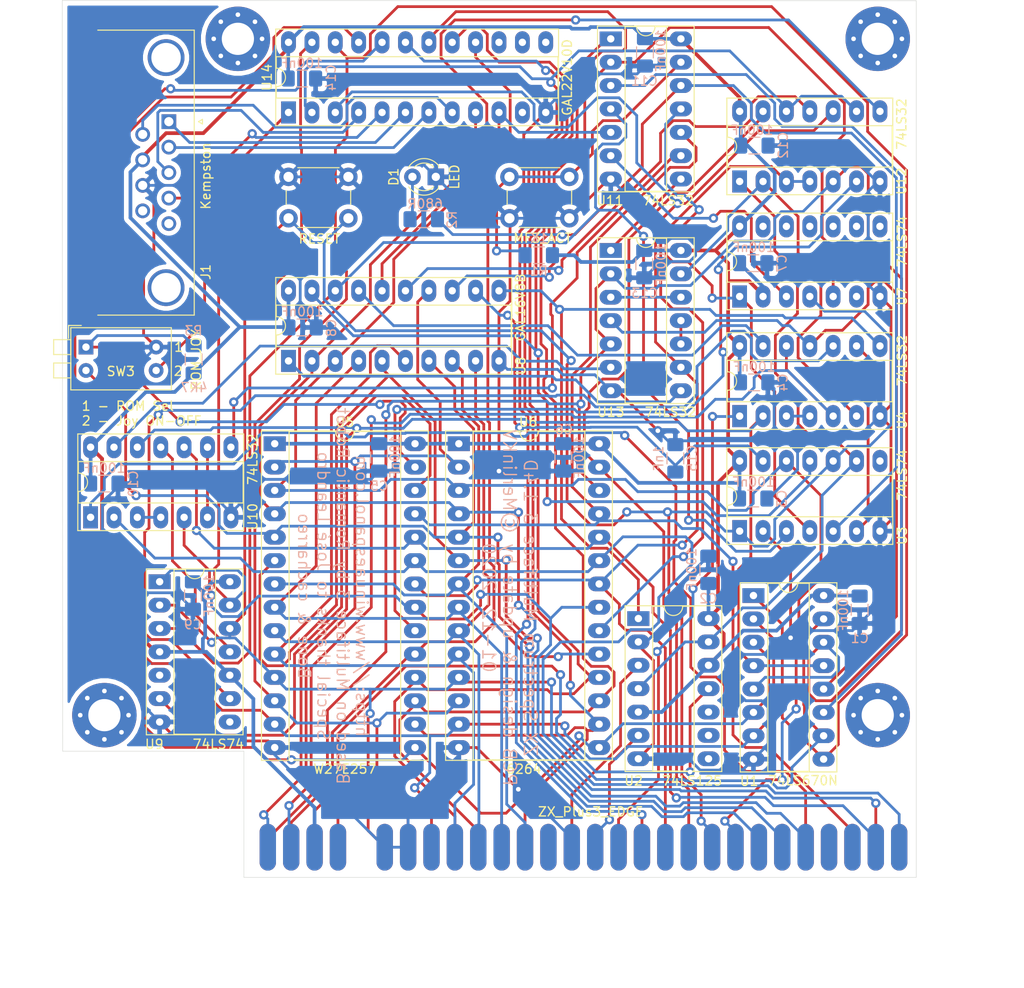
<source format=kicad_pcb>
(kicad_pcb (version 20171130) (host pcbnew "(5.1.6)-1")
  (layers (0 F.Cu signal) (31 B.Cu signal) (34 B.Paste user) (35 F.Paste user) (36 B.SilkS user) (37 F.SilkS user) (38 B.Mask user) (39 F.Mask user) (44 Edge.Cuts user))
  (net 0 "")
  (net 1 "Net-(D1-Pad2)")
  (net 2 "Net-(R1-Pad2)")
  (net 3 "Net-(R2-Pad2)")
  (net 4 RESET)
  (net 5 A11)
  (net 6 A8)
  (net 7 WAIT)
  (net 8 A6)
  (net 9 D7)
  (net 10 RFSH)
  (net 11 ROM1_OE)
  (net 12 +12V)
  (net 13 A12)
  (net 14 D1)
  (net 15 M1)
  (net 16 A5)
  (net 17 -12V)
  (net 18 D2)
  (net 19 A4)
  (net 20 A10)
  (net 21 A14)
  (net 22 CK)
  (net 23 D6)
  (net 24 A0)
  (net 25 D5)
  (net 26 BUSACK)
  (net 27 A1)
  (net 28 A13)
  (net 29 A7)
  (net 30 A9)
  (net 31 A15)
  (net 32 D0)
  (net 33 ROM2_OE)
  (net 34 WR)
  (net 35 A2)
  (net 36 DISK_RW)
  (net 37 INT)
  (net 38 DISK_RD)
  (net 39 HALT)
  (net 40 RD)
  (net 41 D4)
  (net 42 NMI)
  (net 43 BUSRQ)
  (net 44 MOTOR_ON)
  (net 45 A3)
  (net 46 D3)
  (net 47 MREQ)
  (net 48 IORQ)
  (net 49 "Net-(U1-Pad12)")
  (net 50 "Net-(U1-Pad11)")
  (net 51 "Net-(U12-Pad1)")
  (net 52 "Net-(U2-Pad1)")
  (net 53 "Net-(U3-Pad6)")
  (net 54 "Net-(U11-Pad1)")
  (net 55 "Net-(U11-Pad11)")
  (net 56 "Net-(U11-Pad4)")
  (net 57 "Net-(U3-Pad8)")
  (net 58 "Net-(U4-Pad13)")
  (net 59 "Net-(U12-Pad2)")
  (net 60 "Net-(U4-Pad3)")
  (net 61 "Net-(U4-Pad10)")
  (net 62 "Net-(U12-Pad6)")
  (net 63 "Net-(U12-Pad3)")
  (net 64 "Net-(U7-Pad6)")
  (net 65 "Net-(U11-Pad6)")
  (net 66 "Net-(U12-Pad8)")
  (net 67 "Net-(U12-Pad11)")
  (net 68 "Net-(U13-Pad8)")
  (net 69 "Net-(U9-Pad5)")
  (net 70 "Net-(U10-Pad11)")
  (net 71 "Net-(U9-Pad8)")
  (net 72 "Net-(U10-Pad13)")
  (net 73 "Net-(U10-Pad6)")
  (net 74 "Net-(U10-Pad3)")
  (net 75 "Net-(U10-Pad8)")
  (net 76 "Net-(U11-Pad8)")
  (net 77 "Net-(U13-Pad12)")
  (net 78 "Net-(U13-Pad10)")
  (net 79 "Net-(U11-Pad2)")
  (net 80 +5V)
  (net 81 "Net-(CN1-Pad4B)")
  (net 82 "Net-(CN1-Pad25B)")
  (net 83 "Net-(CN1-Pad13B)")
  (net 84 "Net-(CN1-Pad20A)")
  (net 85 "Net-(U7-Pad13)")
  (net 86 "Net-(U7-Pad12)")
  (net 87 "Net-(U7-Pad11)")
  (net 88 "Net-(U7-Pad10)")
  (net 89 "Net-(U7-Pad9)")
  (net 90 "Net-(U7-Pad8)")
  (net 91 "Net-(U2-Pad10)")
  (net 92 "Net-(U2-Pad9)")
  (net 93 "Net-(U2-Pad8)")
  (net 94 /A13a)
  (net 95 "Net-(CN1-Pad28A)")
  (net 96 "Net-(J1-Pad9)")
  (net 97 J6_FIRE)
  (net 98 "Net-(J1-Pad5)")
  (net 99 J4_RIGHT)
  (net 100 J3_LEFT)
  (net 101 J2_DOWN)
  (net 102 J1_UP)
  (net 103 "Net-(U14-Pad15)")
  (net 104 ROMS1)
  (net 105 JOY_EN)
  (net 106 "Net-(C15-Pad1)")
  (net 107 GND)
  (net 108 "Net-(U14-Pad11)")
  (net 109 "Net-(U14-Pad14)")
  (net 110 "Net-(U14-Pad13)")
  (module Housings_DIP:DIP-24_W7.62mm_Socket_LongPads (layer F.Cu) (at 102 68 90)
    (fp_text reference U14 (at 3.81 -2.33 90) (layer F.SilkS))
    (fp_text value GAL22V10D (at 3.81 30.27 90) (layer F.SilkS))
    (pad 24 thru_hole oval (at 7.62 0 90) (size 2.4 1.6) (drill 0.8) (layers *.Cu *.Mask) (net 80 +5V))
    (pad 12 thru_hole oval (at 0 27.94 90) (size 2.4 1.6) (drill 0.8) (layers *.Cu *.Mask) (net 107 GND))
    (pad 23 thru_hole oval (at 7.62 2.54 90) (size 2.4 1.6) (drill 0.8) (layers *.Cu *.Mask) (net 32 D0))
    (pad 11 thru_hole oval (at 0 25.4 90) (size 2.4 1.6) (drill 0.8) (layers *.Cu *.Mask) (net 108 "Net-(U14-Pad11)"))
    (pad 22 thru_hole oval (at 7.62 5.08 90) (size 2.4 1.6) (drill 0.8) (layers *.Cu *.Mask) (net 14 D1))
    (pad 10 thru_hole oval (at 0 22.86 90) (size 2.4 1.6) (drill 0.8) (layers *.Cu *.Mask) (net 29 A7))
    (pad 21 thru_hole oval (at 7.62 7.62 90) (size 2.4 1.6) (drill 0.8) (layers *.Cu *.Mask) (net 18 D2))
    (pad 9 thru_hole oval (at 0 20.32 90) (size 2.4 1.6) (drill 0.8) (layers *.Cu *.Mask) (net 8 A6))
    (pad 20 thru_hole oval (at 7.62 10.16 90) (size 2.4 1.6) (drill 0.8) (layers *.Cu *.Mask) (net 46 D3))
    (pad 8 thru_hole oval (at 0 17.78 90) (size 2.4 1.6) (drill 0.8) (layers *.Cu *.Mask) (net 97 J6_FIRE))
    (pad 19 thru_hole oval (at 7.62 12.7 90) (size 2.4 1.6) (drill 0.8) (layers *.Cu *.Mask) (net 41 D4))
    (pad 7 thru_hole oval (at 0 15.24 90) (size 2.4 1.6) (drill 0.8) (layers *.Cu *.Mask) (net 101 J2_DOWN))
    (pad 18 thru_hole oval (at 7.62 15.24 90) (size 2.4 1.6) (drill 0.8) (layers *.Cu *.Mask) (net 25 D5))
    (pad 6 thru_hole oval (at 0 12.7 90) (size 2.4 1.6) (drill 0.8) (layers *.Cu *.Mask) (net 102 J1_UP))
    (pad 17 thru_hole oval (at 7.62 17.78 90) (size 2.4 1.6) (drill 0.8) (layers *.Cu *.Mask) (net 23 D6))
    (pad 5 thru_hole oval (at 0 10.16 90) (size 2.4 1.6) (drill 0.8) (layers *.Cu *.Mask) (net 99 J4_RIGHT))
    (pad 16 thru_hole oval (at 7.62 20.32 90) (size 2.4 1.6) (drill 0.8) (layers *.Cu *.Mask) (net 9 D7))
    (pad 4 thru_hole oval (at 0 7.62 90) (size 2.4 1.6) (drill 0.8) (layers *.Cu *.Mask) (net 100 J3_LEFT))
    (pad 15 thru_hole oval (at 7.62 22.86 90) (size 2.4 1.6) (drill 0.8) (layers *.Cu *.Mask) (net 103 "Net-(U14-Pad15)"))
    (pad 3 thru_hole oval (at 0 5.08 90) (size 2.4 1.6) (drill 0.8) (layers *.Cu *.Mask) (net 40 RD))
    (pad 14 thru_hole oval (at 7.62 25.4 90) (size 2.4 1.6) (drill 0.8) (layers *.Cu *.Mask) (net 109 "Net-(U14-Pad14)"))
    (pad 2 thru_hole oval (at 0 2.54 90) (size 2.4 1.6) (drill 0.8) (layers *.Cu *.Mask) (net 48 IORQ))
    (pad 13 thru_hole oval (at 7.62 27.94 90) (size 2.4 1.6) (drill 0.8) (layers *.Cu *.Mask) (net 110 "Net-(U14-Pad13)"))
    (pad 1 thru_hole rect (at 0 0 90) (size 2.4 1.6) (drill 0.8) (layers *.Cu *.Mask) (net 105 JOY_EN))
  )
  (module Capacitor_SMD:C_1206_3216Metric_Pad1.42x1.75mm_HandSolder (layer B.Cu) (at 103.454 64.3128 180)
    (fp_text reference C14 (at -3.175 0.0762 270) (layer B.SilkS) (effects (justify mirror)))
    (fp_text value 100nF (at 0.0254 1.6764) (layer B.SilkS) (effects (justify mirror)))
    (pad 2 smd roundrect (at 1.4875 0 180) (size 1.425 1.75) (layers B.Cu B.Paste B.Mask) (roundrect_rratio 0.175439) (net 80 +5V))
    (pad 1 smd roundrect (at -1.4875 0 180) (size 1.425 1.75) (layers B.Cu B.Paste B.Mask) (roundrect_rratio 0.175439) (net 107 GND))
  )
  (module Button_Switch_THT:SW_DIP_SPSTx02_Piano_10.8x6.64mm_W7.62mm_P2.54mm (layer F.Cu) (at 80 93.5)
    (fp_text reference SW3 (at 3.7846 2.6416) (layer F.SilkS))
    (fp_text value ROM_JOY (at 11.9734 1.369 90) (layer F.SilkS))
    (pad 4 thru_hole oval (at 7.62 0) (size 1.6 1.6) (drill 0.8) (layers *.Cu *.Mask) (net 107 GND))
    (pad 2 thru_hole oval (at 0 2.54) (size 1.6 1.6) (drill 0.8) (layers *.Cu *.Mask) (net 16 A5))
    (pad 3 thru_hole oval (at 7.62 2.54) (size 1.6 1.6) (drill 0.8) (layers *.Cu *.Mask) (net 105 JOY_EN))
    (pad 1 thru_hole rect (at 0 0) (size 1.6 1.6) (drill 0.8) (layers *.Cu *.Mask) (net 104 ROMS1))
  )
  (module Connector_Dsub:DSUB-9_Male_Horizontal_P2.77x2.84mm_EdgePinOffset4.94mm_Housed_MountingHolesOffset7.48mm (layer F.Cu) (at 89 69 270)
    (fp_text reference J1 (at 16.344 -4.0148 90) (layer F.SilkS))
    (fp_text value Kempston (at 5.9046 -4.0148 90) (layer F.SilkS))
    (pad 0 thru_hole circle (at 18.04 0.3 270) (size 4 4) (drill 3.2) (layers *.Cu *.Mask))
    (pad 0 thru_hole circle (at -6.96 0.3 270) (size 4 4) (drill 3.2) (layers *.Cu *.Mask))
    (pad 9 thru_hole circle (at 9.695 2.84 270) (size 1.6 1.6) (drill 1) (layers *.Cu *.Mask) (net 96 "Net-(J1-Pad9)"))
    (pad 8 thru_hole circle (at 6.925 2.84 270) (size 1.6 1.6) (drill 1) (layers *.Cu *.Mask) (net 107 GND))
    (pad 7 thru_hole circle (at 4.155 2.84 270) (size 1.6 1.6) (drill 1) (layers *.Cu *.Mask) (net 80 +5V))
    (pad 6 thru_hole circle (at 1.385 2.84 270) (size 1.6 1.6) (drill 1) (layers *.Cu *.Mask) (net 97 J6_FIRE))
    (pad 5 thru_hole circle (at 11.08 0 270) (size 1.6 1.6) (drill 1) (layers *.Cu *.Mask) (net 98 "Net-(J1-Pad5)"))
    (pad 4 thru_hole circle (at 8.31 0 270) (size 1.6 1.6) (drill 1) (layers *.Cu *.Mask) (net 99 J4_RIGHT))
    (pad 3 thru_hole circle (at 5.54 0 270) (size 1.6 1.6) (drill 1) (layers *.Cu *.Mask) (net 100 J3_LEFT))
    (pad 2 thru_hole circle (at 2.77 0 270) (size 1.6 1.6) (drill 1) (layers *.Cu *.Mask) (net 101 J2_DOWN))
    (pad 1 thru_hole rect (at 0 0 270) (size 1.6 1.6) (drill 1) (layers *.Cu *.Mask) (net 102 J1_UP))
  )
  (module Housings_DIP:DIP-28_W15.24mm_Socket_LongPads (layer F.Cu) (at 100.5 104)
    (fp_text reference U5 (at 7.62 -2.33) (layer F.SilkS))
    (fp_text value W27E257 (at 7.62 35.35) (layer F.SilkS))
    (pad 28 thru_hole oval (at 15.24 0) (size 2.4 1.6) (drill 0.8) (layers *.Cu *.Mask) (net 80 +5V))
    (pad 14 thru_hole oval (at 0 33.02) (size 2.4 1.6) (drill 0.8) (layers *.Cu *.Mask) (net 107 GND))
    (pad 27 thru_hole oval (at 15.24 2.54) (size 2.4 1.6) (drill 0.8) (layers *.Cu *.Mask) (net 104 ROMS1))
    (pad 13 thru_hole oval (at 0 30.48) (size 2.4 1.6) (drill 0.8) (layers *.Cu *.Mask) (net 18 D2))
    (pad 26 thru_hole oval (at 15.24 5.08) (size 2.4 1.6) (drill 0.8) (layers *.Cu *.Mask) (net 94 /A13a))
    (pad 12 thru_hole oval (at 0 27.94) (size 2.4 1.6) (drill 0.8) (layers *.Cu *.Mask) (net 14 D1))
    (pad 25 thru_hole oval (at 15.24 7.62) (size 2.4 1.6) (drill 0.8) (layers *.Cu *.Mask) (net 6 A8))
    (pad 11 thru_hole oval (at 0 25.4) (size 2.4 1.6) (drill 0.8) (layers *.Cu *.Mask) (net 32 D0))
    (pad 24 thru_hole oval (at 15.24 10.16) (size 2.4 1.6) (drill 0.8) (layers *.Cu *.Mask) (net 30 A9))
    (pad 10 thru_hole oval (at 0 22.86) (size 2.4 1.6) (drill 0.8) (layers *.Cu *.Mask) (net 24 A0))
    (pad 23 thru_hole oval (at 15.24 12.7) (size 2.4 1.6) (drill 0.8) (layers *.Cu *.Mask) (net 5 A11))
    (pad 9 thru_hole oval (at 0 20.32) (size 2.4 1.6) (drill 0.8) (layers *.Cu *.Mask) (net 27 A1))
    (pad 22 thru_hole oval (at 15.24 15.24) (size 2.4 1.6) (drill 0.8) (layers *.Cu *.Mask) (net 40 RD))
    (pad 8 thru_hole oval (at 0 17.78) (size 2.4 1.6) (drill 0.8) (layers *.Cu *.Mask) (net 35 A2))
    (pad 21 thru_hole oval (at 15.24 17.78) (size 2.4 1.6) (drill 0.8) (layers *.Cu *.Mask) (net 20 A10))
    (pad 7 thru_hole oval (at 0 15.24) (size 2.4 1.6) (drill 0.8) (layers *.Cu *.Mask) (net 45 A3))
    (pad 20 thru_hole oval (at 15.24 20.32) (size 2.4 1.6) (drill 0.8) (layers *.Cu *.Mask) (net 62 "Net-(U12-Pad6)"))
    (pad 6 thru_hole oval (at 0 12.7) (size 2.4 1.6) (drill 0.8) (layers *.Cu *.Mask) (net 19 A4))
    (pad 19 thru_hole oval (at 15.24 22.86) (size 2.4 1.6) (drill 0.8) (layers *.Cu *.Mask) (net 9 D7))
    (pad 5 thru_hole oval (at 0 10.16) (size 2.4 1.6) (drill 0.8) (layers *.Cu *.Mask) (net 16 A5))
    (pad 18 thru_hole oval (at 15.24 25.4) (size 2.4 1.6) (drill 0.8) (layers *.Cu *.Mask) (net 23 D6))
    (pad 4 thru_hole oval (at 0 7.62) (size 2.4 1.6) (drill 0.8) (layers *.Cu *.Mask) (net 8 A6))
    (pad 17 thru_hole oval (at 15.24 27.94) (size 2.4 1.6) (drill 0.8) (layers *.Cu *.Mask) (net 25 D5))
    (pad 3 thru_hole oval (at 0 5.08) (size 2.4 1.6) (drill 0.8) (layers *.Cu *.Mask) (net 29 A7))
    (pad 16 thru_hole oval (at 15.24 30.48) (size 2.4 1.6) (drill 0.8) (layers *.Cu *.Mask) (net 41 D4))
    (pad 2 thru_hole oval (at 0 2.54) (size 2.4 1.6) (drill 0.8) (layers *.Cu *.Mask) (net 13 A12))
    (pad 15 thru_hole oval (at 15.24 33.02) (size 2.4 1.6) (drill 0.8) (layers *.Cu *.Mask) (net 46 D3))
    (pad 1 thru_hole rect (at 0 0) (size 2.4 1.6) (drill 0.8) (layers *.Cu *.Mask) (net 80 +5V))
  )
  (module Resistor_SMD:R_1206_3216Metric_Pad1.42x1.75mm_HandSolder (layer B.Cu) (at 91.694 94.8436 90)
    (fp_text reference R3 (at 3.1242 -0.0254) (layer B.SilkS) (effects (justify mirror)))
    (fp_text value 4K7 (at -3.048 0.0508) (layer B.SilkS) (effects (justify mirror)))
    (pad 2 smd roundrect (at 1.4875 0 90) (size 1.425 1.75) (layers B.Cu B.Paste B.Mask) (roundrect_rratio 0.175439) (net 104 ROMS1))
    (pad 1 smd roundrect (at -1.4875 0 90) (size 1.425 1.75) (layers B.Cu B.Paste B.Mask) (roundrect_rratio 0.175439) (net 80 +5V))
  )
  (module Resistor_SMD:R_1206_3216Metric_Pad1.42x1.75mm_HandSolder (layer B.Cu) (at 129.184 83.5152 180)
    (fp_text reference R1 (at 0 -1.7145) (layer B.SilkS) (effects (justify mirror)))
    (fp_text value 1K (at 0 1.8415) (layer B.SilkS) (effects (justify mirror)))
    (pad 2 smd roundrect (at 1.4875 0 180) (size 1.425 1.75) (layers B.Cu B.Paste B.Mask) (roundrect_rratio 0.175439) (net 2 "Net-(R1-Pad2)"))
    (pad 1 smd roundrect (at -1.4875 0 180) (size 1.425 1.75) (layers B.Cu B.Paste B.Mask) (roundrect_rratio 0.175439) (net 80 +5V))
  )
  (module Button_Switch_THT:SW_PUSH_6mm_H13mm (layer F.Cu) (at 126 75)
    (fp_text reference SW2 hide)
    (fp_text value MF3_ACT (at 3.5908 6.661) (layer F.SilkS))
    (pad 1 thru_hole circle (at 6.5 0 90) (size 2 2) (drill 1.1) (layers *.Cu *.Mask) (net 2 "Net-(R1-Pad2)"))
    (pad 2 thru_hole circle (at 6.5 4.5 90) (size 2 2) (drill 1.1) (layers *.Cu *.Mask) (net 107 GND))
    (pad 1 thru_hole circle (at 0 0 90) (size 2 2) (drill 1.1) (layers *.Cu *.Mask) (net 2 "Net-(R1-Pad2)"))
    (pad 2 thru_hole circle (at 0 4.5 90) (size 2 2) (drill 1.1) (layers *.Cu *.Mask) (net 107 GND))
  )
  (module Button_Switch_THT:SW_PUSH_6mm_H13mm (layer F.Cu) (at 102 75)
    (fp_text reference SW1 hide)
    (fp_text value RESET (at 3.3592 6.7372) (layer F.SilkS))
    (pad 1 thru_hole circle (at 6.5 0 90) (size 2 2) (drill 1.1) (layers *.Cu *.Mask) (net 107 GND))
    (pad 2 thru_hole circle (at 6.5 4.5 90) (size 2 2) (drill 1.1) (layers *.Cu *.Mask) (net 4 RESET))
    (pad 1 thru_hole circle (at 0 0 90) (size 2 2) (drill 1.1) (layers *.Cu *.Mask) (net 107 GND))
    (pad 2 thru_hole circle (at 0 4.5 90) (size 2 2) (drill 1.1) (layers *.Cu *.Mask) (net 4 RESET))
  )
  (module ZX_Spectrum:ZX_CONNECTOR_GENERIC_SORTED (layer F.Cu) (at 134.5 144)
    (fp_text reference CN1 hide)
    (fp_text value ZX_Plus3_EDGE (at 0.3175 0) (layer F.SilkS))
    (pad 3A connect oval (at -29.67 3.85) (size 1.778 5.08) (layers F.Cu F.Mask) (net 9 D7))
    (pad 4A connect oval (at -27.13 3.85) (size 1.778 5.08) (layers F.Cu F.Mask) (net 11 ROM1_OE))
    (pad 7A connect oval (at -19.51 3.85) (size 1.778 5.08) (layers F.Cu F.Mask) (net 14 D1))
    (pad 10A connect oval (at -11.89 3.85) (size 1.778 5.08) (layers F.Cu F.Mask) (net 25 D5))
    (pad 9A connect oval (at -14.43 3.85) (size 1.778 5.08) (layers F.Cu F.Mask) (net 23 D6))
    (pad 8A connect oval (at -16.97 3.85) (size 1.778 5.08) (layers F.Cu F.Mask) (net 18 D2))
    (pad 11A connect oval (at -9.35 3.85) (size 1.778 5.08) (layers F.Cu F.Mask) (net 46 D3))
    (pad 1A connect oval (at -34.75 3.85) (size 1.778 5.08) (layers F.Cu F.Mask) (net 31 A15))
    (pad 2A connect oval (at -32.21 3.85) (size 1.778 5.08) (layers F.Cu F.Mask) (net 28 A13))
    (pad 6A connect oval (at -22.05 3.85) (size 1.778 5.08) (layers F.Cu F.Mask) (net 32 D0))
    (pad 12A connect oval (at -6.81 3.85) (size 1.778 5.08) (layers F.Cu F.Mask) (net 41 D4))
    (pad 14A connect oval (at -1.73 3.85) (size 1.778 5.08) (layers F.Cu F.Mask) (net 42 NMI))
    (pad 13A connect oval (at -4.27 3.85) (size 1.778 5.08) (layers F.Cu F.Mask) (net 37 INT))
    (pad 15A connect oval (at 0.81 3.85) (size 1.778 5.08) (layers F.Cu F.Mask) (net 39 HALT))
    (pad 17A connect oval (at 5.89 3.85) (size 1.778 5.08) (layers F.Cu F.Mask) (net 48 IORQ))
    (pad 1B connect oval (at -34.75 3.85) (size 1.778 5.08) (layers B.Cu B.Mask) (net 21 A14))
    (pad 2B connect oval (at -32.21 3.85) (size 1.778 5.08) (layers B.Cu B.Mask) (net 13 A12))
    (pad 4B connect oval (at -27.13 3.85) (size 1.778 5.08) (layers B.Cu B.Mask) (net 81 "Net-(CN1-Pad4B)"))
    (pad 6B connect oval (at -22.05 3.85) (size 1.778 5.08) (layers B.Cu B.Mask) (net 107 GND))
    (pad 7B connect oval (at -19.51 3.85) (size 1.778 5.08) (layers B.Cu B.Mask) (net 107 GND))
    (pad 16A connect oval (at 3.35 3.85) (size 1.778 5.08) (layers F.Cu F.Mask) (net 47 MREQ))
    (pad 18A connect oval (at 8.43 3.85) (size 1.778 5.08) (layers F.Cu F.Mask) (net 40 RD))
    (pad 3B connect oval (at -29.67 3.85) (size 1.778 5.08) (layers B.Cu B.Mask) (net 80 +5V))
    (pad 26B connect oval (at 28.75 3.85) (size 1.778 5.08) (layers B.Cu B.Mask) (net 26 BUSACK))
    (pad 28B connect oval (at 33.83 3.85) (size 1.778 5.08) (layers B.Cu B.Mask) (net 5 A11))
    (pad 15B connect oval (at 0.81 3.85) (size 1.778 5.08) (layers B.Cu B.Mask) (net 33 ROM2_OE))
    (pad 18B connect oval (at 8.43 3.85) (size 1.778 5.08) (layers B.Cu B.Mask) (net 44 MOTOR_ON))
    (pad 23B connect oval (at 21.13 3.85) (size 1.778 5.08) (layers B.Cu B.Mask) (net 16 A5))
    (pad 21B connect oval (at 16.05 3.85) (size 1.778 5.08) (layers B.Cu B.Mask) (net 29 A7))
    (pad 12B connect oval (at -6.81 3.85) (size 1.778 5.08) (layers B.Cu B.Mask) (net 45 A3))
    (pad 22A connect oval (at 18.59 3.85) (size 1.778 5.08) (layers F.Cu F.Mask) (net 12 +12V))
    (pad 20A connect oval (at 13.51 3.85) (size 1.778 5.08) (layers F.Cu F.Mask) (net 84 "Net-(CN1-Pad20A)"))
    (pad 24B connect oval (at 23.67 3.85) (size 1.778 5.08) (layers B.Cu B.Mask) (net 19 A4))
    (pad 8B connect oval (at -16.97 3.85) (size 1.778 5.08) (layers B.Cu B.Mask) (net 22 CK))
    (pad 14B connect oval (at -1.73 3.85) (size 1.778 5.08) (layers B.Cu B.Mask) (net 107 GND))
    (pad 25A connect oval (at 26.21 3.85) (size 1.778 5.08) (layers F.Cu F.Mask) (net 10 RFSH))
    (pad 27A connect oval (at 31.29 3.85) (size 1.778 5.08) (layers F.Cu F.Mask) (net 20 A10))
    (pad 28A connect oval (at 33.83 3.85) (size 1.778 5.08) (layers F.Cu F.Mask) (net 95 "Net-(CN1-Pad28A)"))
    (pad 17B connect oval (at 5.89 3.85) (size 1.778 5.08) (layers B.Cu B.Mask) (net 36 DISK_RW))
    (pad 19B connect oval (at 10.97 3.85) (size 1.778 5.08) (layers B.Cu B.Mask) (net 43 BUSRQ))
    (pad 19A connect oval (at 10.97 3.85) (size 1.778 5.08) (layers F.Cu F.Mask) (net 34 WR))
    (pad 22B connect oval (at 18.59 3.85) (size 1.778 5.08) (layers B.Cu B.Mask) (net 8 A6))
    (pad 11B connect oval (at -9.35 3.85) (size 1.778 5.08) (layers B.Cu B.Mask) (net 35 A2))
    (pad 27B connect oval (at 31.29 3.85) (size 1.778 5.08) (layers B.Cu B.Mask) (net 30 A9))
    (pad 23A connect oval (at 21.13 3.85) (size 1.778 5.08) (layers F.Cu F.Mask) (net 17 -12V))
    (pad 16B connect oval (at 3.35 3.85) (size 1.778 5.08) (layers B.Cu B.Mask) (net 38 DISK_RD))
    (pad 24A connect oval (at 23.67 3.85) (size 1.778 5.08) (layers F.Cu F.Mask) (net 15 M1))
    (pad 10B connect oval (at -11.89 3.85) (size 1.778 5.08) (layers B.Cu B.Mask) (net 27 A1))
    (pad 9B connect oval (at -14.43 3.85) (size 1.778 5.08) (layers B.Cu B.Mask) (net 24 A0))
    (pad 13B connect oval (at -4.27 3.85) (size 1.778 5.08) (layers B.Cu B.Mask) (net 83 "Net-(CN1-Pad13B)"))
    (pad 25B connect oval (at 26.21 3.85) (size 1.778 5.08) (layers B.Cu B.Mask) (net 82 "Net-(CN1-Pad25B)"))
    (pad 26A connect oval (at 28.75 3.85) (size 1.778 5.08) (layers F.Cu F.Mask) (net 6 A8))
    (pad 21A connect oval (at 16.05 3.85) (size 1.778 5.08) (layers F.Cu F.Mask) (net 7 WAIT))
    (pad 20B connect oval (at 13.51 3.85) (size 1.778 5.08) (layers B.Cu B.Mask) (net 4 RESET))
  )
  (module Resistor_SMD:R_1206_3216Metric_Pad1.42x1.75mm_HandSolder (layer B.Cu) (at 116.688 79.6036)
    (fp_text reference R2 (at 3.0716 0.0544 90) (layer B.SilkS) (effects (justify mirror)))
    (fp_text value 680R (at 0.1524 -1.6764) (layer B.SilkS) (effects (justify mirror)))
    (pad 2 smd roundrect (at 1.4875 0) (size 1.425 1.75) (layers B.Cu B.Paste B.Mask) (roundrect_rratio 0.175439) (net 3 "Net-(R2-Pad2)"))
    (pad 1 smd roundrect (at -1.4875 0) (size 1.425 1.75) (layers B.Cu B.Paste B.Mask) (roundrect_rratio 0.175439) (net 1 "Net-(D1-Pad2)"))
  )
  (module Capacitor_SMD:C_1206_3216Metric_Pad1.42x1.75mm_HandSolder (layer B.Cu) (at 144.018 105.588 90)
    (fp_text reference C15 (at 0 1.82 270) (layer B.SilkS) (effects (justify mirror)))
    (fp_text value 1nF (at 0 -1.82 270) (layer B.SilkS) (effects (justify mirror)))
    (pad 2 smd roundrect (at 1.4875 0 90) (size 1.425 1.75) (layers B.Cu B.Paste B.Mask) (roundrect_rratio 0.175439) (net 107 GND))
    (pad 1 smd roundrect (at -1.4875 0 90) (size 1.425 1.75) (layers B.Cu B.Paste B.Mask) (roundrect_rratio 0.175439) (net 106 "Net-(C15-Pad1)"))
  )
  (module Capacitor_SMD:C_1206_3216Metric_Pad1.42x1.75mm_HandSolder (layer B.Cu) (at 140.64 84.4804 90)
    (fp_text reference C13 (at -3.161 0.051) (layer B.SilkS) (effects (justify mirror)))
    (fp_text value 100nF (at -0.0495 1.829 90) (layer B.SilkS) (effects (justify mirror)))
    (pad 2 smd roundrect (at 1.4875 0 90) (size 1.425 1.75) (layers B.Cu B.Paste B.Mask) (roundrect_rratio 0.175439) (net 80 +5V))
    (pad 1 smd roundrect (at -1.4875 0 90) (size 1.425 1.75) (layers B.Cu B.Paste B.Mask) (roundrect_rratio 0.175439) (net 107 GND))
  )
  (module Capacitor_SMD:C_1206_3216Metric_Pad1.42x1.75mm_HandSolder (layer B.Cu) (at 152.604 71.6026 180)
    (fp_text reference C12 (at -3.1242 0.0254 270) (layer B.SilkS) (effects (justify mirror)))
    (fp_text value 100nF (at 0.254 1.6764) (layer B.SilkS) (effects (justify mirror)))
    (pad 2 smd roundrect (at 1.4875 0 180) (size 1.425 1.75) (layers B.Cu B.Paste B.Mask) (roundrect_rratio 0.175439) (net 80 +5V))
    (pad 1 smd roundrect (at -1.4875 0 180) (size 1.425 1.75) (layers B.Cu B.Paste B.Mask) (roundrect_rratio 0.175439) (net 107 GND))
  )
  (module Capacitor_SMD:C_1206_3216Metric_Pad1.42x1.75mm_HandSolder (layer B.Cu) (at 140.716 61.468 90)
    (fp_text reference C11 (at -3.1115 -0.0635) (layer B.SilkS) (effects (justify mirror)))
    (fp_text value 100nF (at 0.1778 1.7145 90) (layer B.SilkS) (effects (justify mirror)))
    (pad 2 smd roundrect (at 1.4875 0 90) (size 1.425 1.75) (layers B.Cu B.Paste B.Mask) (roundrect_rratio 0.175439) (net 80 +5V))
    (pad 1 smd roundrect (at -1.4875 0 90) (size 1.425 1.75) (layers B.Cu B.Paste B.Mask) (roundrect_rratio 0.175439) (net 107 GND))
  )
  (module Capacitor_SMD:C_1206_3216Metric_Pad1.42x1.75mm_HandSolder (layer B.Cu) (at 81.9912 108.331 180)
    (fp_text reference C10 (at -3.1485 -0.0285 270) (layer B.SilkS) (effects (justify mirror)))
    (fp_text value 100nF (at 0.0265 1.686) (layer B.SilkS) (effects (justify mirror)))
    (pad 2 smd roundrect (at 1.4875 0 180) (size 1.425 1.75) (layers B.Cu B.Paste B.Mask) (roundrect_rratio 0.175439) (net 80 +5V))
    (pad 1 smd roundrect (at -1.4875 0 180) (size 1.425 1.75) (layers B.Cu B.Paste B.Mask) (roundrect_rratio 0.175439) (net 107 GND))
  )
  (module Capacitor_SMD:C_1206_3216Metric_Pad1.42x1.75mm_HandSolder (layer B.Cu) (at 91.6178 120.498 90)
    (fp_text reference C9 (at -3.1485 -0.0065) (layer B.SilkS) (effects (justify mirror)))
    (fp_text value 100nF (at -0.0256 1.7526 -90) (layer B.SilkS) (effects (justify mirror)))
    (pad 2 smd roundrect (at 1.4875 0 90) (size 1.425 1.75) (layers B.Cu B.Paste B.Mask) (roundrect_rratio 0.175439) (net 80 +5V))
    (pad 1 smd roundrect (at -1.4875 0 90) (size 1.425 1.75) (layers B.Cu B.Paste B.Mask) (roundrect_rratio 0.175439) (net 107 GND))
  )
  (module Capacitor_SMD:C_1206_3216Metric_Pad1.42x1.75mm_HandSolder (layer B.Cu) (at 103.53 91.3638 180)
    (fp_text reference C8 (at -3.1265 -0.0595 270) (layer B.SilkS) (effects (justify mirror)))
    (fp_text value 100nF (at 0.0485 1.7185 180) (layer B.SilkS) (effects (justify mirror)))
    (pad 2 smd roundrect (at 1.4875 0 180) (size 1.425 1.75) (layers B.Cu B.Paste B.Mask) (roundrect_rratio 0.175439) (net 80 +5V))
    (pad 1 smd roundrect (at -1.4875 0 180) (size 1.425 1.75) (layers B.Cu B.Paste B.Mask) (roundrect_rratio 0.175439) (net 107 GND))
  )
  (module Capacitor_SMD:C_1206_3216Metric_Pad1.42x1.75mm_HandSolder (layer B.Cu) (at 152.476 84.3788 180)
    (fp_text reference C7 (at -3.116 -0.0185 270) (layer B.SilkS) (effects (justify mirror)))
    (fp_text value 100nF (at -0.0508 1.7272 180) (layer B.SilkS) (effects (justify mirror)))
    (pad 2 smd roundrect (at 1.4875 0 180) (size 1.425 1.75) (layers B.Cu B.Paste B.Mask) (roundrect_rratio 0.175439) (net 80 +5V))
    (pad 1 smd roundrect (at -1.4875 0 180) (size 1.425 1.75) (layers B.Cu B.Paste B.Mask) (roundrect_rratio 0.175439) (net 107 GND))
  )
  (module Capacitor_SMD:C_1206_3216Metric_Pad1.42x1.75mm_HandSolder (layer B.Cu) (at 131.851 105.486 90)
    (fp_text reference C6 (at 3.0224 0.0766) (layer B.SilkS) (effects (justify mirror)))
    (fp_text value 100nF (at -0.015 1.709 270) (layer B.SilkS) (effects (justify mirror)))
    (pad 2 smd roundrect (at 1.4875 0 90) (size 1.425 1.75) (layers B.Cu B.Paste B.Mask) (roundrect_rratio 0.175439) (net 80 +5V))
    (pad 1 smd roundrect (at -1.4875 0 90) (size 1.425 1.75) (layers B.Cu B.Paste B.Mask) (roundrect_rratio 0.175439) (net 107 GND))
  )
  (module Capacitor_SMD:C_1206_3216Metric_Pad1.42x1.75mm_HandSolder (layer B.Cu) (at 111.836 105.486 90)
    (fp_text reference C5 (at -3.1115 0) (layer B.SilkS) (effects (justify mirror)))
    (fp_text value 100nF (at 0.0635 1.7145 270) (layer B.SilkS) (effects (justify mirror)))
    (pad 2 smd roundrect (at 1.4875 0 90) (size 1.425 1.75) (layers B.Cu B.Paste B.Mask) (roundrect_rratio 0.175439) (net 80 +5V))
    (pad 1 smd roundrect (at -1.4875 0 90) (size 1.425 1.75) (layers B.Cu B.Paste B.Mask) (roundrect_rratio 0.175439) (net 107 GND))
  )
  (module Capacitor_SMD:C_1206_3216Metric_Pad1.42x1.75mm_HandSolder (layer B.Cu) (at 152.578 97.3328 180)
    (fp_text reference C4 (at -3.116 -0.02 270) (layer B.SilkS) (effects (justify mirror)))
    (fp_text value 100nF (at -0.0045 1.6945 180) (layer B.SilkS) (effects (justify mirror)))
    (pad 2 smd roundrect (at 1.4875 0 180) (size 1.425 1.75) (layers B.Cu B.Paste B.Mask) (roundrect_rratio 0.175439) (net 80 +5V))
    (pad 1 smd roundrect (at -1.4875 0 180) (size 1.425 1.75) (layers B.Cu B.Paste B.Mask) (roundrect_rratio 0.175439) (net 107 GND))
  )
  (module Capacitor_SMD:C_1206_3216Metric_Pad1.42x1.75mm_HandSolder (layer B.Cu) (at 152.476 109.957 180)
    (fp_text reference C3 (at -3.116 -0.0215 270) (layer B.SilkS) (effects (justify mirror)))
    (fp_text value 100nF (at -0.0254 1.8034 180) (layer B.SilkS) (effects (justify mirror)))
    (pad 2 smd roundrect (at 1.4875 0 180) (size 1.425 1.75) (layers B.Cu B.Paste B.Mask) (roundrect_rratio 0.175439) (net 80 +5V))
    (pad 1 smd roundrect (at -1.4875 0 180) (size 1.425 1.75) (layers B.Cu B.Paste B.Mask) (roundrect_rratio 0.175439) (net 107 GND))
  )
  (module Capacitor_SMD:C_1206_3216Metric_Pad1.42x1.75mm_HandSolder (layer B.Cu) (at 147.599 117.704 270)
    (fp_text reference C2 (at 3.1242 0) (layer B.SilkS) (effects (justify mirror)))
    (fp_text value 100nF (at -0.054 1.808 90) (layer B.SilkS) (effects (justify mirror)))
    (pad 2 smd roundrect (at 1.4875 0 270) (size 1.425 1.75) (layers B.Cu B.Paste B.Mask) (roundrect_rratio 0.175439) (net 80 +5V))
    (pad 1 smd roundrect (at -1.4875 0 270) (size 1.425 1.75) (layers B.Cu B.Paste B.Mask) (roundrect_rratio 0.175439) (net 107 GND))
  )
  (module Capacitor_SMD:C_1206_3216Metric_Pad1.42x1.75mm_HandSolder (layer B.Cu) (at 164.033 122.047 90)
    (fp_text reference C1 (at -3.102 0.0205) (layer B.SilkS) (effects (justify mirror)))
    (fp_text value 100nF (at -0.1016 -1.778 -90) (layer B.SilkS) (effects (justify mirror)))
    (pad 2 smd roundrect (at 1.4875 0 90) (size 1.425 1.75) (layers B.Cu B.Paste B.Mask) (roundrect_rratio 0.175439) (net 80 +5V))
    (pad 1 smd roundrect (at -1.4875 0 90) (size 1.425 1.75) (layers B.Cu B.Paste B.Mask) (roundrect_rratio 0.175439) (net 107 GND))
  )
  (module Package_DIP:DIP-14_W7.62mm_Socket_LongPads (layer F.Cu) (at 88 119)
    (fp_text reference U9 (at -0.5842 17.653) (layer F.SilkS))
    (fp_text value 74LS74 (at 6.3754 17.653) (layer F.SilkS))
    (pad 14 thru_hole oval (at 7.62 0) (size 2.4 1.6) (drill 0.8) (layers *.Cu *.Mask) (net 80 +5V))
    (pad 7 thru_hole oval (at 0 15.24) (size 2.4 1.6) (drill 0.8) (layers *.Cu *.Mask) (net 107 GND))
    (pad 13 thru_hole oval (at 7.62 2.54) (size 2.4 1.6) (drill 0.8) (layers *.Cu *.Mask) (net 4 RESET))
    (pad 6 thru_hole oval (at 0 12.7) (size 2.4 1.6) (drill 0.8) (layers *.Cu *.Mask) (net 94 /A13a))
    (pad 12 thru_hole oval (at 7.62 5.08) (size 2.4 1.6) (drill 0.8) (layers *.Cu *.Mask) (net 32 D0))
    (pad 5 thru_hole oval (at 0 10.16) (size 2.4 1.6) (drill 0.8) (layers *.Cu *.Mask) (net 69 "Net-(U9-Pad5)"))
    (pad 11 thru_hole oval (at 7.62 7.62) (size 2.4 1.6) (drill 0.8) (layers *.Cu *.Mask) (net 70 "Net-(U10-Pad11)"))
    (pad 4 thru_hole oval (at 0 7.62) (size 2.4 1.6) (drill 0.8) (layers *.Cu *.Mask) (net 80 +5V))
    (pad 10 thru_hole oval (at 7.62 10.16) (size 2.4 1.6) (drill 0.8) (layers *.Cu *.Mask) (net 80 +5V))
    (pad 3 thru_hole oval (at 0 5.08) (size 2.4 1.6) (drill 0.8) (layers *.Cu *.Mask) (net 56 "Net-(U11-Pad4)"))
    (pad 9 thru_hole oval (at 7.62 12.7) (size 2.4 1.6) (drill 0.8) (layers *.Cu *.Mask) (net 61 "Net-(U4-Pad10)"))
    (pad 2 thru_hole oval (at 0 2.54) (size 2.4 1.6) (drill 0.8) (layers *.Cu *.Mask) (net 32 D0))
    (pad 8 thru_hole oval (at 7.62 15.24) (size 2.4 1.6) (drill 0.8) (layers *.Cu *.Mask) (net 71 "Net-(U9-Pad8)"))
    (pad 1 thru_hole rect (at 0 0) (size 2.4 1.6) (drill 0.8) (layers *.Cu *.Mask) (net 4 RESET))
  )
  (module Package_DIP:DIP-14_W7.62mm_Socket_LongPads (layer F.Cu) (at 151 88 90)
    (fp_text reference U7 (at 0 17.653 90) (layer F.SilkS))
    (fp_text value 74LS74 (at 5.969 17.653 90) (layer F.SilkS))
    (pad 14 thru_hole oval (at 7.62 0 90) (size 2.4 1.6) (drill 0.8) (layers *.Cu *.Mask) (net 80 +5V))
    (pad 7 thru_hole oval (at 0 15.24 90) (size 2.4 1.6) (drill 0.8) (layers *.Cu *.Mask) (net 107 GND))
    (pad 13 thru_hole oval (at 7.62 2.54 90) (size 2.4 1.6) (drill 0.8) (layers *.Cu *.Mask) (net 85 "Net-(U7-Pad13)"))
    (pad 6 thru_hole oval (at 0 12.7 90) (size 2.4 1.6) (drill 0.8) (layers *.Cu *.Mask) (net 64 "Net-(U7-Pad6)"))
    (pad 12 thru_hole oval (at 7.62 5.08 90) (size 2.4 1.6) (drill 0.8) (layers *.Cu *.Mask) (net 86 "Net-(U7-Pad12)"))
    (pad 5 thru_hole oval (at 0 10.16 90) (size 2.4 1.6) (drill 0.8) (layers *.Cu *.Mask) (net 79 "Net-(U11-Pad2)"))
    (pad 11 thru_hole oval (at 7.62 7.62 90) (size 2.4 1.6) (drill 0.8) (layers *.Cu *.Mask) (net 87 "Net-(U7-Pad11)"))
    (pad 4 thru_hole oval (at 0 7.62 90) (size 2.4 1.6) (drill 0.8) (layers *.Cu *.Mask) (net 4 RESET))
    (pad 10 thru_hole oval (at 7.62 10.16 90) (size 2.4 1.6) (drill 0.8) (layers *.Cu *.Mask) (net 88 "Net-(U7-Pad10)"))
    (pad 3 thru_hole oval (at 0 5.08 90) (size 2.4 1.6) (drill 0.8) (layers *.Cu *.Mask) (net 65 "Net-(U11-Pad6)"))
    (pad 9 thru_hole oval (at 7.62 12.7 90) (size 2.4 1.6) (drill 0.8) (layers *.Cu *.Mask) (net 89 "Net-(U7-Pad9)"))
    (pad 2 thru_hole oval (at 0 2.54 90) (size 2.4 1.6) (drill 0.8) (layers *.Cu *.Mask) (net 80 +5V))
    (pad 8 thru_hole oval (at 7.62 15.24 90) (size 2.4 1.6) (drill 0.8) (layers *.Cu *.Mask) (net 90 "Net-(U7-Pad8)"))
    (pad 1 thru_hole rect (at 0 0 90) (size 2.4 1.6) (drill 0.8) (layers *.Cu *.Mask) (net 55 "Net-(U11-Pad11)"))
  )
  (module Package_DIP:DIP-14_W7.62mm_Socket_LongPads (layer F.Cu) (at 151 113.5 90)
    (fp_text reference U3 (at -0.508 17.653 90) (layer F.SilkS))
    (fp_text value 74LS74 (at 6.096 17.653 90) (layer F.SilkS))
    (pad 14 thru_hole oval (at 7.62 0 90) (size 2.4 1.6) (drill 0.8) (layers *.Cu *.Mask) (net 80 +5V))
    (pad 7 thru_hole oval (at 0 15.24 90) (size 2.4 1.6) (drill 0.8) (layers *.Cu *.Mask) (net 107 GND))
    (pad 13 thru_hole oval (at 7.62 2.54 90) (size 2.4 1.6) (drill 0.8) (layers *.Cu *.Mask) (net 106 "Net-(C15-Pad1)"))
    (pad 6 thru_hole oval (at 0 12.7 90) (size 2.4 1.6) (drill 0.8) (layers *.Cu *.Mask) (net 53 "Net-(U3-Pad6)"))
    (pad 12 thru_hole oval (at 7.62 5.08 90) (size 2.4 1.6) (drill 0.8) (layers *.Cu *.Mask) (net 29 A7))
    (pad 5 thru_hole oval (at 0 10.16 90) (size 2.4 1.6) (drill 0.8) (layers *.Cu *.Mask) (net 3 "Net-(R2-Pad2)"))
    (pad 11 thru_hole oval (at 7.62 7.62 90) (size 2.4 1.6) (drill 0.8) (layers *.Cu *.Mask) (net 54 "Net-(U11-Pad1)"))
    (pad 4 thru_hole oval (at 0 7.62 90) (size 2.4 1.6) (drill 0.8) (layers *.Cu *.Mask) (net 55 "Net-(U11-Pad11)"))
    (pad 10 thru_hole oval (at 7.62 10.16 90) (size 2.4 1.6) (drill 0.8) (layers *.Cu *.Mask) (net 4 RESET))
    (pad 3 thru_hole oval (at 0 5.08 90) (size 2.4 1.6) (drill 0.8) (layers *.Cu *.Mask) (net 56 "Net-(U11-Pad4)"))
    (pad 9 thru_hole oval (at 7.62 12.7 90) (size 2.4 1.6) (drill 0.8) (layers *.Cu *.Mask) (net 51 "Net-(U12-Pad1)"))
    (pad 2 thru_hole oval (at 0 2.54 90) (size 2.4 1.6) (drill 0.8) (layers *.Cu *.Mask) (net 107 GND))
    (pad 8 thru_hole oval (at 7.62 15.24 90) (size 2.4 1.6) (drill 0.8) (layers *.Cu *.Mask) (net 57 "Net-(U3-Pad8)"))
    (pad 1 thru_hole rect (at 0 0 90) (size 2.4 1.6) (drill 0.8) (layers *.Cu *.Mask) (net 4 RESET))
  )
  (module Package_DIP:DIP-14_W7.62mm_Socket_LongPads (layer F.Cu) (at 137 60)
    (fp_text reference U11 (at -0.0868 17.5846) (layer F.SilkS))
    (fp_text value 74LS32 (at 6.2378 17.5846) (layer F.SilkS))
    (pad 14 thru_hole oval (at 7.62 0) (size 2.4 1.6) (drill 0.8) (layers *.Cu *.Mask) (net 80 +5V))
    (pad 7 thru_hole oval (at 0 15.24) (size 2.4 1.6) (drill 0.8) (layers *.Cu *.Mask) (net 107 GND))
    (pad 13 thru_hole oval (at 7.62 2.54) (size 2.4 1.6) (drill 0.8) (layers *.Cu *.Mask) (net 2 "Net-(R1-Pad2)"))
    (pad 6 thru_hole oval (at 0 12.7) (size 2.4 1.6) (drill 0.8) (layers *.Cu *.Mask) (net 65 "Net-(U11-Pad6)"))
    (pad 12 thru_hole oval (at 7.62 5.08) (size 2.4 1.6) (drill 0.8) (layers *.Cu *.Mask) (net 3 "Net-(R2-Pad2)"))
    (pad 5 thru_hole oval (at 0 10.16) (size 2.4 1.6) (drill 0.8) (layers *.Cu *.Mask) (net 29 A7))
    (pad 11 thru_hole oval (at 7.62 7.62) (size 2.4 1.6) (drill 0.8) (layers *.Cu *.Mask) (net 55 "Net-(U11-Pad11)"))
    (pad 4 thru_hole oval (at 0 7.62) (size 2.4 1.6) (drill 0.8) (layers *.Cu *.Mask) (net 56 "Net-(U11-Pad4)"))
    (pad 10 thru_hole oval (at 7.62 10.16) (size 2.4 1.6) (drill 0.8) (layers *.Cu *.Mask) (net 6 A8))
    (pad 3 thru_hole oval (at 0 5.08) (size 2.4 1.6) (drill 0.8) (layers *.Cu *.Mask) (net 50 "Net-(U1-Pad11)"))
    (pad 9 thru_hole oval (at 7.62 12.7) (size 2.4 1.6) (drill 0.8) (layers *.Cu *.Mask) (net 75 "Net-(U10-Pad8)"))
    (pad 2 thru_hole oval (at 0 2.54) (size 2.4 1.6) (drill 0.8) (layers *.Cu *.Mask) (net 79 "Net-(U11-Pad2)"))
    (pad 8 thru_hole oval (at 7.62 15.24) (size 2.4 1.6) (drill 0.8) (layers *.Cu *.Mask) (net 76 "Net-(U11-Pad8)"))
    (pad 1 thru_hole rect (at 0 0) (size 2.4 1.6) (drill 0.8) (layers *.Cu *.Mask) (net 54 "Net-(U11-Pad1)"))
  )
  (module Package_DIP:DIP-28_W15.24mm_Socket_LongPads (layer F.Cu) (at 120.5 104)
    (fp_text reference U6 (at 7.5254 -2.3558) (layer F.SilkS))
    (fp_text value 6264 (at 7.0682 35.3632) (layer F.SilkS))
    (pad 28 thru_hole oval (at 15.24 0) (size 2.4 1.6) (drill 0.8) (layers *.Cu *.Mask) (net 80 +5V))
    (pad 14 thru_hole oval (at 0 33.02) (size 2.4 1.6) (drill 0.8) (layers *.Cu *.Mask) (net 107 GND))
    (pad 27 thru_hole oval (at 15.24 2.54) (size 2.4 1.6) (drill 0.8) (layers *.Cu *.Mask) (net 34 WR))
    (pad 13 thru_hole oval (at 0 30.48) (size 2.4 1.6) (drill 0.8) (layers *.Cu *.Mask) (net 18 D2))
    (pad 26 thru_hole oval (at 15.24 5.08) (size 2.4 1.6) (drill 0.8) (layers *.Cu *.Mask) (net 28 A13))
    (pad 12 thru_hole oval (at 0 27.94) (size 2.4 1.6) (drill 0.8) (layers *.Cu *.Mask) (net 14 D1))
    (pad 25 thru_hole oval (at 15.24 7.62) (size 2.4 1.6) (drill 0.8) (layers *.Cu *.Mask) (net 6 A8))
    (pad 11 thru_hole oval (at 0 25.4) (size 2.4 1.6) (drill 0.8) (layers *.Cu *.Mask) (net 32 D0))
    (pad 24 thru_hole oval (at 15.24 10.16) (size 2.4 1.6) (drill 0.8) (layers *.Cu *.Mask) (net 30 A9))
    (pad 10 thru_hole oval (at 0 22.86) (size 2.4 1.6) (drill 0.8) (layers *.Cu *.Mask) (net 24 A0))
    (pad 23 thru_hole oval (at 15.24 12.7) (size 2.4 1.6) (drill 0.8) (layers *.Cu *.Mask) (net 5 A11))
    (pad 9 thru_hole oval (at 0 20.32) (size 2.4 1.6) (drill 0.8) (layers *.Cu *.Mask) (net 27 A1))
    (pad 22 thru_hole oval (at 15.24 15.24) (size 2.4 1.6) (drill 0.8) (layers *.Cu *.Mask) (net 40 RD))
    (pad 8 thru_hole oval (at 0 17.78) (size 2.4 1.6) (drill 0.8) (layers *.Cu *.Mask) (net 35 A2))
    (pad 21 thru_hole oval (at 15.24 17.78) (size 2.4 1.6) (drill 0.8) (layers *.Cu *.Mask) (net 20 A10))
    (pad 7 thru_hole oval (at 0 15.24) (size 2.4 1.6) (drill 0.8) (layers *.Cu *.Mask) (net 45 A3))
    (pad 20 thru_hole oval (at 15.24 20.32) (size 2.4 1.6) (drill 0.8) (layers *.Cu *.Mask) (net 63 "Net-(U12-Pad3)"))
    (pad 6 thru_hole oval (at 0 12.7) (size 2.4 1.6) (drill 0.8) (layers *.Cu *.Mask) (net 19 A4))
    (pad 19 thru_hole oval (at 15.24 22.86) (size 2.4 1.6) (drill 0.8) (layers *.Cu *.Mask) (net 9 D7))
    (pad 5 thru_hole oval (at 0 10.16) (size 2.4 1.6) (drill 0.8) (layers *.Cu *.Mask) (net 16 A5))
    (pad 18 thru_hole oval (at 15.24 25.4) (size 2.4 1.6) (drill 0.8) (layers *.Cu *.Mask) (net 23 D6))
    (pad 4 thru_hole oval (at 0 7.62) (size 2.4 1.6) (drill 0.8) (layers *.Cu *.Mask) (net 8 A6))
    (pad 17 thru_hole oval (at 15.24 27.94) (size 2.4 1.6) (drill 0.8) (layers *.Cu *.Mask) (net 25 D5))
    (pad 3 thru_hole oval (at 0 5.08) (size 2.4 1.6) (drill 0.8) (layers *.Cu *.Mask) (net 29 A7))
    (pad 16 thru_hole oval (at 15.24 30.48) (size 2.4 1.6) (drill 0.8) (layers *.Cu *.Mask) (net 41 D4))
    (pad 2 thru_hole oval (at 0 2.54) (size 2.4 1.6) (drill 0.8) (layers *.Cu *.Mask) (net 13 A12))
    (pad 15 thru_hole oval (at 15.24 33.02) (size 2.4 1.6) (drill 0.8) (layers *.Cu *.Mask) (net 46 D3))
    (pad 1 thru_hole rect (at 0 0) (size 2.4 1.6) (drill 0.8) (layers *.Cu *.Mask) (net 80 +5V))
  )
  (module MountingHole:MountingHole_3.5mm_Pad_Via (layer F.Cu) (at 166 133.5)
    (fp_text reference HOLE4 hide)
    (fp_text value MountingHole_3.5mm_Pad_Via)
    (pad 1 thru_hole circle (at 1.856155 -1.856155) (size 0.8 0.8) (drill 0.5) (layers *.Cu *.Mask))
    (pad 1 thru_hole circle (at 0 -2.625) (size 0.8 0.8) (drill 0.5) (layers *.Cu *.Mask))
    (pad 1 thru_hole circle (at -1.856155 -1.856155) (size 0.8 0.8) (drill 0.5) (layers *.Cu *.Mask))
    (pad 1 thru_hole circle (at -2.625 0) (size 0.8 0.8) (drill 0.5) (layers *.Cu *.Mask))
    (pad 1 thru_hole circle (at -1.856155 1.856155) (size 0.8 0.8) (drill 0.5) (layers *.Cu *.Mask))
    (pad 1 thru_hole circle (at 0 2.625) (size 0.8 0.8) (drill 0.5) (layers *.Cu *.Mask))
    (pad 1 thru_hole circle (at 1.856155 1.856155) (size 0.8 0.8) (drill 0.5) (layers *.Cu *.Mask))
    (pad 1 thru_hole circle (at 2.625 0) (size 0.8 0.8) (drill 0.5) (layers *.Cu *.Mask))
    (pad 1 thru_hole circle (at 0 0) (size 7 7) (drill 3.5) (layers *.Cu *.Mask))
  )
  (module MountingHole:MountingHole_3.5mm_Pad_Via (layer F.Cu) (at 96.5 60)
    (fp_text reference HOLE2 hide)
    (fp_text value MountingHole_3.5mm_Pad_Via)
    (pad 1 thru_hole circle (at 1.856155 -1.856155) (size 0.8 0.8) (drill 0.5) (layers *.Cu *.Mask))
    (pad 1 thru_hole circle (at 0 -2.625) (size 0.8 0.8) (drill 0.5) (layers *.Cu *.Mask))
    (pad 1 thru_hole circle (at -1.856155 -1.856155) (size 0.8 0.8) (drill 0.5) (layers *.Cu *.Mask))
    (pad 1 thru_hole circle (at -2.625 0) (size 0.8 0.8) (drill 0.5) (layers *.Cu *.Mask))
    (pad 1 thru_hole circle (at -1.856155 1.856155) (size 0.8 0.8) (drill 0.5) (layers *.Cu *.Mask))
    (pad 1 thru_hole circle (at 0 2.625) (size 0.8 0.8) (drill 0.5) (layers *.Cu *.Mask))
    (pad 1 thru_hole circle (at 1.856155 1.856155) (size 0.8 0.8) (drill 0.5) (layers *.Cu *.Mask))
    (pad 1 thru_hole circle (at 2.625 0) (size 0.8 0.8) (drill 0.5) (layers *.Cu *.Mask))
    (pad 1 thru_hole circle (at 0 0) (size 7 7) (drill 3.5) (layers *.Cu *.Mask))
  )
  (module MountingHole:MountingHole_3.5mm_Pad_Via (layer F.Cu) (at 82 133.5)
    (fp_text reference HOLE1 hide)
    (fp_text value MountingHole_3.5mm_Pad_Via)
    (pad 1 thru_hole circle (at 1.856155 -1.856155) (size 0.8 0.8) (drill 0.5) (layers *.Cu *.Mask))
    (pad 1 thru_hole circle (at 0 -2.625) (size 0.8 0.8) (drill 0.5) (layers *.Cu *.Mask))
    (pad 1 thru_hole circle (at -1.856155 -1.856155) (size 0.8 0.8) (drill 0.5) (layers *.Cu *.Mask))
    (pad 1 thru_hole circle (at -2.625 0) (size 0.8 0.8) (drill 0.5) (layers *.Cu *.Mask))
    (pad 1 thru_hole circle (at -1.856155 1.856155) (size 0.8 0.8) (drill 0.5) (layers *.Cu *.Mask))
    (pad 1 thru_hole circle (at 0 2.625) (size 0.8 0.8) (drill 0.5) (layers *.Cu *.Mask))
    (pad 1 thru_hole circle (at 1.856155 1.856155) (size 0.8 0.8) (drill 0.5) (layers *.Cu *.Mask))
    (pad 1 thru_hole circle (at 2.625 0) (size 0.8 0.8) (drill 0.5) (layers *.Cu *.Mask))
    (pad 1 thru_hole circle (at 0 0) (size 7 7) (drill 3.5) (layers *.Cu *.Mask))
  )
  (module MountingHole:MountingHole_3.5mm_Pad_Via (layer F.Cu) (at 166 60)
    (fp_text reference HOLE3 hide)
    (fp_text value MountingHole_3.5mm_Pad_Via)
    (pad 1 thru_hole circle (at 1.856155 -1.856155) (size 0.8 0.8) (drill 0.5) (layers *.Cu *.Mask))
    (pad 1 thru_hole circle (at 0 -2.625) (size 0.8 0.8) (drill 0.5) (layers *.Cu *.Mask))
    (pad 1 thru_hole circle (at -1.856155 -1.856155) (size 0.8 0.8) (drill 0.5) (layers *.Cu *.Mask))
    (pad 1 thru_hole circle (at -2.625 0) (size 0.8 0.8) (drill 0.5) (layers *.Cu *.Mask))
    (pad 1 thru_hole circle (at -1.856155 1.856155) (size 0.8 0.8) (drill 0.5) (layers *.Cu *.Mask))
    (pad 1 thru_hole circle (at 0 2.625) (size 0.8 0.8) (drill 0.5) (layers *.Cu *.Mask))
    (pad 1 thru_hole circle (at 1.856155 1.856155) (size 0.8 0.8) (drill 0.5) (layers *.Cu *.Mask))
    (pad 1 thru_hole circle (at 2.625 0) (size 0.8 0.8) (drill 0.5) (layers *.Cu *.Mask))
    (pad 1 thru_hole circle (at 0 0) (size 7 7) (drill 3.5) (layers *.Cu *.Mask))
  )
  (module Package_DIP:DIP-14_W7.62mm_Socket_LongPads (layer F.Cu) (at 137 83)
    (fp_text reference U13 (at 0.011 17.568) (layer F.SilkS))
    (fp_text value 74LS32 (at 6.488 17.568) (layer F.SilkS))
    (pad 14 thru_hole oval (at 7.62 0) (size 2.4 1.6) (drill 0.8) (layers *.Cu *.Mask) (net 80 +5V))
    (pad 7 thru_hole oval (at 0 15.24) (size 2.4 1.6) (drill 0.8) (layers *.Cu *.Mask) (net 107 GND))
    (pad 13 thru_hole oval (at 7.62 2.54) (size 2.4 1.6) (drill 0.8) (layers *.Cu *.Mask) (net 59 "Net-(U12-Pad2)"))
    (pad 6 thru_hole oval (at 0 12.7) (size 2.4 1.6) (drill 0.8) (layers *.Cu *.Mask) (net 72 "Net-(U10-Pad13)"))
    (pad 12 thru_hole oval (at 7.62 5.08) (size 2.4 1.6) (drill 0.8) (layers *.Cu *.Mask) (net 77 "Net-(U13-Pad12)"))
    (pad 5 thru_hole oval (at 0 10.16) (size 2.4 1.6) (drill 0.8) (layers *.Cu *.Mask) (net 28 A13))
    (pad 11 thru_hole oval (at 7.62 7.62) (size 2.4 1.6) (drill 0.8) (layers *.Cu *.Mask) (net 78 "Net-(U13-Pad10)"))
    (pad 4 thru_hole oval (at 0 7.62) (size 2.4 1.6) (drill 0.8) (layers *.Cu *.Mask) (net 49 "Net-(U1-Pad12)"))
    (pad 10 thru_hole oval (at 7.62 10.16) (size 2.4 1.6) (drill 0.8) (layers *.Cu *.Mask) (net 78 "Net-(U13-Pad10)"))
    (pad 3 thru_hole oval (at 0 5.08) (size 2.4 1.6) (drill 0.8) (layers *.Cu *.Mask) (net 77 "Net-(U13-Pad12)"))
    (pad 9 thru_hole oval (at 7.62 12.7) (size 2.4 1.6) (drill 0.8) (layers *.Cu *.Mask) (net 40 RD))
    (pad 2 thru_hole oval (at 0 2.54) (size 2.4 1.6) (drill 0.8) (layers *.Cu *.Mask) (net 28 A13))
    (pad 8 thru_hole oval (at 7.62 15.24) (size 2.4 1.6) (drill 0.8) (layers *.Cu *.Mask) (net 68 "Net-(U13-Pad8)"))
    (pad 1 thru_hole rect (at 0 0) (size 2.4 1.6) (drill 0.8) (layers *.Cu *.Mask) (net 76 "Net-(U11-Pad8)"))
  )
  (module Package_DIP:DIP-14_W7.62mm_Socket_LongPads (layer F.Cu) (at 151 75.5 90)
    (fp_text reference U12 (at 0.021 17.597 90) (layer F.SilkS))
    (fp_text value 74LS32 (at 6.244 17.597 90) (layer F.SilkS))
    (pad 14 thru_hole oval (at 7.62 0 90) (size 2.4 1.6) (drill 0.8) (layers *.Cu *.Mask) (net 80 +5V))
    (pad 7 thru_hole oval (at 0 15.24 90) (size 2.4 1.6) (drill 0.8) (layers *.Cu *.Mask) (net 107 GND))
    (pad 13 thru_hole oval (at 7.62 2.54 90) (size 2.4 1.6) (drill 0.8) (layers *.Cu *.Mask) (net 34 WR))
    (pad 6 thru_hole oval (at 0 12.7 90) (size 2.4 1.6) (drill 0.8) (layers *.Cu *.Mask) (net 62 "Net-(U12-Pad6)"))
    (pad 12 thru_hole oval (at 7.62 5.08 90) (size 2.4 1.6) (drill 0.8) (layers *.Cu *.Mask) (net 48 IORQ))
    (pad 5 thru_hole oval (at 0 10.16 90) (size 2.4 1.6) (drill 0.8) (layers *.Cu *.Mask) (net 28 A13))
    (pad 11 thru_hole oval (at 7.62 7.62 90) (size 2.4 1.6) (drill 0.8) (layers *.Cu *.Mask) (net 67 "Net-(U12-Pad11)"))
    (pad 4 thru_hole oval (at 0 7.62 90) (size 2.4 1.6) (drill 0.8) (layers *.Cu *.Mask) (net 63 "Net-(U12-Pad3)"))
    (pad 10 thru_hole oval (at 7.62 10.16 90) (size 2.4 1.6) (drill 0.8) (layers *.Cu *.Mask) (net 40 RD))
    (pad 3 thru_hole oval (at 0 5.08 90) (size 2.4 1.6) (drill 0.8) (layers *.Cu *.Mask) (net 63 "Net-(U12-Pad3)"))
    (pad 9 thru_hole oval (at 7.62 12.7 90) (size 2.4 1.6) (drill 0.8) (layers *.Cu *.Mask) (net 48 IORQ))
    (pad 2 thru_hole oval (at 0 2.54 90) (size 2.4 1.6) (drill 0.8) (layers *.Cu *.Mask) (net 59 "Net-(U12-Pad2)"))
    (pad 8 thru_hole oval (at 7.62 15.24 90) (size 2.4 1.6) (drill 0.8) (layers *.Cu *.Mask) (net 66 "Net-(U12-Pad8)"))
    (pad 1 thru_hole rect (at 0 0 90) (size 2.4 1.6) (drill 0.8) (layers *.Cu *.Mask) (net 51 "Net-(U12-Pad1)"))
  )
  (module Package_DIP:DIP-14_W7.62mm_Socket_LongPads (layer F.Cu) (at 80.5 112 90)
    (fp_text reference U10 (at 0.0622 17.61 90) (layer F.SilkS))
    (fp_text value 74LS32 (at 6.3106 17.61 90) (layer F.SilkS))
    (pad 14 thru_hole oval (at 7.62 0 90) (size 2.4 1.6) (drill 0.8) (layers *.Cu *.Mask) (net 80 +5V))
    (pad 7 thru_hole oval (at 0 15.24 90) (size 2.4 1.6) (drill 0.8) (layers *.Cu *.Mask) (net 107 GND))
    (pad 13 thru_hole oval (at 7.62 2.54 90) (size 2.4 1.6) (drill 0.8) (layers *.Cu *.Mask) (net 72 "Net-(U10-Pad13)"))
    (pad 6 thru_hole oval (at 0 12.7 90) (size 2.4 1.6) (drill 0.8) (layers *.Cu *.Mask) (net 73 "Net-(U10-Pad6)"))
    (pad 12 thru_hole oval (at 7.62 5.08 90) (size 2.4 1.6) (drill 0.8) (layers *.Cu *.Mask) (net 21 A14))
    (pad 5 thru_hole oval (at 0 10.16 90) (size 2.4 1.6) (drill 0.8) (layers *.Cu *.Mask) (net 20 A10))
    (pad 11 thru_hole oval (at 7.62 7.62 90) (size 2.4 1.6) (drill 0.8) (layers *.Cu *.Mask) (net 70 "Net-(U10-Pad11)"))
    (pad 4 thru_hole oval (at 0 7.62 90) (size 2.4 1.6) (drill 0.8) (layers *.Cu *.Mask) (net 74 "Net-(U10-Pad3)"))
    (pad 10 thru_hole oval (at 7.62 10.16 90) (size 2.4 1.6) (drill 0.8) (layers *.Cu *.Mask) (net 30 A9))
    (pad 3 thru_hole oval (at 0 5.08 90) (size 2.4 1.6) (drill 0.8) (layers *.Cu *.Mask) (net 74 "Net-(U10-Pad3)"))
    (pad 9 thru_hole oval (at 7.62 12.7 90) (size 2.4 1.6) (drill 0.8) (layers *.Cu *.Mask) (net 73 "Net-(U10-Pad6)"))
    (pad 2 thru_hole oval (at 0 2.54 90) (size 2.4 1.6) (drill 0.8) (layers *.Cu *.Mask) (net 5 A11))
    (pad 8 thru_hole oval (at 7.62 15.24 90) (size 2.4 1.6) (drill 0.8) (layers *.Cu *.Mask) (net 75 "Net-(U10-Pad8)"))
    (pad 1 thru_hole rect (at 0 0 90) (size 2.4 1.6) (drill 0.8) (layers *.Cu *.Mask) (net 15 M1))
  )
  (module Package_DIP:DIP-20_W7.62mm_Socket_LongPads (layer F.Cu) (at 102 95 90)
    (fp_text reference U8 (at -0.544 25.217 90) (layer F.SilkS))
    (fp_text value GAL16V8B (at 5.806 25.19 90) (layer F.SilkS))
    (pad 20 thru_hole oval (at 7.62 0 90) (size 2.4 1.6) (drill 0.8) (layers *.Cu *.Mask) (net 80 +5V))
    (pad 10 thru_hole oval (at 0 22.86 90) (size 2.4 1.6) (drill 0.8) (layers *.Cu *.Mask) (net 107 GND))
    (pad 19 thru_hole oval (at 7.62 2.54 90) (size 2.4 1.6) (drill 0.8) (layers *.Cu *.Mask) (net 54 "Net-(U11-Pad1)"))
    (pad 9 thru_hole oval (at 0 20.32 90) (size 2.4 1.6) (drill 0.8) (layers *.Cu *.Mask) (net 27 A1))
    (pad 18 thru_hole oval (at 7.62 5.08 90) (size 2.4 1.6) (drill 0.8) (layers *.Cu *.Mask) (net 56 "Net-(U11-Pad4)"))
    (pad 8 thru_hole oval (at 0 17.78 90) (size 2.4 1.6) (drill 0.8) (layers *.Cu *.Mask) (net 45 A3))
    (pad 17 thru_hole oval (at 7.62 7.62 90) (size 2.4 1.6) (drill 0.8) (layers *.Cu *.Mask) (net 58 "Net-(U4-Pad13)"))
    (pad 7 thru_hole oval (at 0 15.24 90) (size 2.4 1.6) (drill 0.8) (layers *.Cu *.Mask) (net 16 A5))
    (pad 16 thru_hole oval (at 7.62 10.16 90) (size 2.4 1.6) (drill 0.8) (layers *.Cu *.Mask) (net 66 "Net-(U12-Pad8)"))
    (pad 6 thru_hole oval (at 0 12.7 90) (size 2.4 1.6) (drill 0.8) (layers *.Cu *.Mask) (net 24 A0))
    (pad 15 thru_hole oval (at 7.62 12.7 90) (size 2.4 1.6) (drill 0.8) (layers *.Cu *.Mask) (net 67 "Net-(U12-Pad11)"))
    (pad 5 thru_hole oval (at 0 10.16 90) (size 2.4 1.6) (drill 0.8) (layers *.Cu *.Mask) (net 19 A4))
    (pad 14 thru_hole oval (at 7.62 15.24 90) (size 2.4 1.6) (drill 0.8) (layers *.Cu *.Mask) (net 13 A12))
    (pad 4 thru_hole oval (at 0 7.62 90) (size 2.4 1.6) (drill 0.8) (layers *.Cu *.Mask) (net 35 A2))
    (pad 13 thru_hole oval (at 7.62 17.78 90) (size 2.4 1.6) (drill 0.8) (layers *.Cu *.Mask) (net 79 "Net-(U11-Pad2)"))
    (pad 3 thru_hole oval (at 0 5.08 90) (size 2.4 1.6) (drill 0.8) (layers *.Cu *.Mask) (net 29 A7))
    (pad 12 thru_hole oval (at 7.62 20.32 90) (size 2.4 1.6) (drill 0.8) (layers *.Cu *.Mask) (net 106 "Net-(C15-Pad1)"))
    (pad 2 thru_hole oval (at 0 2.54 90) (size 2.4 1.6) (drill 0.8) (layers *.Cu *.Mask) (net 8 A6))
    (pad 11 thru_hole oval (at 7.62 22.86 90) (size 2.4 1.6) (drill 0.8) (layers *.Cu *.Mask) (net 52 "Net-(U2-Pad1)"))
    (pad 1 thru_hole rect (at 0 0 90) (size 2.4 1.6) (drill 0.8) (layers *.Cu *.Mask) (net 68 "Net-(U13-Pad8)"))
  )
  (module Package_DIP:DIP-14_W7.62mm_Socket_LongPads (layer F.Cu) (at 151 101 90)
    (fp_text reference U4 (at -0.441 17.65 90) (layer F.SilkS))
    (fp_text value 74LS32 (at 6.036 17.65 90) (layer F.SilkS))
    (pad 14 thru_hole oval (at 7.62 0 90) (size 2.4 1.6) (drill 0.8) (layers *.Cu *.Mask) (net 80 +5V))
    (pad 7 thru_hole oval (at 0 15.24 90) (size 2.4 1.6) (drill 0.8) (layers *.Cu *.Mask) (net 107 GND))
    (pad 13 thru_hole oval (at 7.62 2.54 90) (size 2.4 1.6) (drill 0.8) (layers *.Cu *.Mask) (net 58 "Net-(U4-Pad13)"))
    (pad 6 thru_hole oval (at 0 12.7 90) (size 2.4 1.6) (drill 0.8) (layers *.Cu *.Mask) (net 59 "Net-(U12-Pad2)"))
    (pad 12 thru_hole oval (at 7.62 5.08 90) (size 2.4 1.6) (drill 0.8) (layers *.Cu *.Mask) (net 31 A15))
    (pad 5 thru_hole oval (at 0 10.16 90) (size 2.4 1.6) (drill 0.8) (layers *.Cu *.Mask) (net 31 A15))
    (pad 11 thru_hole oval (at 7.62 7.62 90) (size 2.4 1.6) (drill 0.8) (layers *.Cu *.Mask) (net 49 "Net-(U1-Pad12)"))
    (pad 4 thru_hole oval (at 0 7.62 90) (size 2.4 1.6) (drill 0.8) (layers *.Cu *.Mask) (net 60 "Net-(U4-Pad3)"))
    (pad 10 thru_hole oval (at 7.62 10.16 90) (size 2.4 1.6) (drill 0.8) (layers *.Cu *.Mask) (net 61 "Net-(U4-Pad10)"))
    (pad 3 thru_hole oval (at 0 5.08 90) (size 2.4 1.6) (drill 0.8) (layers *.Cu *.Mask) (net 60 "Net-(U4-Pad3)"))
    (pad 9 thru_hole oval (at 7.62 12.7 90) (size 2.4 1.6) (drill 0.8) (layers *.Cu *.Mask) (net 53 "Net-(U3-Pad6)"))
    (pad 2 thru_hole oval (at 0 2.54 90) (size 2.4 1.6) (drill 0.8) (layers *.Cu *.Mask) (net 21 A14))
    (pad 8 thru_hole oval (at 7.62 15.24 90) (size 2.4 1.6) (drill 0.8) (layers *.Cu *.Mask) (net 52 "Net-(U2-Pad1)"))
    (pad 1 thru_hole rect (at 0 0 90) (size 2.4 1.6) (drill 0.8) (layers *.Cu *.Mask) (net 47 MREQ))
  )
  (module Package_DIP:DIP-14_W7.62mm_Socket_LongPads (layer F.Cu) (at 140 123)
    (fp_text reference U2 (at -0.518 17.636) (layer F.SilkS))
    (fp_text value 74LS125 (at 5.832 17.636) (layer F.SilkS))
    (pad 14 thru_hole oval (at 7.62 0) (size 2.4 1.6) (drill 0.8) (layers *.Cu *.Mask) (net 80 +5V))
    (pad 7 thru_hole oval (at 0 15.24) (size 2.4 1.6) (drill 0.8) (layers *.Cu *.Mask) (net 107 GND))
    (pad 13 thru_hole oval (at 7.62 2.54) (size 2.4 1.6) (drill 0.8) (layers *.Cu *.Mask) (net 51 "Net-(U12-Pad1)"))
    (pad 6 thru_hole oval (at 0 12.7) (size 2.4 1.6) (drill 0.8) (layers *.Cu *.Mask) (net 33 ROM2_OE))
    (pad 12 thru_hole oval (at 7.62 5.08) (size 2.4 1.6) (drill 0.8) (layers *.Cu *.Mask) (net 80 +5V))
    (pad 5 thru_hole oval (at 0 10.16) (size 2.4 1.6) (drill 0.8) (layers *.Cu *.Mask) (net 80 +5V))
    (pad 11 thru_hole oval (at 7.62 7.62) (size 2.4 1.6) (drill 0.8) (layers *.Cu *.Mask) (net 11 ROM1_OE))
    (pad 4 thru_hole oval (at 0 7.62) (size 2.4 1.6) (drill 0.8) (layers *.Cu *.Mask) (net 51 "Net-(U12-Pad1)"))
    (pad 10 thru_hole oval (at 7.62 10.16) (size 2.4 1.6) (drill 0.8) (layers *.Cu *.Mask) (net 91 "Net-(U2-Pad10)"))
    (pad 3 thru_hole oval (at 0 5.08) (size 2.4 1.6) (drill 0.8) (layers *.Cu *.Mask) (net 42 NMI))
    (pad 9 thru_hole oval (at 7.62 12.7) (size 2.4 1.6) (drill 0.8) (layers *.Cu *.Mask) (net 92 "Net-(U2-Pad9)"))
    (pad 2 thru_hole oval (at 0 2.54) (size 2.4 1.6) (drill 0.8) (layers *.Cu *.Mask) (net 107 GND))
    (pad 8 thru_hole oval (at 7.62 15.24) (size 2.4 1.6) (drill 0.8) (layers *.Cu *.Mask) (net 93 "Net-(U2-Pad8)"))
    (pad 1 thru_hole rect (at 0 0) (size 2.4 1.6) (drill 0.8) (layers *.Cu *.Mask) (net 52 "Net-(U2-Pad1)"))
  )
  (module Package_DIP:DIP-16_W7.62mm_Socket_LongPads (layer F.Cu) (at 152.5 120.5)
    (fp_text reference U1 (at -0.464 20.176) (layer F.SilkS))
    (fp_text value 74LS670N (at 5.378 20.11) (layer F.SilkS))
    (pad 16 thru_hole oval (at 7.62 0) (size 2.4 1.6) (drill 0.8) (layers *.Cu *.Mask) (net 80 +5V))
    (pad 8 thru_hole oval (at 0 17.78) (size 2.4 1.6) (drill 0.8) (layers *.Cu *.Mask) (net 107 GND))
    (pad 15 thru_hole oval (at 7.62 2.54) (size 2.4 1.6) (drill 0.8) (layers *.Cu *.Mask) (net 32 D0))
    (pad 7 thru_hole oval (at 0 15.24) (size 2.4 1.6) (drill 0.8) (layers *.Cu *.Mask) (net 18 D2))
    (pad 14 thru_hole oval (at 7.62 5.08) (size 2.4 1.6) (drill 0.8) (layers *.Cu *.Mask) (net 28 A13))
    (pad 6 thru_hole oval (at 0 12.7) (size 2.4 1.6) (drill 0.8) (layers *.Cu *.Mask) (net 46 D3))
    (pad 13 thru_hole oval (at 7.62 7.62) (size 2.4 1.6) (drill 0.8) (layers *.Cu *.Mask) (net 21 A14))
    (pad 5 thru_hole oval (at 0 10.16) (size 2.4 1.6) (drill 0.8) (layers *.Cu *.Mask) (net 28 A13))
    (pad 12 thru_hole oval (at 7.62 10.16) (size 2.4 1.6) (drill 0.8) (layers *.Cu *.Mask) (net 49 "Net-(U1-Pad12)"))
    (pad 4 thru_hole oval (at 0 7.62) (size 2.4 1.6) (drill 0.8) (layers *.Cu *.Mask) (net 21 A14))
    (pad 11 thru_hole oval (at 7.62 12.7) (size 2.4 1.6) (drill 0.8) (layers *.Cu *.Mask) (net 50 "Net-(U1-Pad11)"))
    (pad 3 thru_hole oval (at 0 5.08) (size 2.4 1.6) (drill 0.8) (layers *.Cu *.Mask) (net 46 D3))
    (pad 10 thru_hole oval (at 7.62 15.24) (size 2.4 1.6) (drill 0.8) (layers *.Cu *.Mask) (net 32 D0))
    (pad 2 thru_hole oval (at 0 2.54) (size 2.4 1.6) (drill 0.8) (layers *.Cu *.Mask) (net 18 D2))
    (pad 9 thru_hole oval (at 7.62 17.78) (size 2.4 1.6) (drill 0.8) (layers *.Cu *.Mask) (net 14 D1))
    (pad 1 thru_hole rect (at 0 0) (size 2.4 1.6) (drill 0.8) (layers *.Cu *.Mask) (net 14 D1))
  )
  (module LED_THT:LED_D3.0mm (layer F.Cu) (at 118 75 180)
    (fp_text reference D1 (at 4.572 0 90) (layer F.SilkS))
    (fp_text value LED (at -2.032 0 90) (layer F.SilkS))
    (pad 2 thru_hole circle (at 2.54 0 180) (size 1.8 1.8) (drill 0.9) (layers *.Cu *.Mask) (net 1 "Net-(D1-Pad2)"))
    (pad 1 thru_hole rect (at 0 0 180) (size 1.8 1.8) (drill 0.9) (layers *.Cu *.Mask) (net 107 GND))
  )
  (gr_text 2 (at 90.0176 96.1136) (layer F.SilkS) (effects (font (size 1 1))))
  (gr_text 1 (at 90.0684 93.4974) (layer F.SilkS) (effects (font (size 1 1))))
  (gr_text "1 - ROM Sel\n2 - Joy ON-OFF" (at 79.4512 100.711) (layer F.SilkS) (effects (font (size 1 1)) (justify left)))
  (gr_line (start 77.4192 55.8292) (end 170.18 55.8546) (layer Edge.Cuts) (width 0.05))
  (gr_line (start 77.47 137.414) (end 77.4192 55.8292) (layer Edge.Cuts) (width 0.05))
  (gr_line (start 97.155 137.414) (end 77.47 137.414) (layer Edge.Cuts) (width 0.05))
  (gr_line (start 170.18 151.13) (end 170.18 55.8546) (layer Edge.Cuts) (width 0.05))
  (gr_text "https://www.winuaespanol.com\nBased on Multiface 3 by Romantic Robot\nSpecial thanks to José Leandro\nBone & cacharreo" (at 106.8324 120.5484 -90) (layer B.SilkS) (effects (font (size 1.3 1.3)) (justify mirror)))
  (gr_text "ZX Spectrum Multiface 3 1.4D\nPCB design & update by ©MerlinKV\n01-12-2020" (at 126.0094 121.8184 -90) (layer B.SilkS) (effects (font (size 1.4 1.4)) (justify mirror)))
  (gr_line (start 97.155 151.13) (end 97.155 137.414) (layer Edge.Cuts) (width 0.05))
  (gr_line (start 97.155 151.13) (end 170.18 151.13) (layer Edge.Cuts) (width 0.05))
  (segment (start 115.46 75) (end 115.46 79.3441) (width 0.3) (layer B.Cu) (net 1))
  (segment (start 115.46 79.3441) (end 115.2005 79.6036) (width 0.3) (layer B.Cu) (net 1))
  (segment (start 144.62 62.54) (end 138.27 68.89) (width 0.3) (layer F.Cu) (net 2))
  (segment (start 138.27 68.89) (end 136.154 68.89) (width 0.3) (layer F.Cu) (net 2))
  (segment (start 136.154 68.89) (end 135.003 70.041) (width 0.3) (layer F.Cu) (net 2))
  (segment (start 135.003 70.041) (end 135.003 72.497) (width 0.3) (layer F.Cu) (net 2))
  (segment (start 135.003 72.497) (end 132.5 75) (width 0.3) (layer F.Cu) (net 2))
  (segment (start 126 75) (end 124.5997 76.4003) (width 0.3) (layer F.Cu) (net 2))
  (segment (start 124.5997 76.4003) (end 124.5997 83.045) (width 0.3) (layer F.Cu) (net 2))
  (segment (start 127.6965 83.5152) (end 127.2263 83.045) (width 0.3) (layer B.Cu) (net 2))
  (segment (start 127.2263 83.045) (end 124.5997 83.045) (width 0.3) (layer B.Cu) (net 2))
  (segment (start 132.5 75) (end 126 75) (width 0.3) (layer B.Cu) (net 2))
  (via (at 124.5997 83.045) (size 1) (layers F.Cu B.Cu) (net 2))
  (segment (start 144.62 65.08) (end 140.4273 69.2727) (width 0.3) (layer F.Cu) (net 3))
  (segment (start 140.4273 69.2727) (end 140.4273 73.9387) (width 0.3) (layer F.Cu) (net 3))
  (segment (start 140.4273 73.9387) (end 133.0963 81.2697) (width 0.3) (layer F.Cu) (net 3))
  (segment (start 133.0963 81.2697) (end 131.7525 81.2697) (width 0.3) (layer F.Cu) (net 3))
  (segment (start 131.7525 81.2697) (end 131.7525 81.2698) (width 0.3) (layer F.Cu) (net 3))
  (segment (start 118.1755 79.6036) (end 119.8417 81.2698) (width 0.3) (layer B.Cu) (net 3))
  (segment (start 119.8417 81.2698) (end 131.7525 81.2698) (width 0.3) (layer B.Cu) (net 3))
  (segment (start 144.62 65.08) (end 150.3299 65.08) (width 0.3) (layer B.Cu) (net 3))
  (segment (start 150.3299 65.08) (end 152.27 67.0201) (width 0.3) (layer B.Cu) (net 3))
  (segment (start 152.27 67.0201) (end 152.27 68.7158) (width 0.3) (layer B.Cu) (net 3))
  (segment (start 152.27 68.7158) (end 153.7967 70.2425) (width 0.3) (layer B.Cu) (net 3))
  (segment (start 153.7967 70.2425) (end 163.1504 70.2425) (width 0.3) (layer B.Cu) (net 3))
  (segment (start 163.1504 70.2425) (end 168.0198 75.1119) (width 0.3) (layer B.Cu) (net 3))
  (segment (start 168.0198 75.1119) (end 168.0198 106.6402) (width 0.3) (layer B.Cu) (net 3))
  (segment (start 168.0198 106.6402) (end 161.16 113.5) (width 0.3) (layer B.Cu) (net 3))
  (via (at 131.7525 81.2698) (size 1) (layers F.Cu B.Cu) (net 3))
  (segment (start 143.164 111.4145) (end 143.3074 111.5579) (width 0.3) (layer F.Cu) (net 4))
  (segment (start 143.3074 111.5579) (end 143.3074 120.2402) (width 0.3) (layer F.Cu) (net 4))
  (segment (start 143.3074 120.2402) (end 144.7194 121.6522) (width 0.3) (layer F.Cu) (net 4))
  (segment (start 144.7194 121.6522) (end 144.7194 140.0424) (width 0.3) (layer F.Cu) (net 4))
  (segment (start 144.7194 140.0424) (end 146.82 142.143) (width 0.3) (layer F.Cu) (net 4))
  (segment (start 146.82 142.143) (end 146.82 145.0091) (width 0.3) (layer F.Cu) (net 4))
  (segment (start 151 113.5) (end 149.4436 113.5) (width 0.3) (layer B.Cu) (net 4))
  (segment (start 149.4436 113.5) (end 147.3581 111.4145) (width 0.3) (layer B.Cu) (net 4))
  (segment (start 147.3581 111.4145) (end 143.164 111.4145) (width 0.3) (layer B.Cu) (net 4))
  (segment (start 138.7496 111.4145) (end 137.3437 112.8204) (width 0.3) (layer F.Cu) (net 4))
  (segment (start 137.3437 112.8204) (end 134.8048 112.8204) (width 0.3) (layer F.Cu) (net 4))
  (segment (start 134.8048 112.8204) (end 132.2548 110.2704) (width 0.3) (layer F.Cu) (net 4))
  (segment (start 132.2548 110.2704) (end 132.2548 95.4) (width 0.3) (layer F.Cu) (net 4))
  (segment (start 132.2548 95.4) (end 132.696 94.9588) (width 0.3) (layer F.Cu) (net 4))
  (segment (start 143.164 111.4145) (end 138.7496 111.4145) (width 0.3) (layer B.Cu) (net 4))
  (segment (start 148.01 147.85) (end 148.01 146.1991) (width 0.3) (layer B.Cu) (net 4))
  (segment (start 148.01 146.1991) (end 146.82 145.0091) (width 0.3) (layer B.Cu) (net 4))
  (segment (start 132.696 94.9588) (end 129.4586 91.7214) (width 0.3) (layer B.Cu) (net 4))
  (segment (start 129.4586 91.7214) (end 109.2705 91.7214) (width 0.3) (layer B.Cu) (net 4))
  (segment (start 109.2705 91.7214) (end 105.8724 88.3233) (width 0.3) (layer B.Cu) (net 4))
  (segment (start 105.8724 88.3233) (end 105.8724 82.1276) (width 0.3) (layer B.Cu) (net 4))
  (segment (start 161.16 105.88) (end 162.7604 104.2796) (width 0.3) (layer B.Cu) (net 4))
  (segment (start 162.7604 104.2796) (end 165.0898 104.2796) (width 0.3) (layer B.Cu) (net 4))
  (segment (start 165.0898 104.2796) (end 167.4694 101.9) (width 0.3) (layer B.Cu) (net 4))
  (segment (start 167.4694 101.9) (end 167.4694 92.5004) (width 0.3) (layer B.Cu) (net 4))
  (segment (start 167.4694 92.5004) (end 164.5699 89.6009) (width 0.3) (layer B.Cu) (net 4))
  (segment (start 164.5699 89.6009) (end 160.2209 89.6009) (width 0.3) (layer B.Cu) (net 4))
  (segment (start 160.2209 89.6009) (end 158.62 88) (width 0.3) (layer B.Cu) (net 4))
  (segment (start 151 113.5) (end 152.6335 115.1335) (width 0.3) (layer B.Cu) (net 4))
  (segment (start 152.6335 115.1335) (end 154.0086 115.1335) (width 0.3) (layer B.Cu) (net 4))
  (segment (start 154.0086 115.1335) (end 154.81 114.3321) (width 0.3) (layer B.Cu) (net 4))
  (segment (start 154.81 114.3321) (end 154.81 112.23) (width 0.3) (layer B.Cu) (net 4))
  (segment (start 154.81 112.23) (end 161.16 105.88) (width 0.3) (layer B.Cu) (net 4))
  (segment (start 105.8724 82.1276) (end 108.5 79.5) (width 0.3) (layer B.Cu) (net 4))
  (segment (start 105.8724 82.1276) (end 104.6276 82.1276) (width 0.3) (layer B.Cu) (net 4))
  (segment (start 104.6276 82.1276) (end 102 79.5) (width 0.3) (layer B.Cu) (net 4))
  (segment (start 95.62 121.54) (end 97.2255 119.9345) (width 0.3) (layer B.Cu) (net 4))
  (segment (start 97.2255 119.9345) (end 97.2255 118.4944) (width 0.3) (layer B.Cu) (net 4))
  (segment (start 97.2255 118.4944) (end 96.4827 117.7516) (width 0.3) (layer B.Cu) (net 4))
  (segment (start 96.4827 117.7516) (end 89.2484 117.7516) (width 0.3) (layer B.Cu) (net 4))
  (segment (start 89.2484 117.7516) (end 88 119) (width 0.3) (layer B.Cu) (net 4))
  (segment (start 102 79.5) (end 94.4139 87.0861) (width 0.3) (layer F.Cu) (net 4))
  (segment (start 94.4139 87.0861) (end 94.4139 117.1129) (width 0.3) (layer F.Cu) (net 4))
  (segment (start 94.4139 117.1129) (end 93.9664 117.5604) (width 0.3) (layer F.Cu) (net 4))
  (segment (start 93.9664 117.5604) (end 93.9664 119.5412) (width 0.3) (layer F.Cu) (net 4))
  (segment (start 93.9664 119.5412) (end 95.62 121.1948) (width 0.3) (layer F.Cu) (net 4))
  (segment (start 95.62 121.1948) (end 95.62 121.54) (width 0.3) (layer F.Cu) (net 4))
  (via (at 132.696 94.9588) (size 1) (layers F.Cu B.Cu) (net 4))
  (via (at 138.7496 111.4145) (size 1) (layers F.Cu B.Cu) (net 4))
  (via (at 143.164 111.4145) (size 1) (layers F.Cu B.Cu) (net 4))
  (via (at 146.82 145.0091) (size 1) (layers F.Cu B.Cu) (net 4))
  (segment (start 135.74 116.7) (end 138.3175 114.1225) (width 0.3) (layer B.Cu) (net 5))
  (segment (start 138.3175 114.1225) (end 145.131 114.1225) (width 0.3) (layer B.Cu) (net 5))
  (segment (start 145.131 114.1225) (end 145.8189 114.8104) (width 0.3) (layer B.Cu) (net 5))
  (segment (start 145.8189 114.8104) (end 145.8189 117.1112) (width 0.3) (layer B.Cu) (net 5))
  (segment (start 145.8189 117.1112) (end 142.2149 120.7152) (width 0.3) (layer B.Cu) (net 5))
  (segment (start 142.2149 120.7152) (end 142.2149 123.416) (width 0.3) (layer B.Cu) (net 5))
  (segment (start 142.2149 123.416) (end 141.4305 124.2004) (width 0.3) (layer B.Cu) (net 5))
  (segment (start 141.4305 124.2004) (end 139.1831 124.2004) (width 0.3) (layer B.Cu) (net 5))
  (segment (start 139.1831 124.2004) (end 137.8462 125.5373) (width 0.3) (layer B.Cu) (net 5))
  (segment (start 137.8462 125.5373) (end 131.5613 125.5373) (width 0.3) (layer B.Cu) (net 5))
  (segment (start 131.5613 125.5373) (end 129.6534 127.4452) (width 0.3) (layer B.Cu) (net 5))
  (segment (start 129.6534 127.4452) (end 129.6534 135.5149) (width 0.3) (layer B.Cu) (net 5))
  (segment (start 129.6534 135.5149) (end 135.1738 141.0353) (width 0.3) (layer B.Cu) (net 5))
  (segment (start 135.1738 141.0353) (end 144.7237 141.0353) (width 0.3) (layer B.Cu) (net 5))
  (segment (start 144.7237 141.0353) (end 144.8645 141.1761) (width 0.3) (layer B.Cu) (net 5))
  (segment (start 144.8645 141.1761) (end 154.0709 141.1761) (width 0.3) (layer B.Cu) (net 5))
  (segment (start 154.0709 141.1761) (end 154.8603 141.9655) (width 0.3) (layer B.Cu) (net 5))
  (segment (start 154.8603 141.9655) (end 166.0155 141.9655) (width 0.3) (layer B.Cu) (net 5))
  (segment (start 166.0155 141.9655) (end 168.33 144.28) (width 0.3) (layer B.Cu) (net 5))
  (segment (start 168.33 144.28) (end 168.33 147.85) (width 0.3) (layer B.Cu) (net 5))
  (segment (start 115.74 116.7) (end 116.9403 117.9003) (width 0.3) (layer B.Cu) (net 5))
  (segment (start 116.9403 117.9003) (end 134.5397 117.9003) (width 0.3) (layer B.Cu) (net 5))
  (segment (start 134.5397 117.9003) (end 135.74 116.7) (width 0.3) (layer B.Cu) (net 5))
  (segment (start 83.04 112) (end 87.471 116.431) (width 0.3) (layer B.Cu) (net 5))
  (segment (start 87.471 116.431) (end 96.7617 116.431) (width 0.3) (layer B.Cu) (net 5))
  (segment (start 96.7617 116.431) (end 98.2311 117.9004) (width 0.3) (layer B.Cu) (net 5))
  (segment (start 98.2311 117.9004) (end 114.5396 117.9004) (width 0.3) (layer B.Cu) (net 5))
  (segment (start 114.5396 117.9004) (end 115.74 116.7) (width 0.3) (layer B.Cu) (net 5))
  (segment (start 135.74 111.62) (end 132.8052 108.6852) (width 0.3) (layer F.Cu) (net 6))
  (segment (start 132.8052 108.6852) (end 132.8052 96.5764) (width 0.3) (layer F.Cu) (net 6))
  (segment (start 132.8052 96.5764) (end 134.7971 94.5845) (width 0.3) (layer F.Cu) (net 6))
  (segment (start 134.7971 94.5845) (end 134.7971 82.6269) (width 0.3) (layer F.Cu) (net 6))
  (segment (start 134.7971 82.6269) (end 143.454 73.97) (width 0.3) (layer F.Cu) (net 6))
  (segment (start 143.454 73.97) (end 145.5261 73.97) (width 0.3) (layer F.Cu) (net 6))
  (segment (start 145.5261 73.97) (end 146.2674 73.2287) (width 0.3) (layer F.Cu) (net 6))
  (segment (start 146.2674 73.2287) (end 146.2674 71.8074) (width 0.3) (layer F.Cu) (net 6))
  (segment (start 146.2674 71.8074) (end 144.62 70.16) (width 0.3) (layer F.Cu) (net 6))
  (segment (start 163.25 147.85) (end 163.25 146.091) (width 0.3) (layer F.Cu) (net 6))
  (segment (start 163.25 146.091) (end 154.169 137.01) (width 0.3) (layer F.Cu) (net 6))
  (segment (start 154.169 137.01) (end 151.647 137.01) (width 0.3) (layer F.Cu) (net 6))
  (segment (start 151.647 137.01) (end 150.2796 135.6426) (width 0.3) (layer F.Cu) (net 6))
  (segment (start 150.2796 135.6426) (end 150.2796 116.7861) (width 0.3) (layer F.Cu) (net 6))
  (segment (start 135.74 112.3803) (end 143.913 112.3803) (width 0.3) (layer B.Cu) (net 6))
  (segment (start 143.913 112.3803) (end 144.7479 113.2152) (width 0.3) (layer B.Cu) (net 6))
  (segment (start 144.7479 113.2152) (end 146.7087 113.2152) (width 0.3) (layer B.Cu) (net 6))
  (segment (start 146.7087 113.2152) (end 150.2796 116.7861) (width 0.3) (layer B.Cu) (net 6))
  (segment (start 115.74 111.62) (end 116.0757 111.62) (width 0.3) (layer B.Cu) (net 6))
  (segment (start 116.0757 111.62) (end 117.2775 112.8218) (width 0.3) (layer B.Cu) (net 6))
  (segment (start 117.2775 112.8218) (end 135.2985 112.8218) (width 0.3) (layer B.Cu) (net 6))
  (segment (start 135.2985 112.8218) (end 135.74 112.3803) (width 0.3) (layer B.Cu) (net 6))
  (segment (start 135.74 112.3803) (end 135.74 111.62) (width 0.3) (layer B.Cu) (net 6))
  (via (at 150.2796 116.7861) (size 1) (layers F.Cu B.Cu) (net 6))
  (segment (start 126.976 121.5518) (end 127.0938 121.5518) (width 0.3) (layer B.Cu) (net 8))
  (segment (start 127.0938 121.5518) (end 128.7745 123.2325) (width 0.3) (layer B.Cu) (net 8))
  (segment (start 128.7745 123.2325) (end 128.7745 124.0979) (width 0.3) (layer B.Cu) (net 8))
  (segment (start 128.7745 124.0979) (end 127.2915 125.5809) (width 0.3) (layer B.Cu) (net 8))
  (segment (start 127.2915 125.5809) (end 127.2915 136.2658) (width 0.3) (layer B.Cu) (net 8))
  (segment (start 127.2915 136.2658) (end 134.4343 143.4086) (width 0.3) (layer B.Cu) (net 8))
  (segment (start 134.4343 143.4086) (end 141.4437 143.4086) (width 0.3) (layer B.Cu) (net 8))
  (segment (start 141.4437 143.4086) (end 142.5651 144.53) (width 0.3) (layer B.Cu) (net 8))
  (segment (start 142.5651 144.53) (end 144.9084 144.53) (width 0.3) (layer B.Cu) (net 8))
  (segment (start 144.9084 144.53) (end 145.3297 144.1087) (width 0.3) (layer B.Cu) (net 8))
  (segment (start 145.3297 144.1087) (end 150.3583 144.1087) (width 0.3) (layer B.Cu) (net 8))
  (segment (start 150.3583 144.1087) (end 153.09 146.8404) (width 0.3) (layer B.Cu) (net 8))
  (segment (start 153.09 146.8404) (end 153.09 147.85) (width 0.3) (layer B.Cu) (net 8))
  (segment (start 100.5 111.62) (end 101.7244 110.3956) (width 0.3) (layer B.Cu) (net 8))
  (segment (start 101.7244 110.3956) (end 119.4527 110.3956) (width 0.3) (layer B.Cu) (net 8))
  (segment (start 119.4527 110.3956) (end 120.5 111.4429) (width 0.3) (layer B.Cu) (net 8))
  (segment (start 126.976 121.5518) (end 126.976 111.4429) (width 0.3) (layer F.Cu) (net 8))
  (segment (start 120.5 111.4429) (end 126.976 111.4429) (width 0.3) (layer B.Cu) (net 8))
  (segment (start 120.5 111.4429) (end 120.5 111.62) (width 0.3) (layer B.Cu) (net 8))
  (segment (start 104.54 95) (end 110.89 88.65) (width 0.3) (layer F.Cu) (net 8))
  (segment (start 110.89 88.65) (end 110.89 84.5447) (width 0.3) (layer F.Cu) (net 8))
  (segment (start 110.89 84.5447) (end 122.32 73.1147) (width 0.3) (layer F.Cu) (net 8))
  (segment (start 122.32 73.1147) (end 122.32 68) (width 0.3) (layer F.Cu) (net 8))
  (segment (start 104.54 95) (end 104.54 96.4132) (width 0.3) (layer F.Cu) (net 8))
  (segment (start 104.54 96.4132) (end 98.8983 102.0549) (width 0.3) (layer F.Cu) (net 8))
  (segment (start 98.8983 102.0549) (end 98.8983 110.0183) (width 0.3) (layer F.Cu) (net 8))
  (segment (start 98.8983 110.0183) (end 100.5 111.62) (width 0.3) (layer F.Cu) (net 8))
  (via (at 126.976 121.5518) (size 1) (layers F.Cu B.Cu) (net 8))
  (via (at 126.976 111.4429) (size 1) (layers F.Cu B.Cu) (net 8))
  (segment (start 124.3138 123.4722) (end 127.9826 127.141) (width 0.3) (layer F.Cu) (net 9))
  (segment (start 127.9826 127.141) (end 131.2949 127.141) (width 0.3) (layer F.Cu) (net 9))
  (segment (start 122.32 60.38) (end 122.32 61.9885) (width 0.3) (layer F.Cu) (net 9))
  (segment (start 122.32 61.9885) (end 126.0749 65.7434) (width 0.3) (layer F.Cu) (net 9))
  (segment (start 126.0749 65.7434) (end 126.0749 72.0927) (width 0.3) (layer F.Cu) (net 9))
  (segment (start 126.0749 72.0927) (end 123.652 74.5156) (width 0.3) (layer F.Cu) (net 9))
  (segment (start 123.652 74.5156) (end 123.652 101.5483) (width 0.3) (layer F.Cu) (net 9))
  (segment (start 123.652 101.5483) (end 123.8376 101.7339) (width 0.3) (layer F.Cu) (net 9))
  (segment (start 123.8376 101.7339) (end 123.8376 116.8752) (width 0.3) (layer F.Cu) (net 9))
  (segment (start 123.8376 116.8752) (end 124.3138 117.3514) (width 0.3) (layer F.Cu) (net 9))
  (segment (start 124.3138 117.3514) (end 124.3138 123.4722) (width 0.3) (layer F.Cu) (net 9))
  (segment (start 115.74 126.86) (end 117.0796 125.5204) (width 0.3) (layer F.Cu) (net 9))
  (segment (start 117.0796 125.5204) (end 122.2656 125.5204) (width 0.3) (layer F.Cu) (net 9))
  (segment (start 122.2656 125.5204) (end 124.3138 123.4722) (width 0.3) (layer F.Cu) (net 9))
  (segment (start 135.74 126.86) (end 131.5759 126.86) (width 0.3) (layer B.Cu) (net 9))
  (segment (start 131.5759 126.86) (end 131.2949 127.141) (width 0.3) (layer B.Cu) (net 9))
  (segment (start 104.83 147.85) (end 104.83 143.8963) (width 0.3) (layer F.Cu) (net 9))
  (segment (start 104.83 143.8963) (end 106.7738 141.9525) (width 0.3) (layer F.Cu) (net 9))
  (segment (start 106.7738 141.9525) (end 106.7738 135.3564) (width 0.3) (layer F.Cu) (net 9))
  (segment (start 106.7738 135.3564) (end 115.2702 126.86) (width 0.3) (layer F.Cu) (net 9))
  (segment (start 115.2702 126.86) (end 115.74 126.86) (width 0.3) (layer F.Cu) (net 9))
  (via (at 131.2949 127.141) (size 1) (layers F.Cu B.Cu) (net 9))
  (segment (start 107.37 147.85) (end 107.37 135.543) (width 0.3) (layer F.Cu) (net 11))
  (segment (start 107.37 135.543) (end 114.7463 128.1667) (width 0.3) (layer F.Cu) (net 11))
  (segment (start 114.7463 128.1667) (end 130.6067 128.1667) (width 0.3) (layer F.Cu) (net 11))
  (segment (start 130.6067 128.1667) (end 131.5416 129.1016) (width 0.3) (layer F.Cu) (net 11))
  (segment (start 145.6197 139.6696) (end 135.3844 139.6696) (width 0.3) (layer B.Cu) (net 11))
  (segment (start 135.3844 139.6696) (end 131.1143 135.3995) (width 0.3) (layer B.Cu) (net 11))
  (segment (start 131.1143 135.3995) (end 131.1143 133.859) (width 0.3) (layer B.Cu) (net 11))
  (segment (start 131.1143 133.859) (end 131.5416 133.4317) (width 0.3) (layer B.Cu) (net 11))
  (segment (start 131.5416 133.4317) (end 131.5416 129.1016) (width 0.3) (layer B.Cu) (net 11))
  (segment (start 147.62 130.62) (end 145.6197 132.6203) (width 0.3) (layer F.Cu) (net 11))
  (segment (start 145.6197 132.6203) (end 145.6197 139.6696) (width 0.3) (layer F.Cu) (net 11))
  (via (at 131.5416 129.1016) (size 1) (layers F.Cu B.Cu) (net 11))
  (via (at 145.6197 139.6696) (size 1) (layers F.Cu B.Cu) (net 11))
  (segment (start 109.2121 105.93) (end 109.8181 105.324) (width 0.3) (layer B.Cu) (net 13))
  (segment (start 109.8181 105.324) (end 119.284 105.324) (width 0.3) (layer B.Cu) (net 13))
  (segment (start 119.284 105.324) (end 120.5 106.54) (width 0.3) (layer B.Cu) (net 13))
  (segment (start 100.5 106.54) (end 101.11 105.93) (width 0.3) (layer B.Cu) (net 13))
  (segment (start 101.11 105.93) (end 109.2121 105.93) (width 0.3) (layer B.Cu) (net 13))
  (segment (start 117.24 87.38) (end 116.0333 88.5867) (width 0.3) (layer F.Cu) (net 13))
  (segment (start 116.0333 88.5867) (end 116.0333 97.0285) (width 0.3) (layer F.Cu) (net 13))
  (segment (start 116.0333 97.0285) (end 118.4751 99.4703) (width 0.3) (layer F.Cu) (net 13))
  (segment (start 118.4751 99.4703) (end 118.4751 104.6009) (width 0.3) (layer F.Cu) (net 13))
  (segment (start 118.4751 104.6009) (end 120.4142 106.54) (width 0.3) (layer F.Cu) (net 13))
  (segment (start 120.4142 106.54) (end 120.5 106.54) (width 0.3) (layer F.Cu) (net 13))
  (segment (start 102.0524 143.3296) (end 103.9082 141.4738) (width 0.3) (layer F.Cu) (net 13))
  (segment (start 103.9082 141.4738) (end 103.9082 127.1624) (width 0.3) (layer F.Cu) (net 13))
  (segment (start 103.9082 127.1624) (end 109.2121 121.8585) (width 0.3) (layer F.Cu) (net 13))
  (segment (start 109.2121 121.8585) (end 109.2121 105.93) (width 0.3) (layer F.Cu) (net 13))
  (segment (start 102.29 147.85) (end 102.0524 147.6124) (width 0.3) (layer B.Cu) (net 13))
  (segment (start 102.0524 147.6124) (end 102.0524 143.3296) (width 0.3) (layer B.Cu) (net 13))
  (via (at 102.0524 143.3296) (size 1) (layers F.Cu B.Cu) (net 13))
  (via (at 109.2121 105.93) (size 1) (layers F.Cu B.Cu) (net 13))
  (segment (start 160.12 138.28) (end 161.7204 136.6796) (width 0.3) (layer F.Cu) (net 14))
  (segment (start 161.7204 136.6796) (end 161.7204 132.2054) (width 0.3) (layer F.Cu) (net 14))
  (segment (start 161.7204 132.2054) (end 169.1402 124.7856) (width 0.3) (layer F.Cu) (net 14))
  (segment (start 169.1402 124.7856) (end 169.1402 74.307) (width 0.3) (layer F.Cu) (net 14))
  (segment (start 169.1402 74.307) (end 164.9004 70.0672) (width 0.3) (layer F.Cu) (net 14))
  (segment (start 164.9004 70.0672) (end 164.9004 66.9295) (width 0.3) (layer F.Cu) (net 14))
  (segment (start 164.9004 66.9295) (end 154.4708 56.4999) (width 0.3) (layer F.Cu) (net 14))
  (segment (start 154.4708 56.4999) (end 113.8732 56.4999) (width 0.3) (layer F.Cu) (net 14))
  (segment (start 113.8732 56.4999) (end 110.89 59.4831) (width 0.3) (layer F.Cu) (net 14))
  (segment (start 110.89 59.4831) (end 110.89 61.2322) (width 0.3) (layer F.Cu) (net 14))
  (segment (start 110.89 61.2322) (end 110.0969 62.0253) (width 0.3) (layer F.Cu) (net 14))
  (segment (start 110.0969 62.0253) (end 108.35 62.0253) (width 0.3) (layer F.Cu) (net 14))
  (segment (start 152.5 120.5) (end 155.6342 123.6342) (width 0.3) (layer F.Cu) (net 14))
  (segment (start 155.6342 123.6342) (end 155.6342 133.7942) (width 0.3) (layer F.Cu) (net 14))
  (segment (start 155.6342 133.7942) (end 160.12 138.28) (width 0.3) (layer F.Cu) (net 14))
  (segment (start 111.602 134.353) (end 112.6754 133.2796) (width 0.3) (layer B.Cu) (net 14))
  (segment (start 112.6754 133.2796) (end 119.1604 133.2796) (width 0.3) (layer B.Cu) (net 14))
  (segment (start 119.1604 133.2796) (end 120.5 131.94) (width 0.3) (layer B.Cu) (net 14))
  (segment (start 100.5 131.94) (end 102.913 134.353) (width 0.3) (layer B.Cu) (net 14))
  (segment (start 102.913 134.353) (end 111.602 134.353) (width 0.3) (layer B.Cu) (net 14))
  (segment (start 114.99 147.85) (end 114.99 144.6907) (width 0.3) (layer F.Cu) (net 14))
  (segment (start 114.99 144.6907) (end 111.602 141.3027) (width 0.3) (layer F.Cu) (net 14))
  (segment (start 111.602 141.3027) (end 111.602 134.353) (width 0.3) (layer F.Cu) (net 14))
  (segment (start 108.35 62.0253) (end 108.35 70.6791) (width 0.3) (layer F.Cu) (net 14))
  (segment (start 108.35 70.6791) (end 107.093 71.9361) (width 0.3) (layer F.Cu) (net 14))
  (segment (start 107.093 71.9361) (end 107.093 84.0761) (width 0.3) (layer F.Cu) (net 14))
  (segment (start 107.093 84.0761) (end 108.2948 85.2779) (width 0.3) (layer F.Cu) (net 14))
  (segment (start 108.2948 85.2779) (end 108.2948 88.2826) (width 0.3) (layer F.Cu) (net 14))
  (segment (start 108.2948 88.2826) (end 103.2004 93.377) (width 0.3) (layer F.Cu) (net 14))
  (segment (start 103.2004 93.377) (end 103.2004 96.9744) (width 0.3) (layer F.Cu) (net 14))
  (segment (start 103.2004 96.9744) (end 98.3479 101.8269) (width 0.3) (layer F.Cu) (net 14))
  (segment (start 98.3479 101.8269) (end 98.3479 129.7879) (width 0.3) (layer F.Cu) (net 14))
  (segment (start 98.3479 129.7879) (end 100.5 131.94) (width 0.3) (layer F.Cu) (net 14))
  (segment (start 107.08 60.38) (end 107.08 60.7553) (width 0.3) (layer F.Cu) (net 14))
  (segment (start 107.08 60.7553) (end 108.35 62.0253) (width 0.3) (layer F.Cu) (net 14))
  (via (at 111.602 134.353) (size 1) (layers F.Cu B.Cu) (net 14))
  (segment (start 80.5 112) (end 80.5 110.4733) (width 0.3) (layer B.Cu) (net 15))
  (segment (start 80.5 110.4733) (end 81.9912 108.9821) (width 0.3) (layer B.Cu) (net 15))
  (segment (start 81.9912 108.9821) (end 81.9912 107.762) (width 0.3) (layer B.Cu) (net 15))
  (segment (start 81.9912 107.762) (end 83.5478 106.2054) (width 0.3) (layer B.Cu) (net 15))
  (segment (start 83.5478 106.2054) (end 96.049 106.2054) (width 0.3) (layer B.Cu) (net 15))
  (segment (start 96.049 106.2054) (end 97.7181 104.5363) (width 0.3) (layer B.Cu) (net 15))
  (segment (start 97.7181 104.5363) (end 97.7181 104.2106) (width 0.3) (layer B.Cu) (net 15))
  (segment (start 97.7181 104.2106) (end 99.1291 102.7996) (width 0.3) (layer B.Cu) (net 15))
  (segment (start 99.1291 102.7996) (end 108.0528 102.7996) (width 0.3) (layer B.Cu) (net 15))
  (segment (start 108.0528 102.7996) (end 108.5195 103.2663) (width 0.3) (layer B.Cu) (net 15))
  (segment (start 108.5195 103.2663) (end 110.3201 103.2663) (width 0.3) (layer B.Cu) (net 15))
  (segment (start 110.3201 103.2663) (end 110.7085 102.8779) (width 0.3) (layer B.Cu) (net 15))
  (segment (start 110.7085 102.8779) (end 114.6833 102.8779) (width 0.3) (layer B.Cu) (net 15))
  (segment (start 114.6833 102.8779) (end 114.7616 102.7996) (width 0.3) (layer B.Cu) (net 15))
  (segment (start 114.7616 102.7996) (end 126.0997 102.7996) (width 0.3) (layer B.Cu) (net 15))
  (segment (start 126.0997 102.7996) (end 126.5017 103.2016) (width 0.3) (layer B.Cu) (net 15))
  (segment (start 126.5017 103.2016) (end 127.7354 103.2016) (width 0.3) (layer B.Cu) (net 15))
  (segment (start 127.7354 103.2016) (end 128.1374 102.7996) (width 0.3) (layer B.Cu) (net 15))
  (segment (start 128.1374 102.7996) (end 138.2162 102.7996) (width 0.3) (layer B.Cu) (net 15))
  (segment (start 138.2162 102.7996) (end 138.5182 103.1016) (width 0.3) (layer B.Cu) (net 15))
  (segment (start 138.5182 103.1016) (end 144.0739 108.6573) (width 0.3) (layer F.Cu) (net 15))
  (segment (start 144.0739 108.6573) (end 144.0739 114.4337) (width 0.3) (layer F.Cu) (net 15))
  (segment (start 144.0739 114.4337) (end 143.8577 114.6499) (width 0.3) (layer F.Cu) (net 15))
  (segment (start 143.8577 114.6499) (end 143.8577 118.9703) (width 0.3) (layer F.Cu) (net 15))
  (segment (start 143.8577 118.9703) (end 145.6947 120.8073) (width 0.3) (layer F.Cu) (net 15))
  (segment (start 145.6947 120.8073) (end 145.6947 128.2848) (width 0.3) (layer F.Cu) (net 15))
  (segment (start 145.6947 128.2848) (end 146.7599 129.35) (width 0.3) (layer F.Cu) (net 15))
  (segment (start 146.7599 129.35) (end 148.4515 129.35) (width 0.3) (layer F.Cu) (net 15))
  (segment (start 148.4515 129.35) (end 149.3593 130.2578) (width 0.3) (layer F.Cu) (net 15))
  (segment (start 149.3593 130.2578) (end 149.3593 137.316) (width 0.3) (layer F.Cu) (net 15))
  (segment (start 149.3593 137.316) (end 151.6578 139.6145) (width 0.3) (layer F.Cu) (net 15))
  (segment (start 151.6578 139.6145) (end 155.9953 139.6145) (width 0.3) (layer F.Cu) (net 15))
  (segment (start 155.9953 139.6145) (end 158.17 141.7892) (width 0.3) (layer F.Cu) (net 15))
  (segment (start 158.17 141.7892) (end 158.17 147.85) (width 0.3) (layer F.Cu) (net 15))
  (via (at 138.5182 103.1016) (size 1) (layers F.Cu B.Cu) (net 15))
  (segment (start 117.24 95) (end 120.0553 97.8153) (width 0.3) (layer F.Cu) (net 16))
  (segment (start 120.0553 97.8153) (end 120.0553 100.3257) (width 0.3) (layer F.Cu) (net 16))
  (segment (start 120.0553 100.3257) (end 122.108 102.3784) (width 0.3) (layer F.Cu) (net 16))
  (segment (start 122.108 102.3784) (end 122.108 112.552) (width 0.3) (layer F.Cu) (net 16))
  (segment (start 122.108 112.552) (end 120.5 114.16) (width 0.3) (layer F.Cu) (net 16))
  (segment (start 128.1918 126.077) (end 128.0025 126.2663) (width 0.3) (layer B.Cu) (net 16))
  (segment (start 128.0025 126.2663) (end 128.0025 136.1986) (width 0.3) (layer B.Cu) (net 16))
  (segment (start 128.0025 136.1986) (end 134.6622 142.8583) (width 0.3) (layer B.Cu) (net 16))
  (segment (start 134.6622 142.8583) (end 141.6716 142.8583) (width 0.3) (layer B.Cu) (net 16))
  (segment (start 141.6716 142.8583) (end 142.793 143.9797) (width 0.3) (layer B.Cu) (net 16))
  (segment (start 142.793 143.9797) (end 144.6805 143.9797) (width 0.3) (layer B.Cu) (net 16))
  (segment (start 144.6805 143.9797) (end 145.1018 143.5584) (width 0.3) (layer B.Cu) (net 16))
  (segment (start 145.1018 143.5584) (end 152.3283 143.5584) (width 0.3) (layer B.Cu) (net 16))
  (segment (start 152.3283 143.5584) (end 155.63 146.8601) (width 0.3) (layer B.Cu) (net 16))
  (segment (start 155.63 146.8601) (end 155.63 147.85) (width 0.3) (layer B.Cu) (net 16))
  (segment (start 124.7438 114.16) (end 124.7438 117.0032) (width 0.3) (layer F.Cu) (net 16))
  (segment (start 124.7438 117.0032) (end 124.8919 117.1513) (width 0.3) (layer F.Cu) (net 16))
  (segment (start 124.8919 117.1513) (end 124.8919 122.7817) (width 0.3) (layer F.Cu) (net 16))
  (segment (start 124.8919 122.7817) (end 128.1872 126.077) (width 0.3) (layer F.Cu) (net 16))
  (segment (start 128.1872 126.077) (end 128.1918 126.077) (width 0.3) (layer F.Cu) (net 16))
  (segment (start 120.5 114.16) (end 124.7438 114.16) (width 0.3) (layer B.Cu) (net 16))
  (segment (start 100.5 113.7425) (end 101.2828 112.9597) (width 0.3) (layer B.Cu) (net 16))
  (segment (start 101.2828 112.9597) (end 116.6372 112.9597) (width 0.3) (layer B.Cu) (net 16))
  (segment (start 116.6372 112.9597) (end 117.8375 114.16) (width 0.3) (layer B.Cu) (net 16))
  (segment (start 117.8375 114.16) (end 120.5 114.16) (width 0.3) (layer B.Cu) (net 16))
  (segment (start 100.5 114.16) (end 100.5 113.7425) (width 0.3) (layer B.Cu) (net 16))
  (segment (start 100.5 113.7425) (end 95.3145 113.7425) (width 0.3) (layer B.Cu) (net 16))
  (segment (start 95.3145 113.7425) (end 94.47 112.898) (width 0.3) (layer B.Cu) (net 16))
  (segment (start 94.47 112.898) (end 94.47 111.0724) (width 0.3) (layer B.Cu) (net 16))
  (segment (start 94.47 111.0724) (end 93.0381 109.6405) (width 0.3) (layer B.Cu) (net 16))
  (segment (start 93.0381 109.6405) (end 85.4461 109.6405) (width 0.3) (layer B.Cu) (net 16))
  (segment (start 85.4461 109.6405) (end 84.31 108.5044) (width 0.3) (layer F.Cu) (net 16))
  (segment (start 84.31 108.5044) (end 84.31 100.35) (width 0.3) (layer F.Cu) (net 16))
  (segment (start 84.31 100.35) (end 80 96.04) (width 0.3) (layer F.Cu) (net 16))
  (via (at 128.1918 126.077) (size 1) (layers F.Cu B.Cu) (net 16))
  (via (at 124.7438 114.16) (size 1) (layers F.Cu B.Cu) (net 16))
  (via (at 85.4461 109.6405) (size 1) (layers F.Cu B.Cu) (net 16))
  (segment (start 120.5 134.48) (end 131.8223 134.48) (width 0.3) (layer F.Cu) (net 18))
  (segment (start 131.8223 134.48) (end 132.0147 134.6724) (width 0.3) (layer F.Cu) (net 18))
  (segment (start 152.5 135.74) (end 151.3396 136.9004) (width 0.3) (layer B.Cu) (net 18))
  (segment (start 151.3396 136.9004) (end 138.8879 136.9004) (width 0.3) (layer B.Cu) (net 18))
  (segment (start 138.8879 136.9004) (end 137.5368 138.2515) (width 0.3) (layer B.Cu) (net 18))
  (segment (start 137.5368 138.2515) (end 134.7626 138.2515) (width 0.3) (layer B.Cu) (net 18))
  (segment (start 134.7626 138.2515) (end 132.0147 135.5036) (width 0.3) (layer B.Cu) (net 18))
  (segment (start 132.0147 135.5036) (end 132.0147 134.6724) (width 0.3) (layer B.Cu) (net 18))
  (segment (start 117.3404 135.7359) (end 101.7559 135.7359) (width 0.3) (layer B.Cu) (net 18))
  (segment (start 101.7559 135.7359) (end 100.5 134.48) (width 0.3) (layer B.Cu) (net 18))
  (segment (start 120.5 134.48) (end 119.2441 135.7359) (width 0.3) (layer B.Cu) (net 18))
  (segment (start 119.2441 135.7359) (end 117.3404 135.7359) (width 0.3) (layer B.Cu) (net 18))
  (segment (start 115.6992 141.3955) (end 117.3404 139.7543) (width 0.3) (layer B.Cu) (net 18))
  (segment (start 117.3404 139.7543) (end 117.3404 135.7359) (width 0.3) (layer B.Cu) (net 18))
  (segment (start 117.53 147.85) (end 117.53 143.2263) (width 0.3) (layer F.Cu) (net 18))
  (segment (start 117.53 143.2263) (end 115.6992 141.3955) (width 0.3) (layer F.Cu) (net 18))
  (segment (start 152.5 123.04) (end 154.6992 125.2392) (width 0.3) (layer F.Cu) (net 18))
  (segment (start 154.6992 125.2392) (end 154.6992 133.5408) (width 0.3) (layer F.Cu) (net 18))
  (segment (start 154.6992 133.5408) (end 152.5 135.74) (width 0.3) (layer F.Cu) (net 18))
  (segment (start 100.5 134.48) (end 98.99 132.97) (width 0.3) (layer F.Cu) (net 18))
  (segment (start 98.99 132.97) (end 94.7899 132.97) (width 0.3) (layer F.Cu) (net 18))
  (segment (start 94.7899 132.97) (end 89.7099 127.89) (width 0.3) (layer F.Cu) (net 18))
  (segment (start 89.7099 127.89) (end 87.1456 127.89) (width 0.3) (layer F.Cu) (net 18))
  (segment (start 87.1456 127.89) (end 78.7996 119.544) (width 0.3) (layer F.Cu) (net 18))
  (segment (start 78.7996 119.544) (end 78.7996 75.9975) (width 0.3) (layer F.Cu) (net 18))
  (segment (start 78.7996 75.9975) (end 88.4714 66.3257) (width 0.3) (layer F.Cu) (net 18))
  (segment (start 88.4714 66.3257) (end 95.7566 66.3257) (width 0.3) (layer F.Cu) (net 18))
  (segment (start 95.7566 66.3257) (end 100.4054 61.6769) (width 0.3) (layer F.Cu) (net 18))
  (segment (start 100.4054 61.6769) (end 100.4054 59.866) (width 0.3) (layer F.Cu) (net 18))
  (segment (start 100.4054 59.866) (end 101.5049 58.7665) (width 0.3) (layer F.Cu) (net 18))
  (segment (start 101.5049 58.7665) (end 108.0065 58.7665) (width 0.3) (layer F.Cu) (net 18))
  (segment (start 108.0065 58.7665) (end 109.62 60.38) (width 0.3) (layer F.Cu) (net 18))
  (via (at 115.6992 141.3955) (size 1) (layers F.Cu B.Cu) (net 18))
  (via (at 132.0147 134.6724) (size 1) (layers F.Cu B.Cu) (net 18))
  (segment (start 100.5 116.7) (end 98.8983 118.3017) (width 0.3) (layer F.Cu) (net 19))
  (segment (start 98.8983 118.3017) (end 98.8983 127.3564) (width 0.3) (layer F.Cu) (net 19))
  (segment (start 98.8983 127.3564) (end 99.6719 128.13) (width 0.3) (layer F.Cu) (net 19))
  (segment (start 99.6719 128.13) (end 101.3711 128.13) (width 0.3) (layer F.Cu) (net 19))
  (segment (start 101.3711 128.13) (end 102.1004 127.4007) (width 0.3) (layer F.Cu) (net 19))
  (segment (start 102.1004 127.4007) (end 102.1004 126.6354) (width 0.3) (layer F.Cu) (net 19))
  (segment (start 102.1004 126.6354) (end 107.2111 121.5247) (width 0.3) (layer F.Cu) (net 19))
  (segment (start 107.2111 121.5247) (end 107.2111 102.2724) (width 0.3) (layer F.Cu) (net 19))
  (segment (start 107.2111 102.2724) (end 112.9028 96.5807) (width 0.3) (layer F.Cu) (net 19))
  (segment (start 112.9028 96.5807) (end 117.9247 101.6026) (width 0.3) (layer F.Cu) (net 19))
  (segment (start 117.9247 101.6026) (end 117.9247 114.1247) (width 0.3) (layer F.Cu) (net 19))
  (segment (start 117.9247 114.1247) (end 120.5 116.7) (width 0.3) (layer F.Cu) (net 19))
  (segment (start 112.16 95) (end 112.16 95.8379) (width 0.3) (layer F.Cu) (net 19))
  (segment (start 112.16 95.8379) (end 112.9028 96.5807) (width 0.3) (layer F.Cu) (net 19))
  (segment (start 125.6441 116.6303) (end 125.5744 116.7) (width 0.3) (layer B.Cu) (net 19))
  (segment (start 125.5744 116.7) (end 120.5 116.7) (width 0.3) (layer B.Cu) (net 19))
  (segment (start 129.0144 125.1312) (end 129.1019 125.2187) (width 0.3) (layer B.Cu) (net 19))
  (segment (start 129.1019 125.2187) (end 129.1019 126.4403) (width 0.3) (layer B.Cu) (net 19))
  (segment (start 129.1019 126.4403) (end 128.5528 126.9894) (width 0.3) (layer B.Cu) (net 19))
  (segment (start 128.5528 126.9894) (end 128.5528 135.9707) (width 0.3) (layer B.Cu) (net 19))
  (segment (start 128.5528 135.9707) (end 134.8901 142.308) (width 0.3) (layer B.Cu) (net 19))
  (segment (start 134.8901 142.308) (end 141.8995 142.308) (width 0.3) (layer B.Cu) (net 19))
  (segment (start 141.8995 142.308) (end 142.9777 143.3862) (width 0.3) (layer B.Cu) (net 19))
  (segment (start 142.9777 143.3862) (end 144.4958 143.3862) (width 0.3) (layer B.Cu) (net 19))
  (segment (start 144.4958 143.3862) (end 144.8739 143.0081) (width 0.3) (layer B.Cu) (net 19))
  (segment (start 144.8739 143.0081) (end 152.79 143.0081) (width 0.3) (layer B.Cu) (net 19))
  (segment (start 152.79 143.0081) (end 153.9486 144.1667) (width 0.3) (layer B.Cu) (net 19))
  (segment (start 153.9486 144.1667) (end 155.4498 144.1667) (width 0.3) (layer B.Cu) (net 19))
  (segment (start 155.4498 144.1667) (end 158.17 146.8869) (width 0.3) (layer B.Cu) (net 19))
  (segment (start 158.17 146.8869) (end 158.17 147.85) (width 0.3) (layer B.Cu) (net 19))
  (segment (start 125.6441 116.6303) (end 125.6441 122.7557) (width 0.3) (layer F.Cu) (net 19))
  (segment (start 125.6441 122.7557) (end 128.0196 125.1312) (width 0.3) (layer F.Cu) (net 19))
  (segment (start 128.0196 125.1312) (end 129.0144 125.1312) (width 0.3) (layer F.Cu) (net 19))
  (via (at 129.0144 125.1312) (size 1) (layers F.Cu B.Cu) (net 19))
  (via (at 125.6441 116.6303) (size 1) (layers F.Cu B.Cu) (net 19))
  (segment (start 165.79 143.0661) (end 165.2397 142.5158) (width 0.3) (layer B.Cu) (net 20))
  (segment (start 165.2397 142.5158) (end 154.6324 142.5158) (width 0.3) (layer B.Cu) (net 20))
  (segment (start 154.6324 142.5158) (end 153.8511 141.7345) (width 0.3) (layer B.Cu) (net 20))
  (segment (start 153.8511 141.7345) (end 144.6447 141.7345) (width 0.3) (layer B.Cu) (net 20))
  (segment (start 144.6447 141.7345) (end 144.4958 141.5856) (width 0.3) (layer B.Cu) (net 20))
  (segment (start 144.4958 141.5856) (end 134.9459 141.5856) (width 0.3) (layer B.Cu) (net 20))
  (segment (start 134.9459 141.5856) (end 129.1031 135.7428) (width 0.3) (layer B.Cu) (net 20))
  (segment (start 129.1031 135.7428) (end 129.1031 127.2173) (width 0.3) (layer B.Cu) (net 20))
  (segment (start 129.1031 127.2173) (end 130.4651 125.8553) (width 0.3) (layer B.Cu) (net 20))
  (segment (start 130.4651 125.8553) (end 130.4651 122.9997) (width 0.3) (layer B.Cu) (net 20))
  (segment (start 93.6303 120.4783) (end 93.6303 121.6572) (width 0.3) (layer B.Cu) (net 20))
  (segment (start 93.6303 121.6572) (end 94.7554 122.7823) (width 0.3) (layer B.Cu) (net 20))
  (segment (start 94.7554 122.7823) (end 96.5287 122.7823) (width 0.3) (layer B.Cu) (net 20))
  (segment (start 96.5287 122.7823) (end 98.7494 120.5616) (width 0.3) (layer B.Cu) (net 20))
  (segment (start 98.7494 120.5616) (end 113.6365 120.5616) (width 0.3) (layer B.Cu) (net 20))
  (segment (start 113.6365 120.5616) (end 114.8549 121.78) (width 0.3) (layer B.Cu) (net 20))
  (segment (start 114.8549 121.78) (end 115.74 121.78) (width 0.3) (layer B.Cu) (net 20))
  (segment (start 165.79 147.85) (end 165.79 143.0661) (width 0.3) (layer F.Cu) (net 20))
  (segment (start 130.4651 122.9997) (end 127.8397 120.3743) (width 0.3) (layer B.Cu) (net 20))
  (segment (start 127.8397 120.3743) (end 122.8632 120.3743) (width 0.3) (layer B.Cu) (net 20))
  (segment (start 130.4651 122.9997) (end 131.6848 121.78) (width 0.3) (layer B.Cu) (net 20))
  (segment (start 131.6848 121.78) (end 135.74 121.78) (width 0.3) (layer B.Cu) (net 20))
  (segment (start 122.8632 120.3743) (end 122.8632 121.5677) (width 0.3) (layer F.Cu) (net 20))
  (segment (start 122.8632 121.5677) (end 121.3809 123.05) (width 0.3) (layer F.Cu) (net 20))
  (segment (start 121.3809 123.05) (end 117.01 123.05) (width 0.3) (layer F.Cu) (net 20))
  (segment (start 117.01 123.05) (end 115.74 121.78) (width 0.3) (layer F.Cu) (net 20))
  (segment (start 93.6303 120.4783) (end 93.416 120.264) (width 0.3) (layer F.Cu) (net 20))
  (segment (start 93.416 120.264) (end 93.416 117.7971) (width 0.3) (layer F.Cu) (net 20))
  (segment (start 93.416 117.7971) (end 90.66 115.0411) (width 0.3) (layer F.Cu) (net 20))
  (segment (start 90.66 115.0411) (end 90.66 112) (width 0.3) (layer F.Cu) (net 20))
  (via (at 122.8632 120.3743) (size 1) (layers F.Cu B.Cu) (net 20))
  (via (at 93.6303 120.4783) (size 1) (layers F.Cu B.Cu) (net 20))
  (via (at 165.79 143.0661) (size 1) (layers F.Cu B.Cu) (net 20))
  (segment (start 99.3067 144.3295) (end 103.3579 140.2783) (width 0.3) (layer F.Cu) (net 21))
  (segment (start 103.3579 140.2783) (end 103.3579 126.9343) (width 0.3) (layer F.Cu) (net 21))
  (segment (start 103.3579 126.9343) (end 108.3117 121.9805) (width 0.3) (layer F.Cu) (net 21))
  (segment (start 108.3117 121.9805) (end 108.3117 103.4288) (width 0.3) (layer F.Cu) (net 21))
  (segment (start 108.3117 103.4288) (end 109.4198 102.3207) (width 0.3) (layer F.Cu) (net 21))
  (segment (start 109.4198 102.3207) (end 114.4621 102.3207) (width 0.3) (layer B.Cu) (net 21))
  (segment (start 114.4621 102.3207) (end 115.4305 101.3523) (width 0.3) (layer B.Cu) (net 21))
  (segment (start 115.4305 101.3523) (end 127.7841 101.3523) (width 0.3) (layer B.Cu) (net 21))
  (segment (start 127.7841 101.3523) (end 128.1084 101.6766) (width 0.3) (layer B.Cu) (net 21))
  (segment (start 128.1084 101.6766) (end 134.5821 101.6766) (width 0.3) (layer B.Cu) (net 21))
  (segment (start 134.5821 101.6766) (end 134.6078 101.6509) (width 0.3) (layer B.Cu) (net 21))
  (segment (start 134.6078 101.6509) (end 144.3749 101.6509) (width 0.3) (layer B.Cu) (net 21))
  (segment (start 144.3749 101.6509) (end 145.3263 102.6023) (width 0.3) (layer B.Cu) (net 21))
  (segment (start 145.3263 102.6023) (end 152.0379 102.6023) (width 0.3) (layer B.Cu) (net 21))
  (segment (start 152.0379 102.6023) (end 153.54 101.1002) (width 0.3) (layer B.Cu) (net 21))
  (segment (start 153.54 101.1002) (end 153.54 101) (width 0.3) (layer B.Cu) (net 21))
  (segment (start 85.58 104.38) (end 87.4451 102.5149) (width 0.3) (layer B.Cu) (net 21))
  (segment (start 87.4451 102.5149) (end 93.5426 102.5149) (width 0.3) (layer B.Cu) (net 21))
  (segment (start 93.5426 102.5149) (end 93.8092 102.2483) (width 0.3) (layer B.Cu) (net 21))
  (segment (start 93.8092 102.2483) (end 109.3474 102.2483) (width 0.3) (layer B.Cu) (net 21))
  (segment (start 109.3474 102.2483) (end 109.4198 102.3207) (width 0.3) (layer B.Cu) (net 21))
  (segment (start 152.5 128.12) (end 150.8996 126.5196) (width 0.3) (layer F.Cu) (net 21))
  (segment (start 150.8996 126.5196) (end 150.8996 117.6379) (width 0.3) (layer F.Cu) (net 21))
  (segment (start 150.8996 117.6379) (end 152.2169 116.3206) (width 0.3) (layer F.Cu) (net 21))
  (segment (start 152.2169 116.3206) (end 152.2169 102.3231) (width 0.3) (layer F.Cu) (net 21))
  (segment (start 152.2169 102.3231) (end 153.54 101) (width 0.3) (layer F.Cu) (net 21))
  (segment (start 99.75 147.85) (end 99.75 144.7728) (width 0.3) (layer B.Cu) (net 21))
  (segment (start 99.75 144.7728) (end 99.3067 144.3295) (width 0.3) (layer B.Cu) (net 21))
  (segment (start 152.5 128.12) (end 160.12 128.12) (width 0.3) (layer B.Cu) (net 21))
  (via (at 99.3067 144.3295) (size 1) (layers F.Cu B.Cu) (net 21))
  (via (at 109.4198 102.3207) (size 1) (layers F.Cu B.Cu) (net 21))
  (segment (start 119.78 60.38) (end 121.4506 58.7094) (width 0.3) (layer F.Cu) (net 23))
  (segment (start 121.4506 58.7094) (end 122.8125 58.7094) (width 0.3) (layer F.Cu) (net 23))
  (segment (start 122.8125 58.7094) (end 123.59 59.4869) (width 0.3) (layer F.Cu) (net 23))
  (segment (start 123.59 59.4869) (end 123.59 61.2554) (width 0.3) (layer F.Cu) (net 23))
  (segment (start 123.59 61.2554) (end 124.8701 62.5355) (width 0.3) (layer F.Cu) (net 23))
  (segment (start 124.8701 62.5355) (end 130.3506 62.5355) (width 0.3) (layer F.Cu) (net 23))
  (segment (start 130.3506 62.5355) (end 132.2515 64.4364) (width 0.3) (layer F.Cu) (net 23))
  (segment (start 132.2515 64.4364) (end 132.2515 70.2953) (width 0.3) (layer F.Cu) (net 23))
  (segment (start 132.2515 70.2953) (end 129.2012 73.3456) (width 0.3) (layer F.Cu) (net 23))
  (segment (start 129.2012 73.3456) (end 129.2012 80.6756) (width 0.3) (layer F.Cu) (net 23))
  (segment (start 129.2012 80.6756) (end 128.2236 81.6532) (width 0.3) (layer F.Cu) (net 23))
  (segment (start 128.2236 81.6532) (end 128.2236 99.7566) (width 0.3) (layer F.Cu) (net 23))
  (segment (start 128.2236 99.7566) (end 129.1062 100.6392) (width 0.3) (layer F.Cu) (net 23))
  (segment (start 129.1062 100.6392) (end 129.1062 122.1866) (width 0.3) (layer F.Cu) (net 23))
  (segment (start 129.1062 122.1866) (end 133.4598 126.5402) (width 0.3) (layer F.Cu) (net 23))
  (segment (start 133.4598 126.5402) (end 133.4598 127.9417) (width 0.3) (layer F.Cu) (net 23))
  (segment (start 133.4598 127.9417) (end 134.8367 129.3186) (width 0.3) (layer F.Cu) (net 23))
  (segment (start 115.9479 129.6079) (end 117.0679 130.7279) (width 0.3) (layer F.Cu) (net 23))
  (segment (start 117.0679 130.7279) (end 130.1118 130.7279) (width 0.3) (layer F.Cu) (net 23))
  (segment (start 130.1118 130.7279) (end 130.5602 131.1763) (width 0.3) (layer F.Cu) (net 23))
  (segment (start 130.5602 131.1763) (end 132.979 131.1763) (width 0.3) (layer F.Cu) (net 23))
  (segment (start 132.979 131.1763) (end 134.8367 129.3186) (width 0.3) (layer F.Cu) (net 23))
  (segment (start 134.8367 129.3186) (end 134.9181 129.4) (width 0.3) (layer F.Cu) (net 23))
  (segment (start 134.9181 129.4) (end 135.74 129.4) (width 0.3) (layer F.Cu) (net 23))
  (segment (start 120.07 147.85) (end 120.07 144.493) (width 0.3) (layer F.Cu) (net 23))
  (segment (start 120.07 144.493) (end 113.5348 137.9578) (width 0.3) (layer F.Cu) (net 23))
  (segment (start 113.5348 137.9578) (end 113.5348 132.021) (width 0.3) (layer F.Cu) (net 23))
  (segment (start 113.5348 132.021) (end 115.9479 129.6079) (width 0.3) (layer F.Cu) (net 23))
  (segment (start 115.74 129.4) (end 115.9479 129.6079) (width 0.3) (layer F.Cu) (net 23))
  (segment (start 114.7 95) (end 113.0656 93.3656) (width 0.3) (layer F.Cu) (net 24))
  (segment (start 113.0656 93.3656) (end 111.6235 93.3656) (width 0.3) (layer F.Cu) (net 24))
  (segment (start 111.6235 93.3656) (end 110.89 94.0991) (width 0.3) (layer F.Cu) (net 24))
  (segment (start 110.89 94.0991) (end 110.89 96.6004) (width 0.3) (layer F.Cu) (net 24))
  (segment (start 110.89 96.6004) (end 106.6607 100.8297) (width 0.3) (layer F.Cu) (net 24))
  (segment (start 106.6607 100.8297) (end 106.6607 120.6993) (width 0.3) (layer F.Cu) (net 24))
  (segment (start 106.6607 120.6993) (end 100.5 126.86) (width 0.3) (layer F.Cu) (net 24))
  (segment (start 120.2921 127.0679) (end 122.1025 128.8783) (width 0.3) (layer B.Cu) (net 24))
  (segment (start 122.1025 128.8783) (end 122.1025 141.041) (width 0.3) (layer B.Cu) (net 24))
  (segment (start 122.1025 141.041) (end 120.07 143.0735) (width 0.3) (layer B.Cu) (net 24))
  (segment (start 120.07 143.0735) (end 120.07 147.85) (width 0.3) (layer B.Cu) (net 24))
  (segment (start 120.2921 127.0679) (end 120.5 126.86) (width 0.3) (layer B.Cu) (net 24))
  (segment (start 100.5 126.86) (end 101.7559 128.1159) (width 0.3) (layer B.Cu) (net 24))
  (segment (start 101.7559 128.1159) (end 119.2441 128.1159) (width 0.3) (layer B.Cu) (net 24))
  (segment (start 119.2441 128.1159) (end 120.2921 127.0679) (width 0.3) (layer B.Cu) (net 24))
  (segment (start 117.24 60.38) (end 117.24 59.9904) (width 0.3) (layer F.Cu) (net 25))
  (segment (start 117.24 59.9904) (end 120.1802 57.0502) (width 0.3) (layer F.Cu) (net 25))
  (segment (start 120.1802 57.0502) (end 136.6772 57.0502) (width 0.3) (layer F.Cu) (net 25))
  (segment (start 136.6772 57.0502) (end 138.6172 58.9902) (width 0.3) (layer F.Cu) (net 25))
  (segment (start 138.6172 58.9902) (end 138.6172 61.003) (width 0.3) (layer F.Cu) (net 25))
  (segment (start 138.6172 61.003) (end 138.2806 61.3396) (width 0.3) (layer F.Cu) (net 25))
  (segment (start 138.2806 61.3396) (end 136.0495 61.3396) (width 0.3) (layer F.Cu) (net 25))
  (segment (start 136.0495 61.3396) (end 133.3521 64.037) (width 0.3) (layer F.Cu) (net 25))
  (segment (start 133.3521 64.037) (end 133.3521 70.7511) (width 0.3) (layer F.Cu) (net 25))
  (segment (start 133.3521 70.7511) (end 130.3018 73.8014) (width 0.3) (layer F.Cu) (net 25))
  (segment (start 130.3018 73.8014) (end 130.3018 81.1314) (width 0.3) (layer F.Cu) (net 25))
  (segment (start 130.3018 81.1314) (end 129.4237 82.0095) (width 0.3) (layer F.Cu) (net 25))
  (segment (start 129.4237 82.0095) (end 129.4237 93.1572) (width 0.3) (layer F.Cu) (net 25))
  (segment (start 129.4237 93.1572) (end 130.0272 93.7607) (width 0.3) (layer F.Cu) (net 25))
  (segment (start 130.0272 93.7607) (end 130.0272 96.6998) (width 0.3) (layer F.Cu) (net 25))
  (segment (start 130.0272 96.6998) (end 129.7248 97.0022) (width 0.3) (layer F.Cu) (net 25))
  (segment (start 129.7248 97.0022) (end 129.7248 98.2811) (width 0.3) (layer F.Cu) (net 25))
  (segment (start 129.7248 98.2811) (end 130.9979 99.5542) (width 0.3) (layer F.Cu) (net 25))
  (segment (start 130.9979 99.5542) (end 130.9979 113.1819) (width 0.3) (layer F.Cu) (net 25))
  (segment (start 130.9979 113.1819) (end 134.0101 116.1941) (width 0.3) (layer F.Cu) (net 25))
  (segment (start 134.0101 116.1941) (end 134.0101 127.3186) (width 0.3) (layer F.Cu) (net 25))
  (segment (start 134.0101 127.3186) (end 134.8911 128.1996) (width 0.3) (layer F.Cu) (net 25))
  (segment (start 134.8911 128.1996) (end 136.7173 128.1996) (width 0.3) (layer F.Cu) (net 25))
  (segment (start 136.7173 128.1996) (end 137.3654 128.8477) (width 0.3) (layer F.Cu) (net 25))
  (segment (start 137.3654 128.8477) (end 137.3654 130.3146) (width 0.3) (layer F.Cu) (net 25))
  (segment (start 137.3654 130.3146) (end 135.74 131.94) (width 0.3) (layer F.Cu) (net 25))
  (segment (start 115.9479 132.1479) (end 116.9489 133.1489) (width 0.3) (layer F.Cu) (net 25))
  (segment (start 116.9489 133.1489) (end 134.5311 133.1489) (width 0.3) (layer F.Cu) (net 25))
  (segment (start 134.5311 133.1489) (end 135.74 131.94) (width 0.3) (layer F.Cu) (net 25))
  (segment (start 115.9479 132.1479) (end 114.0898 134.006) (width 0.3) (layer F.Cu) (net 25))
  (segment (start 114.0898 134.006) (end 114.0898 137.5584) (width 0.3) (layer F.Cu) (net 25))
  (segment (start 114.0898 137.5584) (end 122.61 146.0786) (width 0.3) (layer F.Cu) (net 25))
  (segment (start 122.61 146.0786) (end 122.61 147.85) (width 0.3) (layer F.Cu) (net 25))
  (segment (start 115.9479 132.1479) (end 115.74 131.94) (width 0.3) (layer F.Cu) (net 25))
  (segment (start 120.2921 124.5279) (end 122.6792 126.915) (width 0.3) (layer B.Cu) (net 27))
  (segment (start 122.6792 126.915) (end 122.6792 147.7808) (width 0.3) (layer B.Cu) (net 27))
  (segment (start 122.6792 147.7808) (end 122.61 147.85) (width 0.3) (layer B.Cu) (net 27))
  (segment (start 120.5 124.32) (end 120.9363 124.32) (width 0.3) (layer F.Cu) (net 27))
  (segment (start 120.9363 124.32) (end 123.7635 121.4928) (width 0.3) (layer F.Cu) (net 27))
  (segment (start 123.7635 121.4928) (end 123.7635 118.5606) (width 0.3) (layer F.Cu) (net 27))
  (segment (start 123.7635 118.5606) (end 123.2087 118.0058) (width 0.3) (layer F.Cu) (net 27))
  (segment (start 123.2087 118.0058) (end 123.2087 101.8832) (width 0.3) (layer F.Cu) (net 27))
  (segment (start 123.2087 101.8832) (end 122.32 100.9945) (width 0.3) (layer F.Cu) (net 27))
  (segment (start 122.32 100.9945) (end 122.32 95) (width 0.3) (layer F.Cu) (net 27))
  (segment (start 120.2921 124.5279) (end 119.2988 125.5212) (width 0.3) (layer B.Cu) (net 27))
  (segment (start 119.2988 125.5212) (end 101.7012 125.5212) (width 0.3) (layer B.Cu) (net 27))
  (segment (start 101.7012 125.5212) (end 100.5 124.32) (width 0.3) (layer B.Cu) (net 27))
  (segment (start 120.5 124.32) (end 120.2921 124.5279) (width 0.3) (layer B.Cu) (net 27))
  (segment (start 133.7533 99.6757) (end 133.7533 96.4067) (width 0.3) (layer F.Cu) (net 28))
  (segment (start 133.7533 96.4067) (end 137 93.16) (width 0.3) (layer F.Cu) (net 28))
  (segment (start 112.5743 100.8506) (end 112.8264 100.5985) (width 0.3) (layer B.Cu) (net 28))
  (segment (start 112.8264 100.5985) (end 112.8264 99.8905) (width 0.3) (layer B.Cu) (net 28))
  (segment (start 112.8264 99.8905) (end 113.3352 99.3817) (width 0.3) (layer B.Cu) (net 28))
  (segment (start 113.3352 99.3817) (end 130.0471 99.3817) (width 0.3) (layer B.Cu) (net 28))
  (segment (start 130.0471 99.3817) (end 130.3411 99.6757) (width 0.3) (layer B.Cu) (net 28))
  (segment (start 130.3411 99.6757) (end 133.7533 99.6757) (width 0.3) (layer B.Cu) (net 28))
  (segment (start 102.29 147.85) (end 102.29 145.1472) (width 0.3) (layer F.Cu) (net 28))
  (segment (start 102.29 145.1472) (end 106.2234 141.2138) (width 0.3) (layer F.Cu) (net 28))
  (segment (start 106.2234 141.2138) (end 106.2234 132.9587) (width 0.3) (layer F.Cu) (net 28))
  (segment (start 106.2234 132.9587) (end 112.5743 126.6078) (width 0.3) (layer F.Cu) (net 28))
  (segment (start 112.5743 126.6078) (end 112.5743 100.8506) (width 0.3) (layer F.Cu) (net 28))
  (segment (start 135.74 109.08) (end 133.5812 106.9212) (width 0.3) (layer F.Cu) (net 28))
  (segment (start 133.5812 106.9212) (end 133.5812 99.8478) (width 0.3) (layer F.Cu) (net 28))
  (segment (start 133.5812 99.8478) (end 133.7533 99.6757) (width 0.3) (layer F.Cu) (net 28))
  (segment (start 160.12 125.58) (end 158.5183 127.1817) (width 0.3) (layer F.Cu) (net 28))
  (segment (start 158.5183 127.1817) (end 158.5183 131.1666) (width 0.3) (layer F.Cu) (net 28))
  (segment (start 158.5183 131.1666) (end 159.2817 131.93) (width 0.3) (layer F.Cu) (net 28))
  (segment (start 159.2817 131.93) (end 160.9513 131.93) (width 0.3) (layer F.Cu) (net 28))
  (segment (start 160.9513 131.93) (end 168.5899 124.2914) (width 0.3) (layer F.Cu) (net 28))
  (segment (start 168.5899 124.2914) (end 168.5899 86.045) (width 0.3) (layer F.Cu) (net 28))
  (segment (start 168.5899 86.045) (end 164.97 82.4251) (width 0.3) (layer F.Cu) (net 28))
  (segment (start 164.97 82.4251) (end 164.97 74.6589) (width 0.3) (layer F.Cu) (net 28))
  (segment (start 164.97 74.6589) (end 164.2106 73.8995) (width 0.3) (layer F.Cu) (net 28))
  (segment (start 164.2106 73.8995) (end 162.7605 73.8995) (width 0.3) (layer F.Cu) (net 28))
  (segment (start 162.7605 73.8995) (end 161.16 75.5) (width 0.3) (layer F.Cu) (net 28))
  (segment (start 137 85.54) (end 135.3996 87.1404) (width 0.3) (layer F.Cu) (net 28))
  (segment (start 135.3996 87.1404) (end 135.3996 91.5596) (width 0.3) (layer F.Cu) (net 28))
  (segment (start 135.3996 91.5596) (end 137 93.16) (width 0.3) (layer F.Cu) (net 28))
  (segment (start 152.5 130.66) (end 153.77 129.39) (width 0.3) (layer B.Cu) (net 28))
  (segment (start 153.77 129.39) (end 160.9826 129.39) (width 0.3) (layer B.Cu) (net 28))
  (segment (start 160.9826 129.39) (end 161.755 128.6176) (width 0.3) (layer B.Cu) (net 28))
  (segment (start 161.755 128.6176) (end 161.755 127.215) (width 0.3) (layer B.Cu) (net 28))
  (segment (start 161.755 127.215) (end 160.12 125.58) (width 0.3) (layer B.Cu) (net 28))
  (segment (start 161.16 75.5) (end 157.8804 78.7796) (width 0.3) (layer B.Cu) (net 28))
  (segment (start 157.8804 78.7796) (end 155.535 78.7796) (width 0.3) (layer B.Cu) (net 28))
  (segment (start 155.535 78.7796) (end 154.81 79.5046) (width 0.3) (layer B.Cu) (net 28))
  (segment (start 154.81 79.5046) (end 154.81 81.2841) (width 0.3) (layer B.Cu) (net 28))
  (segment (start 154.81 81.2841) (end 154.1137 81.9804) (width 0.3) (layer B.Cu) (net 28))
  (segment (start 154.1137 81.9804) (end 150.4901 81.9804) (width 0.3) (layer B.Cu) (net 28))
  (segment (start 150.4901 81.9804) (end 145.6605 86.81) (width 0.3) (layer B.Cu) (net 28))
  (segment (start 145.6605 86.81) (end 142.2426 86.81) (width 0.3) (layer B.Cu) (net 28))
  (segment (start 142.2426 86.81) (end 141.9402 87.1124) (width 0.3) (layer B.Cu) (net 28))
  (segment (start 141.9402 87.1124) (end 138.5724 87.1124) (width 0.3) (layer B.Cu) (net 28))
  (segment (start 138.5724 87.1124) (end 137 85.54) (width 0.3) (layer B.Cu) (net 28))
  (via (at 112.5743 100.8506) (size 1) (layers F.Cu B.Cu) (net 28))
  (via (at 133.7533 99.6757) (size 1) (layers F.Cu B.Cu) (net 28))
  (segment (start 124.86 68) (end 127.02 70.16) (width 0.3) (layer B.Cu) (net 29))
  (segment (start 127.02 70.16) (end 137 70.16) (width 0.3) (layer B.Cu) (net 29))
  (segment (start 155.6223 140.5148) (end 155.6223 134.3439) (width 0.3) (layer B.Cu) (net 29))
  (segment (start 155.6223 134.3439) (end 157.1408 132.8254) (width 0.3) (layer B.Cu) (net 29))
  (segment (start 149.3955 145.0091) (end 153.8898 140.5148) (width 0.3) (layer F.Cu) (net 29))
  (segment (start 153.8898 140.5148) (end 155.6223 140.5148) (width 0.3) (layer F.Cu) (net 29))
  (segment (start 156.08 105.88) (end 156.0028 105.88) (width 0.3) (layer B.Cu) (net 29))
  (segment (start 156.0028 105.88) (end 152.476 109.4068) (width 0.3) (layer B.Cu) (net 29))
  (segment (start 152.476 109.4068) (end 152.476 110.4822) (width 0.3) (layer B.Cu) (net 29))
  (segment (start 152.476 110.4822) (end 151.7162 111.242) (width 0.3) (layer B.Cu) (net 29))
  (segment (start 151.7162 111.242) (end 149.5202 111.242) (width 0.3) (layer B.Cu) (net 29))
  (segment (start 149.5202 111.242) (end 147.4896 109.2114) (width 0.3) (layer B.Cu) (net 29))
  (segment (start 147.4896 109.2114) (end 139.9353 109.2114) (width 0.3) (layer B.Cu) (net 29))
  (segment (start 139.9353 109.2114) (end 138.6032 107.8793) (width 0.3) (layer B.Cu) (net 29))
  (segment (start 138.6032 107.8793) (end 133.4884 107.8793) (width 0.3) (layer B.Cu) (net 29))
  (segment (start 133.4884 107.8793) (end 132.8381 108.5296) (width 0.3) (layer B.Cu) (net 29))
  (segment (start 132.8381 108.5296) (end 121.0503 108.5296) (width 0.3) (layer B.Cu) (net 29))
  (segment (start 121.0503 108.5296) (end 120.5 109.0799) (width 0.3) (layer B.Cu) (net 29))
  (segment (start 120.5 109.0799) (end 120.5 109.08) (width 0.3) (layer B.Cu) (net 29))
  (segment (start 100.5 109.08) (end 111.912 109.08) (width 0.3) (layer B.Cu) (net 29))
  (segment (start 111.912 109.08) (end 113.1181 107.8739) (width 0.3) (layer B.Cu) (net 29))
  (segment (start 113.1181 107.8739) (end 119.294 107.8739) (width 0.3) (layer B.Cu) (net 29))
  (segment (start 119.294 107.8739) (end 120.5 109.0799) (width 0.3) (layer B.Cu) (net 29))
  (segment (start 150.55 147.85) (end 150.55 146.1636) (width 0.3) (layer B.Cu) (net 29))
  (segment (start 150.55 146.1636) (end 149.3955 145.0091) (width 0.3) (layer B.Cu) (net 29))
  (segment (start 157.1408 132.8254) (end 157.1408 125.7576) (width 0.3) (layer F.Cu) (net 29))
  (segment (start 157.1408 125.7576) (end 157.4348 125.4636) (width 0.3) (layer F.Cu) (net 29))
  (segment (start 157.4348 125.4636) (end 157.4348 120.935) (width 0.3) (layer F.Cu) (net 29))
  (segment (start 157.4348 120.935) (end 159.8348 118.535) (width 0.3) (layer F.Cu) (net 29))
  (segment (start 159.8348 118.535) (end 159.8348 109.6348) (width 0.3) (layer F.Cu) (net 29))
  (segment (start 159.8348 109.6348) (end 156.08 105.88) (width 0.3) (layer F.Cu) (net 29))
  (segment (start 107.08 95) (end 113.43 88.65) (width 0.3) (layer F.Cu) (net 29))
  (segment (start 113.43 88.65) (end 113.43 83.9502) (width 0.3) (layer F.Cu) (net 29))
  (segment (start 113.43 83.9502) (end 124.86 72.5202) (width 0.3) (layer F.Cu) (net 29))
  (segment (start 124.86 72.5202) (end 124.86 68) (width 0.3) (layer F.Cu) (net 29))
  (segment (start 107.08 95) (end 102.7741 99.3059) (width 0.3) (layer F.Cu) (net 29))
  (segment (start 102.7741 99.3059) (end 102.7741 106.8059) (width 0.3) (layer F.Cu) (net 29))
  (segment (start 102.7741 106.8059) (end 100.5 109.08) (width 0.3) (layer F.Cu) (net 29))
  (via (at 149.3955 145.0091) (size 1) (layers F.Cu B.Cu) (net 29))
  (via (at 155.6223 140.5148) (size 1) (layers F.Cu B.Cu) (net 29))
  (via (at 157.1408 132.8254) (size 1) (layers F.Cu B.Cu) (net 29))
  (segment (start 135.74 114.16) (end 134.5112 115.3888) (width 0.3) (layer B.Cu) (net 30))
  (segment (start 134.5112 115.3888) (end 116.9688 115.3888) (width 0.3) (layer B.Cu) (net 30))
  (segment (start 116.9688 115.3888) (end 115.74 114.16) (width 0.3) (layer B.Cu) (net 30))
  (segment (start 115.74 114.16) (end 114.5396 115.3604) (width 0.3) (layer B.Cu) (net 30))
  (segment (start 114.5396 115.3604) (end 93.9303 115.3604) (width 0.3) (layer B.Cu) (net 30))
  (segment (start 93.9303 115.3604) (end 91.9996 113.4297) (width 0.3) (layer B.Cu) (net 30))
  (segment (start 144.1228 142.4859) (end 143.4809 141.844) (width 0.3) (layer F.Cu) (net 30))
  (segment (start 143.4809 141.844) (end 143.4809 124.2623) (width 0.3) (layer F.Cu) (net 30))
  (segment (start 143.4809 124.2623) (end 141.6004 122.3818) (width 0.3) (layer F.Cu) (net 30))
  (segment (start 141.6004 122.3818) (end 141.6004 119.5821) (width 0.3) (layer F.Cu) (net 30))
  (segment (start 141.6004 119.5821) (end 136.1783 114.16) (width 0.3) (layer F.Cu) (net 30))
  (segment (start 136.1783 114.16) (end 135.74 114.16) (width 0.3) (layer F.Cu) (net 30))
  (segment (start 144.1228 142.4859) (end 144.1801 142.4286) (width 0.3) (layer B.Cu) (net 30))
  (segment (start 144.1801 142.4286) (end 153.7669 142.4286) (width 0.3) (layer B.Cu) (net 30))
  (segment (start 153.7669 142.4286) (end 154.6795 143.3412) (width 0.3) (layer B.Cu) (net 30))
  (segment (start 154.6795 143.3412) (end 162.2303 143.3412) (width 0.3) (layer B.Cu) (net 30))
  (segment (start 162.2303 143.3412) (end 165.79 146.9009) (width 0.3) (layer B.Cu) (net 30))
  (segment (start 165.79 146.9009) (end 165.79 147.85) (width 0.3) (layer B.Cu) (net 30))
  (segment (start 91.9996 113.4297) (end 91.9996 105.7196) (width 0.3) (layer F.Cu) (net 30))
  (segment (start 91.9996 105.7196) (end 90.66 104.38) (width 0.3) (layer F.Cu) (net 30))
  (via (at 144.1228 142.4859) (size 1) (layers F.Cu B.Cu) (net 30))
  (via (at 91.9996 113.4297) (size 1) (layers F.Cu B.Cu) (net 30))
  (segment (start 110.9895 101.3949) (end 111.3455 101.7509) (width 0.3) (layer B.Cu) (net 31))
  (segment (start 111.3455 101.7509) (end 114.2537 101.7509) (width 0.3) (layer B.Cu) (net 31))
  (segment (start 114.2537 101.7509) (end 115.2026 100.802) (width 0.3) (layer B.Cu) (net 31))
  (segment (start 115.2026 100.802) (end 132.7445 100.802) (width 0.3) (layer B.Cu) (net 31))
  (segment (start 132.7445 100.802) (end 133.0688 101.1263) (width 0.3) (layer B.Cu) (net 31))
  (segment (start 133.0688 101.1263) (end 134.3542 101.1263) (width 0.3) (layer B.Cu) (net 31))
  (segment (start 134.3542 101.1263) (end 134.3799 101.1006) (width 0.3) (layer B.Cu) (net 31))
  (segment (start 134.3799 101.1006) (end 146.4282 101.1006) (width 0.3) (layer B.Cu) (net 31))
  (segment (start 146.4282 101.1006) (end 148.3556 99.1732) (width 0.3) (layer B.Cu) (net 31))
  (segment (start 148.3556 99.1732) (end 151.2963 99.1732) (width 0.3) (layer B.Cu) (net 31))
  (segment (start 151.2963 99.1732) (end 152.578 97.8915) (width 0.3) (layer B.Cu) (net 31))
  (segment (start 152.578 97.8915) (end 152.578 96.8102) (width 0.3) (layer B.Cu) (net 31))
  (segment (start 152.578 96.8102) (end 153.3329 96.0553) (width 0.3) (layer B.Cu) (net 31))
  (segment (start 153.3329 96.0553) (end 156.2153 96.0553) (width 0.3) (layer B.Cu) (net 31))
  (segment (start 156.2153 96.0553) (end 161.16 101) (width 0.3) (layer B.Cu) (net 31))
  (segment (start 110.9895 101.3949) (end 110.9895 121.7783) (width 0.3) (layer F.Cu) (net 31))
  (segment (start 110.9895 121.7783) (end 104.4585 128.3093) (width 0.3) (layer F.Cu) (net 31))
  (segment (start 104.4585 128.3093) (end 104.4585 142.2003) (width 0.3) (layer F.Cu) (net 31))
  (segment (start 104.4585 142.2003) (end 99.75 146.9088) (width 0.3) (layer F.Cu) (net 31))
  (segment (start 99.75 146.9088) (end 99.75 147.85) (width 0.3) (layer F.Cu) (net 31))
  (segment (start 161.16 101) (end 156.08 95.92) (width 0.3) (layer F.Cu) (net 31))
  (segment (start 156.08 95.92) (end 156.08 93.38) (width 0.3) (layer F.Cu) (net 31))
  (via (at 110.9895 101.3949) (size 1) (layers F.Cu B.Cu) (net 31))
  (segment (start 160.12 135.74) (end 156.679 139.181) (width 0.3) (layer B.Cu) (net 32))
  (segment (start 156.679 139.181) (end 156.679 140.7591) (width 0.3) (layer B.Cu) (net 32))
  (segment (start 156.679 140.7591) (end 156.0229 141.4152) (width 0.3) (layer B.Cu) (net 32))
  (segment (start 156.0229 141.4152) (end 155.0882 141.4152) (width 0.3) (layer B.Cu) (net 32))
  (segment (start 155.0882 141.4152) (end 154.2988 140.6258) (width 0.3) (layer B.Cu) (net 32))
  (segment (start 154.2988 140.6258) (end 145.0924 140.6258) (width 0.3) (layer B.Cu) (net 32))
  (segment (start 145.0924 140.6258) (end 144.9516 140.485) (width 0.3) (layer B.Cu) (net 32))
  (segment (start 144.9516 140.485) (end 135.4216 140.485) (width 0.3) (layer B.Cu) (net 32))
  (segment (start 135.4216 140.485) (end 130.5618 135.6252) (width 0.3) (layer B.Cu) (net 32))
  (segment (start 130.5618 135.6252) (end 130.5618 129.9047) (width 0.3) (layer B.Cu) (net 32))
  (segment (start 130.5618 129.9047) (end 121.0047 129.9047) (width 0.3) (layer F.Cu) (net 32))
  (segment (start 121.0047 129.9047) (end 120.5 129.4) (width 0.3) (layer F.Cu) (net 32))
  (segment (start 160.12 135.74) (end 158.0411 133.6611) (width 0.3) (layer F.Cu) (net 32))
  (segment (start 158.0411 133.6611) (end 158.0411 132.4524) (width 0.3) (layer F.Cu) (net 32))
  (segment (start 158.0411 132.4524) (end 157.9633 132.3746) (width 0.3) (layer F.Cu) (net 32))
  (segment (start 157.9633 132.3746) (end 157.9633 125.7133) (width 0.3) (layer F.Cu) (net 32))
  (segment (start 157.9633 125.7133) (end 157.9851 125.6915) (width 0.3) (layer F.Cu) (net 32))
  (segment (start 157.9851 125.6915) (end 157.9851 125.1749) (width 0.3) (layer F.Cu) (net 32))
  (segment (start 157.9851 125.1749) (end 160.12 123.04) (width 0.3) (layer F.Cu) (net 32))
  (segment (start 95.62 124.08) (end 97.2471 122.4529) (width 0.3) (layer F.Cu) (net 32))
  (segment (start 97.2471 122.4529) (end 97.2471 89.9853) (width 0.3) (layer F.Cu) (net 32))
  (segment (start 97.2471 89.9853) (end 103.416 83.8164) (width 0.3) (layer F.Cu) (net 32))
  (segment (start 103.416 83.8164) (end 103.416 71.9799) (width 0.3) (layer F.Cu) (net 32))
  (segment (start 103.416 71.9799) (end 103.3082 71.8721) (width 0.3) (layer F.Cu) (net 32))
  (segment (start 103.3082 71.8721) (end 103.3082 61.6118) (width 0.3) (layer F.Cu) (net 32))
  (segment (start 103.3082 61.6118) (end 104.54 60.38) (width 0.3) (layer F.Cu) (net 32))
  (segment (start 110.8667 130.67) (end 119.23 130.67) (width 0.3) (layer B.Cu) (net 32))
  (segment (start 119.23 130.67) (end 120.5 129.4) (width 0.3) (layer B.Cu) (net 32))
  (segment (start 100.5 129.4) (end 101.77 130.67) (width 0.3) (layer B.Cu) (net 32))
  (segment (start 101.77 130.67) (end 110.8667 130.67) (width 0.3) (layer B.Cu) (net 32))
  (segment (start 110.8667 130.67) (end 110.8667 133.3198) (width 0.3) (layer B.Cu) (net 32))
  (segment (start 112.45 147.85) (end 110.6501 146.0501) (width 0.3) (layer F.Cu) (net 32))
  (segment (start 110.6501 146.0501) (end 110.6501 133.5364) (width 0.3) (layer F.Cu) (net 32))
  (segment (start 110.6501 133.5364) (end 110.8667 133.3198) (width 0.3) (layer F.Cu) (net 32))
  (segment (start 95.62 125.1074) (end 94.14 125.1074) (width 0.3) (layer B.Cu) (net 32))
  (segment (start 94.14 125.1074) (end 93.6489 125.5985) (width 0.3) (layer B.Cu) (net 32))
  (segment (start 100.5 129.4) (end 96.2074 125.1074) (width 0.3) (layer B.Cu) (net 32))
  (segment (start 96.2074 125.1074) (end 95.62 125.1074) (width 0.3) (layer B.Cu) (net 32))
  (segment (start 95.62 125.1074) (end 95.62 124.08) (width 0.3) (layer B.Cu) (net 32))
  (segment (start 93.6489 125.5985) (end 89.5904 121.54) (width 0.3) (layer F.Cu) (net 32))
  (segment (start 89.5904 121.54) (end 88 121.54) (width 0.3) (layer F.Cu) (net 32))
  (via (at 130.5618 129.9047) (size 1) (layers F.Cu B.Cu) (net 32))
  (via (at 93.6489 125.5985) (size 1) (layers F.Cu B.Cu) (net 32))
  (via (at 110.8667 133.3198) (size 1) (layers F.Cu B.Cu) (net 32))
  (segment (start 140 135.7) (end 136.8583 138.8417) (width 0.3) (layer F.Cu) (net 33))
  (segment (start 136.8583 138.8417) (end 136.8583 144.8593) (width 0.3) (layer F.Cu) (net 33))
  (segment (start 135.31 147.85) (end 135.31 146.4076) (width 0.3) (layer B.Cu) (net 33))
  (segment (start 135.31 146.4076) (end 136.8583 144.8593) (width 0.3) (layer B.Cu) (net 33))
  (via (at 136.8583 144.8593) (size 1) (layers F.Cu B.Cu) (net 33))
  (segment (start 135.74 106.54) (end 134.1316 104.9316) (width 0.3) (layer F.Cu) (net 34))
  (segment (start 134.1316 104.9316) (end 134.1316 100.5707) (width 0.3) (layer F.Cu) (net 34))
  (segment (start 134.1316 100.5707) (end 134.6536 100.0487) (width 0.3) (layer F.Cu) (net 34))
  (segment (start 134.6536 100.0487) (end 134.6536 98.4439) (width 0.3) (layer F.Cu) (net 34))
  (segment (start 134.6536 98.4439) (end 136.1275 96.97) (width 0.3) (layer F.Cu) (net 34))
  (segment (start 136.1275 96.97) (end 137.8346 96.97) (width 0.3) (layer F.Cu) (net 34))
  (segment (start 137.8346 96.97) (end 138.9688 95.8358) (width 0.3) (layer F.Cu) (net 34))
  (segment (start 138.9688 95.8358) (end 138.9688 81.7478) (width 0.3) (layer F.Cu) (net 34))
  (segment (start 138.9688 81.7478) (end 144.0415 76.6751) (width 0.3) (layer F.Cu) (net 34))
  (segment (start 144.0415 76.6751) (end 145.3001 76.6751) (width 0.3) (layer F.Cu) (net 34))
  (segment (start 145.3001 76.6751) (end 153.54 68.4352) (width 0.3) (layer F.Cu) (net 34))
  (segment (start 153.54 68.4352) (end 153.54 67.88) (width 0.3) (layer F.Cu) (net 34))
  (segment (start 135.74 106.54) (end 142.7571 113.5571) (width 0.3) (layer F.Cu) (net 34))
  (segment (start 142.7571 113.5571) (end 142.7571 121.5965) (width 0.3) (layer F.Cu) (net 34))
  (segment (start 142.7571 121.5965) (end 144.1457 122.9851) (width 0.3) (layer F.Cu) (net 34))
  (segment (start 144.1457 122.9851) (end 144.1457 140.2469) (width 0.3) (layer F.Cu) (net 34))
  (segment (start 144.1457 140.2469) (end 145.47 141.5712) (width 0.3) (layer F.Cu) (net 34))
  (segment (start 145.47 141.5712) (end 145.47 147.85) (width 0.3) (layer F.Cu) (net 34))
  (segment (start 109.62 95) (end 105.01 99.61) (width 0.3) (layer F.Cu) (net 35))
  (segment (start 105.01 99.61) (end 105.01 117.27) (width 0.3) (layer F.Cu) (net 35))
  (segment (start 105.01 117.27) (end 100.5 121.78) (width 0.3) (layer F.Cu) (net 35))
  (segment (start 120.2921 121.9879) (end 125.15 126.8458) (width 0.3) (layer B.Cu) (net 35))
  (segment (start 125.15 126.8458) (end 125.15 147.85) (width 0.3) (layer B.Cu) (net 35))
  (segment (start 120.2921 121.9879) (end 120.5 121.78) (width 0.3) (layer B.Cu) (net 35))
  (segment (start 100.5 121.78) (end 101.7036 122.9836) (width 0.3) (layer B.Cu) (net 35))
  (segment (start 101.7036 122.9836) (end 119.2964 122.9836) (width 0.3) (layer B.Cu) (net 35))
  (segment (start 119.2964 122.9836) (end 120.2921 121.9879) (width 0.3) (layer B.Cu) (net 35))
  (segment (start 144.62 95.7) (end 146.402 97.482) (width 0.3) (layer F.Cu) (net 40))
  (segment (start 146.402 97.482) (end 146.402 113.3788) (width 0.3) (layer F.Cu) (net 40))
  (segment (start 146.402 113.3788) (end 144.758 115.0228) (width 0.3) (layer F.Cu) (net 40))
  (segment (start 135.74 119.24) (end 139.9572 115.0228) (width 0.3) (layer B.Cu) (net 40))
  (segment (start 139.9572 115.0228) (end 144.758 115.0228) (width 0.3) (layer B.Cu) (net 40))
  (segment (start 142.93 147.85) (end 142.9306 147.8494) (width 0.3) (layer F.Cu) (net 40))
  (segment (start 142.9306 147.8494) (end 142.9306 126.2046) (width 0.3) (layer F.Cu) (net 40))
  (segment (start 142.9306 126.2046) (end 140.996 124.27) (width 0.3) (layer F.Cu) (net 40))
  (segment (start 140.996 124.27) (end 138.6412 124.27) (width 0.3) (layer F.Cu) (net 40))
  (segment (start 138.6412 124.27) (end 137.9381 123.5669) (width 0.3) (layer F.Cu) (net 40))
  (segment (start 137.9381 123.5669) (end 137.9381 121.4381) (width 0.3) (layer F.Cu) (net 40))
  (segment (start 137.9381 121.4381) (end 135.74 119.24) (width 0.3) (layer F.Cu) (net 40))
  (segment (start 144.2393 77.8876) (end 145.1805 77.8876) (width 0.3) (layer F.Cu) (net 40))
  (segment (start 145.1805 77.8876) (end 153.0883 69.9798) (width 0.3) (layer F.Cu) (net 40))
  (segment (start 153.0883 69.9798) (end 159.0602 69.9798) (width 0.3) (layer F.Cu) (net 40))
  (segment (start 159.0602 69.9798) (end 161.16 67.88) (width 0.3) (layer F.Cu) (net 40))
  (segment (start 144.62 95.7) (end 141.8677 92.9477) (width 0.3) (layer F.Cu) (net 40))
  (segment (start 141.8677 92.9477) (end 141.8677 80.2592) (width 0.3) (layer F.Cu) (net 40))
  (segment (start 141.8677 80.2592) (end 144.2393 77.8876) (width 0.3) (layer F.Cu) (net 40))
  (segment (start 107.08 68) (end 107.08 67.5772) (width 0.3) (layer B.Cu) (net 40))
  (segment (start 107.08 67.5772) (end 108.8881 65.7691) (width 0.3) (layer B.Cu) (net 40))
  (segment (start 108.8881 65.7691) (end 127.3217 65.7691) (width 0.3) (layer B.Cu) (net 40))
  (segment (start 127.3217 65.7691) (end 128.67 67.1174) (width 0.3) (layer B.Cu) (net 40))
  (segment (start 128.67 67.1174) (end 128.67 68.841) (width 0.3) (layer B.Cu) (net 40))
  (segment (start 128.67 68.841) (end 129.4386 69.6096) (width 0.3) (layer B.Cu) (net 40))
  (segment (start 129.4386 69.6096) (end 132.3402 69.6096) (width 0.3) (layer B.Cu) (net 40))
  (segment (start 132.3402 69.6096) (end 135.5446 66.4052) (width 0.3) (layer B.Cu) (net 40))
  (segment (start 135.5446 66.4052) (end 137.8984 66.4052) (width 0.3) (layer B.Cu) (net 40))
  (segment (start 137.8984 66.4052) (end 139.8232 68.33) (width 0.3) (layer B.Cu) (net 40))
  (segment (start 139.8232 68.33) (end 139.8232 73.4715) (width 0.3) (layer B.Cu) (net 40))
  (segment (start 139.8232 73.4715) (end 144.2393 77.8876) (width 0.3) (layer B.Cu) (net 40))
  (segment (start 122.4944 118.8139) (end 135.3139 118.8139) (width 0.3) (layer B.Cu) (net 40))
  (segment (start 135.3139 118.8139) (end 135.74 119.24) (width 0.3) (layer B.Cu) (net 40))
  (segment (start 122.4944 118.8139) (end 122.4944 119.3918) (width 0.3) (layer F.Cu) (net 40))
  (segment (start 122.4944 119.3918) (end 121.3762 120.51) (width 0.3) (layer F.Cu) (net 40))
  (segment (start 121.3762 120.51) (end 117.01 120.51) (width 0.3) (layer F.Cu) (net 40))
  (segment (start 117.01 120.51) (end 115.74 119.24) (width 0.3) (layer F.Cu) (net 40))
  (via (at 144.758 115.0228) (size 1) (layers F.Cu B.Cu) (net 40))
  (via (at 122.4944 118.8139) (size 1) (layers F.Cu B.Cu) (net 40))
  (via (at 144.2393 77.8876) (size 1) (layers F.Cu B.Cu) (net 40))
  (segment (start 129.9382 63.4396) (end 130.4765 63.4396) (width 0.3) (layer F.Cu) (net 41))
  (segment (start 130.4765 63.4396) (end 131.7012 64.6643) (width 0.3) (layer F.Cu) (net 41))
  (segment (start 131.7012 64.6643) (end 131.7012 70.0674) (width 0.3) (layer F.Cu) (net 41))
  (segment (start 131.7012 70.0674) (end 128.6509 73.1177) (width 0.3) (layer F.Cu) (net 41))
  (segment (start 128.6509 73.1177) (end 128.6509 80.4477) (width 0.3) (layer F.Cu) (net 41))
  (segment (start 128.6509 80.4477) (end 127.6733 81.4253) (width 0.3) (layer F.Cu) (net 41))
  (segment (start 127.6733 81.4253) (end 127.6733 99.9845) (width 0.3) (layer F.Cu) (net 41))
  (segment (start 127.6733 99.9845) (end 128.5559 100.8671) (width 0.3) (layer F.Cu) (net 41))
  (segment (start 128.5559 100.8671) (end 128.5559 122.4145) (width 0.3) (layer F.Cu) (net 41))
  (segment (start 128.5559 122.4145) (end 132.6158 126.4744) (width 0.3) (layer F.Cu) (net 41))
  (segment (start 132.6158 126.4744) (end 132.6158 130.2565) (width 0.3) (layer F.Cu) (net 41))
  (segment (start 115.74 134.48) (end 116.9433 135.6833) (width 0.3) (layer F.Cu) (net 41))
  (segment (start 116.9433 135.6833) (end 132.277 135.6833) (width 0.3) (layer F.Cu) (net 41))
  (segment (start 132.277 135.6833) (end 133.1005 134.8598) (width 0.3) (layer F.Cu) (net 41))
  (segment (start 133.1005 134.8598) (end 134.136 134.8598) (width 0.3) (layer F.Cu) (net 41))
  (segment (start 134.136 134.8598) (end 134.4448 135.1686) (width 0.3) (layer F.Cu) (net 41))
  (segment (start 114.7 60.38) (end 116.7449 62.4249) (width 0.3) (layer B.Cu) (net 41))
  (segment (start 116.7449 62.4249) (end 128.9235 62.4249) (width 0.3) (layer B.Cu) (net 41))
  (segment (start 128.9235 62.4249) (end 129.9382 63.4396) (width 0.3) (layer B.Cu) (net 41))
  (segment (start 135.74 134.48) (end 132.6158 131.3558) (width 0.3) (layer B.Cu) (net 41))
  (segment (start 132.6158 131.3558) (end 132.6158 130.2565) (width 0.3) (layer B.Cu) (net 41))
  (segment (start 127.69 147.85) (end 127.69 142.8879) (width 0.3) (layer F.Cu) (net 41))
  (segment (start 127.69 142.8879) (end 134.4448 136.1331) (width 0.3) (layer F.Cu) (net 41))
  (segment (start 134.4448 136.1331) (end 134.4448 135.1686) (width 0.3) (layer F.Cu) (net 41))
  (segment (start 135.74 134.48) (end 135.0514 135.1686) (width 0.3) (layer F.Cu) (net 41))
  (segment (start 135.0514 135.1686) (end 134.4448 135.1686) (width 0.3) (layer F.Cu) (net 41))
  (via (at 129.9382 63.4396) (size 1) (layers F.Cu B.Cu) (net 41))
  (via (at 132.6158 130.2565) (size 1) (layers F.Cu B.Cu) (net 41))
  (segment (start 140 128.08) (end 138.0647 130.0153) (width 0.3) (layer F.Cu) (net 42))
  (segment (start 138.0647 130.0153) (end 138.0647 136.8248) (width 0.3) (layer F.Cu) (net 42))
  (segment (start 138.0647 136.8248) (end 132.77 142.1195) (width 0.3) (layer F.Cu) (net 42))
  (segment (start 132.77 142.1195) (end 132.77 147.85) (width 0.3) (layer F.Cu) (net 42))
  (segment (start 120.5 119.24) (end 122.6584 117.0816) (width 0.3) (layer F.Cu) (net 45))
  (segment (start 122.6584 117.0816) (end 122.6584 102.111) (width 0.3) (layer F.Cu) (net 45))
  (segment (start 122.6584 102.111) (end 120.8806 100.3332) (width 0.3) (layer F.Cu) (net 45))
  (segment (start 120.8806 100.3332) (end 120.8806 96.1006) (width 0.3) (layer F.Cu) (net 45))
  (segment (start 120.8806 96.1006) (end 119.78 95) (width 0.3) (layer F.Cu) (net 45))
  (segment (start 120.3194 119.4648) (end 119.3439 120.4403) (width 0.3) (layer B.Cu) (net 45))
  (segment (start 119.3439 120.4403) (end 114.5687 120.4403) (width 0.3) (layer B.Cu) (net 45))
  (segment (start 114.5687 120.4403) (end 113.3684 119.24) (width 0.3) (layer B.Cu) (net 45))
  (segment (start 113.3684 119.24) (end 100.5 119.24) (width 0.3) (layer B.Cu) (net 45))
  (segment (start 120.5 119.24) (end 120.5 119.2842) (width 0.3) (layer B.Cu) (net 45))
  (segment (start 120.5 119.2842) (end 120.3194 119.4648) (width 0.3) (layer B.Cu) (net 45))
  (segment (start 127.69 147.85) (end 127.69 145.1627) (width 0.3) (layer B.Cu) (net 45))
  (segment (start 127.69 145.1627) (end 125.7004 143.1731) (width 0.3) (layer B.Cu) (net 45))
  (segment (start 125.7004 143.1731) (end 125.7004 124.8459) (width 0.3) (layer B.Cu) (net 45))
  (segment (start 125.7004 124.8459) (end 120.3194 119.4648) (width 0.3) (layer B.Cu) (net 45))
  (segment (start 89.193 65.4254) (end 88.5737 65.4254) (width 0.3) (layer F.Cu) (net 46))
  (segment (start 88.5737 65.4254) (end 78.2132 75.7859) (width 0.3) (layer F.Cu) (net 46))
  (segment (start 78.2132 75.7859) (end 78.2132 122.3139) (width 0.3) (layer F.Cu) (net 46))
  (segment (start 78.2132 122.3139) (end 86.3996 130.5003) (width 0.3) (layer F.Cu) (net 46))
  (segment (start 86.3996 130.5003) (end 86.3996 134.7698) (width 0.3) (layer F.Cu) (net 46))
  (segment (start 86.3996 134.7698) (end 88.6334 137.0036) (width 0.3) (layer F.Cu) (net 46))
  (segment (start 88.6334 137.0036) (end 98.3408 137.0036) (width 0.3) (layer F.Cu) (net 46))
  (segment (start 98.3408 137.0036) (end 99.6893 138.3521) (width 0.3) (layer F.Cu) (net 46))
  (segment (start 99.6893 138.3521) (end 102.3141 138.3521) (width 0.3) (layer F.Cu) (net 46))
  (segment (start 115.74 137.02) (end 114.4079 138.3521) (width 0.3) (layer B.Cu) (net 46))
  (segment (start 114.4079 138.3521) (end 102.3141 138.3521) (width 0.3) (layer B.Cu) (net 46))
  (segment (start 125.15 144.1546) (end 125.628 144.1546) (width 0.3) (layer F.Cu) (net 46))
  (segment (start 125.628 144.1546) (end 133.5445 136.2381) (width 0.3) (layer F.Cu) (net 46))
  (segment (start 133.5445 136.2381) (end 133.5445 135.7601) (width 0.3) (layer F.Cu) (net 46))
  (segment (start 152.5 125.58) (end 154.1488 127.2288) (width 0.3) (layer F.Cu) (net 46))
  (segment (start 154.1488 127.2288) (end 154.1488 131.5512) (width 0.3) (layer F.Cu) (net 46))
  (segment (start 154.1488 131.5512) (end 152.5 133.2) (width 0.3) (layer F.Cu) (net 46))
  (segment (start 152.5 133.2) (end 151.27 134.43) (width 0.3) (layer B.Cu) (net 46))
  (segment (start 151.27 134.43) (end 138.33 134.43) (width 0.3) (layer B.Cu) (net 46))
  (segment (start 138.33 134.43) (end 135.74 137.02) (width 0.3) (layer B.Cu) (net 46))
  (segment (start 89.193 65.4254) (end 89.3609 65.5933) (width 0.3) (layer B.Cu) (net 46))
  (segment (start 89.3609 65.5933) (end 102.7585 65.5933) (width 0.3) (layer B.Cu) (net 46))
  (segment (start 102.7585 65.5933) (end 103.0804 65.2714) (width 0.3) (layer B.Cu) (net 46))
  (segment (start 103.0804 65.2714) (end 103.0804 63.3524) (width 0.3) (layer B.Cu) (net 46))
  (segment (start 103.0804 63.3524) (end 104.0079 62.4249) (width 0.3) (layer B.Cu) (net 46))
  (segment (start 104.0079 62.4249) (end 110.1151 62.4249) (width 0.3) (layer B.Cu) (net 46))
  (segment (start 110.1151 62.4249) (end 112.16 60.38) (width 0.3) (layer B.Cu) (net 46))
  (segment (start 135.74 137.02) (end 134.8044 137.02) (width 0.3) (layer B.Cu) (net 46))
  (segment (start 134.8044 137.02) (end 133.5445 135.7601) (width 0.3) (layer B.Cu) (net 46))
  (segment (start 125.15 144.1546) (end 125.15 147.85) (width 0.3) (layer F.Cu) (net 46))
  (segment (start 125.15 144.1546) (end 122.8746 144.1546) (width 0.3) (layer F.Cu) (net 46))
  (segment (start 122.8746 144.1546) (end 115.74 137.02) (width 0.3) (layer F.Cu) (net 46))
  (via (at 89.193 65.4254) (size 1) (layers F.Cu B.Cu) (net 46))
  (via (at 102.3141 138.3521) (size 1) (layers F.Cu B.Cu) (net 46))
  (via (at 133.5445 135.7601) (size 1) (layers F.Cu B.Cu) (net 46))
  (segment (start 137.85 147.85) (end 137.85 144.8352) (width 0.3) (layer F.Cu) (net 47))
  (segment (start 137.85 144.8352) (end 142.1846 140.5006) (width 0.3) (layer F.Cu) (net 47))
  (segment (start 142.1846 140.5006) (end 142.1846 126.7439) (width 0.3) (layer F.Cu) (net 47))
  (segment (start 142.1846 126.7439) (end 142.0303 126.5896) (width 0.3) (layer F.Cu) (net 47))
  (segment (start 145.9308 119.756) (end 145.9308 122.6891) (width 0.3) (layer B.Cu) (net 47))
  (segment (start 145.9308 122.6891) (end 142.0303 126.5896) (width 0.3) (layer B.Cu) (net 47))
  (segment (start 148.0521 101.0423) (end 148.0521 117.6347) (width 0.3) (layer F.Cu) (net 47))
  (segment (start 148.0521 117.6347) (end 145.9308 119.756) (width 0.3) (layer F.Cu) (net 47))
  (segment (start 151 101) (end 150.9577 101.0423) (width 0.3) (layer B.Cu) (net 47))
  (segment (start 150.9577 101.0423) (end 148.0521 101.0423) (width 0.3) (layer B.Cu) (net 47))
  (via (at 142.0303 126.5896) (size 1) (layers F.Cu B.Cu) (net 47))
  (via (at 145.9308 119.756) (size 1) (layers F.Cu B.Cu) (net 47))
  (via (at 148.0521 101.0423) (size 1) (layers F.Cu B.Cu) (net 47))
  (segment (start 130.4945 64.7309) (end 131.1509 65.3873) (width 0.3) (layer F.Cu) (net 48))
  (segment (start 131.1509 65.3873) (end 131.1509 69.8395) (width 0.3) (layer F.Cu) (net 48))
  (segment (start 131.1509 69.8395) (end 128.1006 72.8898) (width 0.3) (layer F.Cu) (net 48))
  (segment (start 128.1006 72.8898) (end 128.1006 79.9445) (width 0.3) (layer F.Cu) (net 48))
  (segment (start 128.1006 79.9445) (end 127.123 80.9221) (width 0.3) (layer F.Cu) (net 48))
  (segment (start 127.123 80.9221) (end 127.123 100.2124) (width 0.3) (layer F.Cu) (net 48))
  (segment (start 127.123 100.2124) (end 128.0056 101.095) (width 0.3) (layer F.Cu) (net 48))
  (segment (start 128.0056 101.095) (end 128.0056 123.4707) (width 0.3) (layer F.Cu) (net 48))
  (segment (start 128.0056 123.4707) (end 127.8559 123.6204) (width 0.3) (layer F.Cu) (net 48))
  (segment (start 127.8559 123.6204) (end 126.7412 124.7351) (width 0.3) (layer B.Cu) (net 48))
  (segment (start 126.7412 124.7351) (end 126.7412 136.4937) (width 0.3) (layer B.Cu) (net 48))
  (segment (start 126.7412 136.4937) (end 134.2064 143.9589) (width 0.3) (layer B.Cu) (net 48))
  (segment (start 134.2064 143.9589) (end 140.0399 143.9589) (width 0.3) (layer B.Cu) (net 48))
  (segment (start 140.0399 143.9589) (end 140.39 144.309) (width 0.3) (layer B.Cu) (net 48))
  (segment (start 140.39 147.85) (end 140.39 144.309) (width 0.3) (layer F.Cu) (net 48))
  (segment (start 130.4945 64.3402) (end 128.4542 64.3402) (width 0.3) (layer B.Cu) (net 48))
  (segment (start 128.4542 64.3402) (end 127.1446 63.0306) (width 0.3) (layer B.Cu) (net 48))
  (segment (start 127.1446 63.0306) (end 104.1809 63.0306) (width 0.3) (layer B.Cu) (net 48))
  (segment (start 104.1809 63.0306) (end 103.8145 63.397) (width 0.3) (layer B.Cu) (net 48))
  (segment (start 103.8145 63.397) (end 103.8145 67.2745) (width 0.3) (layer B.Cu) (net 48))
  (segment (start 103.8145 67.2745) (end 104.54 68) (width 0.3) (layer B.Cu) (net 48))
  (segment (start 156.2853 67.6747) (end 149.9212 61.3106) (width 0.3) (layer B.Cu) (net 48))
  (segment (start 149.9212 61.3106) (end 133.5241 61.3106) (width 0.3) (layer B.Cu) (net 48))
  (segment (start 133.5241 61.3106) (end 130.4945 64.3402) (width 0.3) (layer B.Cu) (net 48))
  (segment (start 130.4945 64.3402) (end 130.4945 64.7309) (width 0.3) (layer B.Cu) (net 48))
  (segment (start 156.2853 67.6747) (end 156.08 67.88) (width 0.3) (layer B.Cu) (net 48))
  (segment (start 163.7 67.88) (end 162.0577 66.2377) (width 0.3) (layer B.Cu) (net 48))
  (segment (start 162.0577 66.2377) (end 157.7223 66.2377) (width 0.3) (layer B.Cu) (net 48))
  (segment (start 157.7223 66.2377) (end 156.2853 67.6747) (width 0.3) (layer B.Cu) (net 48))
  (via (at 140.39 144.309) (size 1) (layers F.Cu B.Cu) (net 48))
  (via (at 127.8559 123.6204) (size 1) (layers F.Cu B.Cu) (net 48))
  (via (at 130.4945 64.7309) (size 1) (layers F.Cu B.Cu) (net 48))
  (segment (start 137 90.62) (end 138.27 91.89) (width 0.3) (layer B.Cu) (net 49))
  (segment (start 138.27 91.89) (end 147.2054 91.89) (width 0.3) (layer B.Cu) (net 49))
  (segment (start 147.2054 91.89) (end 148.4843 90.6111) (width 0.3) (layer B.Cu) (net 49))
  (segment (start 148.4843 90.6111) (end 155.0729 90.6111) (width 0.3) (layer B.Cu) (net 49))
  (segment (start 155.0729 90.6111) (end 155.6232 91.1614) (width 0.3) (layer B.Cu) (net 49))
  (segment (start 155.6232 91.1614) (end 156.4014 91.1614) (width 0.3) (layer B.Cu) (net 49))
  (segment (start 156.4014 91.1614) (end 158.62 93.38) (width 0.3) (layer B.Cu) (net 49))
  (segment (start 160.12 130.66) (end 168.0396 122.7404) (width 0.3) (layer F.Cu) (net 49))
  (segment (start 168.0396 122.7404) (end 168.0396 87.6711) (width 0.3) (layer F.Cu) (net 49))
  (segment (start 168.0396 87.6711) (end 166.7637 86.3952) (width 0.3) (layer F.Cu) (net 49))
  (segment (start 166.7637 86.3952) (end 165.6719 86.3952) (width 0.3) (layer F.Cu) (net 49))
  (segment (start 165.6719 86.3952) (end 164.9544 87.1127) (width 0.3) (layer F.Cu) (net 49))
  (segment (start 164.9544 87.1127) (end 164.9544 88.8763) (width 0.3) (layer F.Cu) (net 49))
  (segment (start 164.9544 88.8763) (end 162.159 91.6717) (width 0.3) (layer F.Cu) (net 49))
  (segment (start 162.159 91.6717) (end 160.3283 91.6717) (width 0.3) (layer F.Cu) (net 49))
  (segment (start 160.3283 91.6717) (end 158.62 93.38) (width 0.3) (layer F.Cu) (net 49))
  (segment (start 160.12 133.2) (end 168.5729 124.7471) (width 0.3) (layer B.Cu) (net 50))
  (segment (start 168.5729 124.7471) (end 168.5729 74.8865) (width 0.3) (layer B.Cu) (net 50))
  (segment (start 168.5729 74.8865) (end 163.1947 69.5083) (width 0.3) (layer B.Cu) (net 50))
  (segment (start 163.1947 69.5083) (end 155.6104 69.5083) (width 0.3) (layer B.Cu) (net 50))
  (segment (start 155.6104 69.5083) (end 154.81 68.7079) (width 0.3) (layer B.Cu) (net 50))
  (segment (start 154.81 68.7079) (end 154.81 66.9847) (width 0.3) (layer B.Cu) (net 50))
  (segment (start 154.81 66.9847) (end 151.7049 63.8796) (width 0.3) (layer B.Cu) (net 50))
  (segment (start 151.7049 63.8796) (end 141.9044 63.8796) (width 0.3) (layer B.Cu) (net 50))
  (segment (start 141.9044 63.8796) (end 140.704 65.08) (width 0.3) (layer B.Cu) (net 50))
  (segment (start 140.704 65.08) (end 137 65.08) (width 0.3) (layer B.Cu) (net 50))
  (segment (start 140 130.62) (end 145.08 125.54) (width 0.3) (layer B.Cu) (net 51))
  (segment (start 145.08 125.54) (end 147.62 125.54) (width 0.3) (layer B.Cu) (net 51))
  (segment (start 163.7 105.88) (end 161.1904 103.3704) (width 0.3) (layer F.Cu) (net 51))
  (segment (start 161.1904 103.3704) (end 158.8836 103.3704) (width 0.3) (layer F.Cu) (net 51))
  (segment (start 158.8836 103.3704) (end 157.35 101.8368) (width 0.3) (layer F.Cu) (net 51))
  (segment (start 157.35 101.8368) (end 157.35 98.7941) (width 0.3) (layer F.Cu) (net 51))
  (segment (start 157.35 98.7941) (end 154.8796 96.3237) (width 0.3) (layer F.Cu) (net 51))
  (segment (start 154.8796 96.3237) (end 154.8796 92.2483) (width 0.3) (layer F.Cu) (net 51))
  (segment (start 154.8796 92.2483) (end 157.282 89.8459) (width 0.3) (layer F.Cu) (net 51))
  (segment (start 157.282 89.8459) (end 157.282 85.4982) (width 0.3) (layer F.Cu) (net 51))
  (segment (start 157.282 85.4982) (end 154.81 83.0262) (width 0.3) (layer F.Cu) (net 51))
  (segment (start 154.81 83.0262) (end 154.81 79.31) (width 0.3) (layer F.Cu) (net 51))
  (segment (start 154.81 79.31) (end 151 75.5) (width 0.3) (layer F.Cu) (net 51))
  (segment (start 147.62 125.54) (end 151.3203 121.8397) (width 0.3) (layer B.Cu) (net 51))
  (segment (start 151.3203 121.8397) (end 153.7279 121.8397) (width 0.3) (layer B.Cu) (net 51))
  (segment (start 153.7279 121.8397) (end 159.9579 115.6097) (width 0.3) (layer B.Cu) (net 51))
  (segment (start 159.9579 115.6097) (end 159.9579 109.6221) (width 0.3) (layer B.Cu) (net 51))
  (segment (start 159.9579 109.6221) (end 163.7 105.88) (width 0.3) (layer B.Cu) (net 51))
  (segment (start 166.24 93.38) (end 163.196 90.336) (width 0.3) (layer B.Cu) (net 52))
  (segment (start 163.196 90.336) (end 155.9651 90.336) (width 0.3) (layer B.Cu) (net 52))
  (segment (start 155.9651 90.336) (end 155.6898 90.0607) (width 0.3) (layer B.Cu) (net 52))
  (segment (start 155.6898 90.0607) (end 148.4264 90.0607) (width 0.3) (layer B.Cu) (net 52))
  (segment (start 148.4264 90.0607) (end 147.767 89.4013) (width 0.3) (layer B.Cu) (net 52))
  (segment (start 147.767 89.4013) (end 131.4403 89.4013) (width 0.3) (layer B.Cu) (net 52))
  (segment (start 124.86 87.38) (end 129.419 87.38) (width 0.3) (layer B.Cu) (net 52))
  (segment (start 129.419 87.38) (end 131.4403 89.4013) (width 0.3) (layer B.Cu) (net 52))
  (segment (start 140 123) (end 140 118.7679) (width 0.3) (layer F.Cu) (net 52))
  (segment (start 140 118.7679) (end 136.5925 115.3604) (width 0.3) (layer F.Cu) (net 52))
  (segment (start 136.5925 115.3604) (end 134.8292 115.3604) (width 0.3) (layer F.Cu) (net 52))
  (segment (start 134.8292 115.3604) (end 131.6482 112.1794) (width 0.3) (layer F.Cu) (net 52))
  (segment (start 131.6482 112.1794) (end 131.6482 89.6092) (width 0.3) (layer F.Cu) (net 52))
  (segment (start 131.6482 89.6092) (end 131.4403 89.4013) (width 0.3) (layer F.Cu) (net 52))
  (via (at 131.4403 89.4013) (size 1) (layers F.Cu B.Cu) (net 52))
  (segment (start 163.7 93.38) (end 164.9546 94.6346) (width 0.3) (layer F.Cu) (net 53))
  (segment (start 164.9546 94.6346) (end 164.9546 112.2454) (width 0.3) (layer F.Cu) (net 53))
  (segment (start 164.9546 112.2454) (end 163.7 113.5) (width 0.3) (layer F.Cu) (net 53))
  (segment (start 129.124 94.1308) (end 129.124 98.4585) (width 0.3) (layer F.Cu) (net 54))
  (segment (start 129.124 98.4585) (end 130.0976 99.4321) (width 0.3) (layer F.Cu) (net 54))
  (segment (start 130.0976 99.4321) (end 130.0976 110.2969) (width 0.3) (layer F.Cu) (net 54))
  (segment (start 137 60) (end 136.548 60) (width 0.3) (layer F.Cu) (net 54))
  (segment (start 136.548 60) (end 132.8018 63.7462) (width 0.3) (layer F.Cu) (net 54))
  (segment (start 132.8018 63.7462) (end 132.8018 70.5232) (width 0.3) (layer F.Cu) (net 54))
  (segment (start 132.8018 70.5232) (end 129.7515 73.5735) (width 0.3) (layer F.Cu) (net 54))
  (segment (start 129.7515 73.5735) (end 129.7515 80.9035) (width 0.3) (layer F.Cu) (net 54))
  (segment (start 129.7515 80.9035) (end 128.8734 81.7816) (width 0.3) (layer F.Cu) (net 54))
  (segment (start 128.8734 81.7816) (end 128.8734 93.8802) (width 0.3) (layer F.Cu) (net 54))
  (segment (start 128.8734 93.8802) (end 129.124 94.1308) (width 0.3) (layer F.Cu) (net 54))
  (segment (start 158.62 105.88) (end 158.62 107.3834) (width 0.3) (layer B.Cu) (net 54))
  (segment (start 158.62 107.3834) (end 154.1871 111.8163) (width 0.3) (layer B.Cu) (net 54))
  (segment (start 154.1871 111.8163) (end 148.5383 111.8163) (width 0.3) (layer B.Cu) (net 54))
  (segment (start 148.5383 111.8163) (end 147.0189 110.2969) (width 0.3) (layer B.Cu) (net 54))
  (segment (start 147.0189 110.2969) (end 130.0976 110.2969) (width 0.3) (layer B.Cu) (net 54))
  (segment (start 104.54 87.38) (end 104.54 87.769) (width 0.3) (layer B.Cu) (net 54))
  (segment (start 104.54 87.769) (end 109.0427 92.2717) (width 0.3) (layer B.Cu) (net 54))
  (segment (start 109.0427 92.2717) (end 127.2649 92.2717) (width 0.3) (layer B.Cu) (net 54))
  (segment (start 127.2649 92.2717) (end 129.124 94.1308) (width 0.3) (layer B.Cu) (net 54))
  (via (at 130.0976 110.2969) (size 1) (layers F.Cu B.Cu) (net 54))
  (via (at 129.124 94.1308) (size 1) (layers F.Cu B.Cu) (net 54))
  (segment (start 146.6038 78.5706) (end 145.0205 76.9873) (width 0.3) (layer B.Cu) (net 55))
  (segment (start 145.0205 76.9873) (end 144.2059 76.9873) (width 0.3) (layer B.Cu) (net 55))
  (segment (start 144.2059 76.9873) (end 142.9704 75.7518) (width 0.3) (layer B.Cu) (net 55))
  (segment (start 142.9704 75.7518) (end 142.9704 69.2696) (width 0.3) (layer B.Cu) (net 55))
  (segment (start 142.9704 69.2696) (end 144.62 67.62) (width 0.3) (layer B.Cu) (net 55))
  (segment (start 148.0148 88.1767) (end 148.0148 86.8367) (width 0.3) (layer F.Cu) (net 55))
  (segment (start 148.0148 86.8367) (end 145.4164 84.2383) (width 0.3) (layer F.Cu) (net 55))
  (segment (start 145.4164 84.2383) (end 143.7153 84.2383) (width 0.3) (layer F.Cu) (net 55))
  (segment (start 143.7153 84.2383) (end 143.0114 83.5344) (width 0.3) (layer F.Cu) (net 55))
  (segment (start 143.0114 83.5344) (end 143.0114 82.163) (width 0.3) (layer F.Cu) (net 55))
  (segment (start 143.0114 82.163) (end 146.6038 78.5706) (width 0.3) (layer F.Cu) (net 55))
  (segment (start 151 88) (end 152.27 89.27) (width 0.3) (layer F.Cu) (net 55))
  (segment (start 152.27 89.27) (end 152.27 95.7871) (width 0.3) (layer F.Cu) (net 55))
  (segment (start 152.27 95.7871) (end 154.81 98.3271) (width 0.3) (layer F.Cu) (net 55))
  (segment (start 154.81 98.3271) (end 154.81 109.69) (width 0.3) (layer F.Cu) (net 55))
  (segment (start 154.81 109.69) (end 158.62 113.5) (width 0.3) (layer F.Cu) (net 55))
  (segment (start 148.0148 88.1767) (end 150.8233 88.1767) (width 0.3) (layer B.Cu) (net 55))
  (segment (start 150.8233 88.1767) (end 151 88) (width 0.3) (layer B.Cu) (net 55))
  (via (at 148.0148 88.1767) (size 1) (layers F.Cu B.Cu) (net 55))
  (via (at 146.6038 78.5706) (size 1) (layers F.Cu B.Cu) (net 55))
  (segment (start 140.5615 81.4582) (end 140.5615 97.8374) (width 0.3) (layer F.Cu) (net 56))
  (segment (start 140.5615 97.8374) (end 145.4586 102.7345) (width 0.3) (layer F.Cu) (net 56))
  (segment (start 145.4586 102.7345) (end 145.4586 112.3148) (width 0.3) (layer F.Cu) (net 56))
  (segment (start 156.08 113.5) (end 156.08 113.9203) (width 0.3) (layer B.Cu) (net 56))
  (segment (start 156.08 113.9203) (end 154.3164 115.6839) (width 0.3) (layer B.Cu) (net 56))
  (segment (start 154.3164 115.6839) (end 150.5951 115.6839) (width 0.3) (layer B.Cu) (net 56))
  (segment (start 150.5951 115.6839) (end 147.226 112.3148) (width 0.3) (layer B.Cu) (net 56))
  (segment (start 147.226 112.3148) (end 145.4586 112.3148) (width 0.3) (layer B.Cu) (net 56))
  (segment (start 135.6749 78.6207) (end 135.3478 78.2936) (width 0.3) (layer B.Cu) (net 56))
  (segment (start 135.3478 78.2936) (end 135.3478 72.1865) (width 0.3) (layer B.Cu) (net 56))
  (segment (start 135.3478 72.1865) (end 136.1043 71.43) (width 0.3) (layer B.Cu) (net 56))
  (segment (start 136.1043 71.43) (end 137.8983 71.43) (width 0.3) (layer B.Cu) (net 56))
  (segment (start 137.8983 71.43) (end 138.6428 70.6855) (width 0.3) (layer B.Cu) (net 56))
  (segment (start 138.6428 70.6855) (end 138.6428 69.2628) (width 0.3) (layer B.Cu) (net 56))
  (segment (start 138.6428 69.2628) (end 137 67.62) (width 0.3) (layer B.Cu) (net 56))
  (segment (start 107.08 87.38) (end 112.3249 82.1351) (width 0.3) (layer B.Cu) (net 56))
  (segment (start 112.3249 82.1351) (end 131.3446 82.1351) (width 0.3) (layer B.Cu) (net 56))
  (segment (start 131.3446 82.1351) (end 131.3796 82.1701) (width 0.3) (layer B.Cu) (net 56))
  (segment (start 131.3796 82.1701) (end 132.1255 82.1701) (width 0.3) (layer B.Cu) (net 56))
  (segment (start 132.1255 82.1701) (end 135.6749 78.6207) (width 0.3) (layer B.Cu) (net 56))
  (segment (start 135.6749 78.6207) (end 137.724 78.6207) (width 0.3) (layer B.Cu) (net 56))
  (segment (start 137.724 78.6207) (end 140.5615 81.4582) (width 0.3) (layer B.Cu) (net 56))
  (segment (start 107.08 87.38) (end 107.0523 87.38) (width 0.3) (layer F.Cu) (net 56))
  (segment (start 107.0523 87.38) (end 97.7976 96.6347) (width 0.3) (layer F.Cu) (net 56))
  (segment (start 97.7976 96.6347) (end 97.7976 126.5679) (width 0.3) (layer F.Cu) (net 56))
  (segment (start 97.7976 126.5679) (end 96.5297 127.8358) (width 0.3) (layer F.Cu) (net 56))
  (segment (start 96.5297 127.8358) (end 93.8436 127.8358) (width 0.3) (layer F.Cu) (net 56))
  (segment (start 93.8436 127.8358) (end 90.0878 124.08) (width 0.3) (layer F.Cu) (net 56))
  (segment (start 90.0878 124.08) (end 88 124.08) (width 0.3) (layer F.Cu) (net 56))
  (via (at 145.4586 112.3148) (size 1) (layers F.Cu B.Cu) (net 56))
  (via (at 140.5615 81.4582) (size 1) (layers F.Cu B.Cu) (net 56))
  (segment (start 153.54 93.38) (end 153.54 93.0053) (width 0.3) (layer B.Cu) (net 58))
  (segment (start 153.54 93.0053) (end 151.6962 91.1615) (width 0.3) (layer B.Cu) (net 58))
  (segment (start 151.6962 91.1615) (end 149.0966 91.1615) (width 0.3) (layer B.Cu) (net 58))
  (segment (start 149.0966 91.1615) (end 145.8819 94.3762) (width 0.3) (layer B.Cu) (net 58))
  (segment (start 145.8819 94.3762) (end 133.3867 94.3762) (width 0.3) (layer B.Cu) (net 58))
  (segment (start 133.3867 94.3762) (end 130.1816 91.1711) (width 0.3) (layer B.Cu) (net 58))
  (segment (start 130.1816 91.1711) (end 113.4111 91.1711) (width 0.3) (layer B.Cu) (net 58))
  (segment (start 113.4111 91.1711) (end 109.62 87.38) (width 0.3) (layer B.Cu) (net 58))
  (segment (start 163.7 101) (end 157.35 94.65) (width 0.3) (layer F.Cu) (net 59))
  (segment (start 157.35 94.65) (end 157.35 92.53) (width 0.3) (layer F.Cu) (net 59))
  (segment (start 157.35 92.53) (end 159.8203 90.0597) (width 0.3) (layer F.Cu) (net 59))
  (segment (start 159.8203 90.0597) (end 159.8203 85.7433) (width 0.3) (layer F.Cu) (net 59))
  (segment (start 159.8203 85.7433) (end 157.35 83.273) (width 0.3) (layer F.Cu) (net 59))
  (segment (start 157.35 83.273) (end 157.35 79.31) (width 0.3) (layer F.Cu) (net 59))
  (segment (start 157.35 79.31) (end 153.54 75.5) (width 0.3) (layer F.Cu) (net 59))
  (segment (start 144.62 85.54) (end 145.01 85.54) (width 0.3) (layer B.Cu) (net 59))
  (segment (start 145.01 85.54) (end 149.7113 80.8387) (width 0.3) (layer B.Cu) (net 59))
  (segment (start 149.7113 80.8387) (end 149.7113 79.4498) (width 0.3) (layer B.Cu) (net 59))
  (segment (start 149.7113 79.4498) (end 153.54 75.6211) (width 0.3) (layer B.Cu) (net 59))
  (segment (start 153.54 75.6211) (end 153.54 75.5) (width 0.3) (layer B.Cu) (net 59))
  (segment (start 156.08 101) (end 158.62 101) (width 0.3) (layer B.Cu) (net 60))
  (segment (start 87.856 100.8383) (end 88.3188 100.3755) (width 0.3) (layer B.Cu) (net 61))
  (segment (start 88.3188 100.3755) (end 96.7982 100.3755) (width 0.3) (layer B.Cu) (net 61))
  (segment (start 96.7982 100.3755) (end 98.3928 98.7809) (width 0.3) (layer B.Cu) (net 61))
  (segment (start 98.3928 98.7809) (end 130.2245 98.7809) (width 0.3) (layer B.Cu) (net 61))
  (segment (start 130.2245 98.7809) (end 130.2878 98.8442) (width 0.3) (layer B.Cu) (net 61))
  (segment (start 130.2878 98.8442) (end 131.0337 98.8442) (width 0.3) (layer B.Cu) (net 61))
  (segment (start 131.0337 98.8442) (end 131.1603 98.7176) (width 0.3) (layer B.Cu) (net 61))
  (segment (start 131.1603 98.7176) (end 134.0685 98.7176) (width 0.3) (layer B.Cu) (net 61))
  (segment (start 134.0685 98.7176) (end 135.3509 100) (width 0.3) (layer B.Cu) (net 61))
  (segment (start 135.3509 100) (end 145.0136 100) (width 0.3) (layer B.Cu) (net 61))
  (segment (start 145.0136 100) (end 146.3684 98.6452) (width 0.3) (layer B.Cu) (net 61))
  (segment (start 146.3684 98.6452) (end 146.3684 95.6029) (width 0.3) (layer B.Cu) (net 61))
  (segment (start 146.3684 95.6029) (end 150.2059 91.7654) (width 0.3) (layer B.Cu) (net 61))
  (segment (start 150.2059 91.7654) (end 151.4874 91.7654) (width 0.3) (layer B.Cu) (net 61))
  (segment (start 151.4874 91.7654) (end 152.27 92.548) (width 0.3) (layer B.Cu) (net 61))
  (segment (start 152.27 92.548) (end 152.27 94.2742) (width 0.3) (layer B.Cu) (net 61))
  (segment (start 152.27 94.2742) (end 152.9817 94.9859) (width 0.3) (layer B.Cu) (net 61))
  (segment (start 152.9817 94.9859) (end 159.5541 94.9859) (width 0.3) (layer B.Cu) (net 61))
  (segment (start 159.5541 94.9859) (end 161.16 93.38) (width 0.3) (layer B.Cu) (net 61))
  (segment (start 95.62 131.7) (end 89.2004 125.2804) (width 0.3) (layer F.Cu) (net 61))
  (segment (start 89.2004 125.2804) (end 87.0697 125.2804) (width 0.3) (layer F.Cu) (net 61))
  (segment (start 87.0697 125.2804) (end 86.3726 124.5833) (width 0.3) (layer F.Cu) (net 61))
  (segment (start 86.3726 124.5833) (end 86.3726 113.6274) (width 0.3) (layer F.Cu) (net 61))
  (segment (start 86.3726 113.6274) (end 86.85 113.15) (width 0.3) (layer F.Cu) (net 61))
  (segment (start 86.85 113.15) (end 86.85 101.8443) (width 0.3) (layer F.Cu) (net 61))
  (segment (start 86.85 101.8443) (end 87.856 100.8383) (width 0.3) (layer F.Cu) (net 61))
  (via (at 87.856 100.8383) (size 1) (layers F.Cu B.Cu) (net 61))
  (segment (start 115.74 124.32) (end 113.5613 122.1413) (width 0.3) (layer F.Cu) (net 62))
  (segment (start 113.5613 122.1413) (end 113.5613 100.495) (width 0.3) (layer F.Cu) (net 62))
  (segment (start 113.5613 100.495) (end 113.7743 100.282) (width 0.3) (layer F.Cu) (net 62))
  (segment (start 149.1996 94.0449) (end 149.1996 96.6118) (width 0.3) (layer B.Cu) (net 62))
  (segment (start 149.1996 96.6118) (end 145.2611 100.5503) (width 0.3) (layer B.Cu) (net 62))
  (segment (start 145.2611 100.5503) (end 134.152 100.5503) (width 0.3) (layer B.Cu) (net 62))
  (segment (start 134.152 100.5503) (end 134.1263 100.576) (width 0.3) (layer B.Cu) (net 62))
  (segment (start 134.1263 100.576) (end 133.3804 100.576) (width 0.3) (layer B.Cu) (net 62))
  (segment (start 133.3804 100.576) (end 133.0561 100.2517) (width 0.3) (layer B.Cu) (net 62))
  (segment (start 133.0561 100.2517) (end 113.8046 100.2517) (width 0.3) (layer B.Cu) (net 62))
  (segment (start 113.8046 100.2517) (end 113.7743 100.282) (width 0.3) (layer B.Cu) (net 62))
  (segment (start 149.1996 94.0449) (end 148.9436 93.7889) (width 0.3) (layer F.Cu) (net 62))
  (segment (start 148.9436 93.7889) (end 148.9436 85.3254) (width 0.3) (layer F.Cu) (net 62))
  (segment (start 148.9436 85.3254) (end 148.6938 85.0756) (width 0.3) (layer F.Cu) (net 62))
  (segment (start 163.7 75.5) (end 159.89 79.31) (width 0.3) (layer B.Cu) (net 62))
  (segment (start 159.89 79.31) (end 159.89 81.2533) (width 0.3) (layer B.Cu) (net 62))
  (segment (start 159.89 81.2533) (end 158.5214 82.6219) (width 0.3) (layer B.Cu) (net 62))
  (segment (start 158.5214 82.6219) (end 150.627 82.6219) (width 0.3) (layer B.Cu) (net 62))
  (segment (start 150.627 82.6219) (end 148.6938 84.5551) (width 0.3) (layer B.Cu) (net 62))
  (segment (start 148.6938 84.5551) (end 148.6938 85.0756) (width 0.3) (layer B.Cu) (net 62))
  (via (at 113.7743 100.282) (size 1) (layers F.Cu B.Cu) (net 62))
  (via (at 149.1996 94.0449) (size 1) (layers F.Cu B.Cu) (net 62))
  (via (at 148.6938 85.0756) (size 1) (layers F.Cu B.Cu) (net 62))
  (segment (start 156.08 75.5) (end 154.4577 73.8777) (width 0.3) (layer F.Cu) (net 63))
  (segment (start 154.4577 73.8777) (end 149.9872 73.8777) (width 0.3) (layer F.Cu) (net 63))
  (segment (start 149.9872 73.8777) (end 142.4267 81.4382) (width 0.3) (layer F.Cu) (net 63))
  (segment (start 142.4267 81.4382) (end 142.4267 88.0569) (width 0.3) (layer F.Cu) (net 63))
  (segment (start 142.4267 88.0569) (end 143.7198 89.35) (width 0.3) (layer F.Cu) (net 63))
  (segment (start 143.7198 89.35) (end 145.5092 89.35) (width 0.3) (layer F.Cu) (net 63))
  (segment (start 145.5092 89.35) (end 146.989 90.8298) (width 0.3) (layer F.Cu) (net 63))
  (segment (start 146.989 90.8298) (end 146.989 114.1857) (width 0.3) (layer F.Cu) (net 63))
  (segment (start 146.989 114.1857) (end 144.9015 116.2732) (width 0.3) (layer F.Cu) (net 63))
  (segment (start 135.74 124.32) (end 143.7868 116.2732) (width 0.3) (layer B.Cu) (net 63))
  (segment (start 143.7868 116.2732) (end 144.9015 116.2732) (width 0.3) (layer B.Cu) (net 63))
  (segment (start 156.08 75.5) (end 158.62 75.5) (width 0.3) (layer B.Cu) (net 63))
  (via (at 144.9015 116.2732) (size 1) (layers F.Cu B.Cu) (net 63))
  (segment (start 148.1576 79.4956) (end 148.917 78.7362) (width 0.3) (layer F.Cu) (net 65))
  (segment (start 148.917 78.7362) (end 151.5023 78.7362) (width 0.3) (layer F.Cu) (net 65))
  (segment (start 151.5023 78.7362) (end 152.27 79.5039) (width 0.3) (layer F.Cu) (net 65))
  (segment (start 152.27 79.5039) (end 152.27 84.19) (width 0.3) (layer F.Cu) (net 65))
  (segment (start 152.27 84.19) (end 156.08 88) (width 0.3) (layer F.Cu) (net 65))
  (segment (start 137 72.7) (end 143.7956 79.4956) (width 0.3) (layer B.Cu) (net 65))
  (segment (start 143.7956 79.4956) (end 148.1576 79.4956) (width 0.3) (layer B.Cu) (net 65))
  (via (at 148.1576 79.4956) (size 1) (layers F.Cu B.Cu) (net 65))
  (segment (start 112.16 87.38) (end 112.16 84.442) (width 0.3) (layer F.Cu) (net 66))
  (segment (start 112.16 84.442) (end 123.5348 73.0672) (width 0.3) (layer F.Cu) (net 66))
  (segment (start 123.5348 73.0672) (end 123.5348 67.0481) (width 0.3) (layer F.Cu) (net 66))
  (segment (start 123.5348 67.0481) (end 118.5688 62.0821) (width 0.3) (layer F.Cu) (net 66))
  (segment (start 118.5688 62.0821) (end 118.5688 59.44) (width 0.3) (layer F.Cu) (net 66))
  (segment (start 118.5688 59.44) (end 120.0583 57.9505) (width 0.3) (layer F.Cu) (net 66))
  (segment (start 120.0583 57.9505) (end 133.1858 57.9505) (width 0.3) (layer F.Cu) (net 66))
  (segment (start 166.24 67.88) (end 156.3105 57.9505) (width 0.3) (layer B.Cu) (net 66))
  (segment (start 156.3105 57.9505) (end 133.1858 57.9505) (width 0.3) (layer B.Cu) (net 66))
  (via (at 133.1858 57.9505) (size 1) (layers F.Cu B.Cu) (net 66))
  (segment (start 158.62 67.88) (end 157.0196 66.2796) (width 0.3) (layer F.Cu) (net 67))
  (segment (start 157.0196 66.2796) (end 153.0333 66.2796) (width 0.3) (layer F.Cu) (net 67))
  (segment (start 153.0333 66.2796) (end 152.27 67.0429) (width 0.3) (layer F.Cu) (net 67))
  (segment (start 152.27 67.0429) (end 152.27 68.7223) (width 0.3) (layer F.Cu) (net 67))
  (segment (start 152.27 68.7223) (end 151.4617 69.5306) (width 0.3) (layer F.Cu) (net 67))
  (segment (start 151.4617 69.5306) (end 146.164 69.5306) (width 0.3) (layer F.Cu) (net 67))
  (segment (start 146.164 69.5306) (end 145.5234 68.89) (width 0.3) (layer F.Cu) (net 67))
  (segment (start 145.5234 68.89) (end 143.7753 68.89) (width 0.3) (layer F.Cu) (net 67))
  (segment (start 143.7753 68.89) (end 142.4099 70.2554) (width 0.3) (layer F.Cu) (net 67))
  (segment (start 142.4099 70.2554) (end 142.4099 73.3462) (width 0.3) (layer F.Cu) (net 67))
  (segment (start 142.4099 73.3462) (end 131.7008 84.0553) (width 0.3) (layer F.Cu) (net 67))
  (segment (start 131.7008 84.0553) (end 131.7008 84.8168) (width 0.3) (layer F.Cu) (net 67))
  (segment (start 131.7008 84.8168) (end 131.3507 85.1669) (width 0.3) (layer F.Cu) (net 67))
  (segment (start 114.7 87.38) (end 117.1136 84.9664) (width 0.3) (layer B.Cu) (net 67))
  (segment (start 117.1136 84.9664) (end 131.1502 84.9664) (width 0.3) (layer B.Cu) (net 67))
  (segment (start 131.1502 84.9664) (end 131.3507 85.1669) (width 0.3) (layer B.Cu) (net 67))
  (via (at 131.3507 85.1669) (size 1) (layers F.Cu B.Cu) (net 67))
  (segment (start 102 95) (end 103.6617 96.6617) (width 0.3) (layer B.Cu) (net 68))
  (segment (start 103.6617 96.6617) (end 130.652 96.6617) (width 0.3) (layer B.Cu) (net 68))
  (segment (start 130.652 96.6617) (end 131.0523 97.062) (width 0.3) (layer B.Cu) (net 68))
  (segment (start 131.0523 97.062) (end 133.1913 97.062) (width 0.3) (layer B.Cu) (net 68))
  (segment (start 133.1913 97.062) (end 135.5789 99.4496) (width 0.3) (layer B.Cu) (net 68))
  (segment (start 135.5789 99.4496) (end 143.4104 99.4496) (width 0.3) (layer B.Cu) (net 68))
  (segment (start 143.4104 99.4496) (end 144.62 98.24) (width 0.3) (layer B.Cu) (net 68))
  (segment (start 95.62 126.62) (end 95.62 126.2964) (width 0.3) (layer F.Cu) (net 70))
  (segment (start 95.62 126.2964) (end 91.8685 122.5449) (width 0.3) (layer F.Cu) (net 70))
  (segment (start 91.8685 122.5449) (end 91.8685 119.2118) (width 0.3) (layer F.Cu) (net 70))
  (segment (start 91.8685 119.2118) (end 89.39 116.7333) (width 0.3) (layer F.Cu) (net 70))
  (segment (start 89.39 116.7333) (end 89.39 105.65) (width 0.3) (layer F.Cu) (net 70))
  (segment (start 89.39 105.65) (end 88.12 104.38) (width 0.3) (layer F.Cu) (net 70))
  (segment (start 83.04 104.38) (end 87.8229 99.5971) (width 0.3) (layer B.Cu) (net 72))
  (segment (start 87.8229 99.5971) (end 92.6973 99.5971) (width 0.3) (layer B.Cu) (net 72))
  (segment (start 92.6973 99.5971) (end 98.9039 93.3905) (width 0.3) (layer B.Cu) (net 72))
  (segment (start 98.9039 93.3905) (end 125.6844 93.3905) (width 0.3) (layer B.Cu) (net 72))
  (segment (start 125.6844 93.3905) (end 127.3251 95.0312) (width 0.3) (layer B.Cu) (net 72))
  (segment (start 127.3251 95.0312) (end 131.1111 95.0312) (width 0.3) (layer B.Cu) (net 72))
  (segment (start 131.1111 95.0312) (end 131.9391 95.8592) (width 0.3) (layer B.Cu) (net 72))
  (segment (start 131.9391 95.8592) (end 136.8408 95.8592) (width 0.3) (layer B.Cu) (net 72))
  (segment (start 136.8408 95.8592) (end 137 95.7) (width 0.3) (layer B.Cu) (net 72))
  (segment (start 93.2 104.38) (end 93.2 112) (width 0.3) (layer F.Cu) (net 73))
  (segment (start 85.58 112) (end 88.12 112) (width 0.3) (layer B.Cu) (net 74))
  (segment (start 96.0519 99.4752) (end 97.5832 97.9439) (width 0.3) (layer B.Cu) (net 75))
  (segment (start 97.5832 97.9439) (end 130.6607 97.9439) (width 0.3) (layer B.Cu) (net 75))
  (segment (start 144.62 72.7) (end 143.8652 72.7) (width 0.3) (layer F.Cu) (net 75))
  (segment (start 143.8652 72.7) (end 133.3494 83.2158) (width 0.3) (layer F.Cu) (net 75))
  (segment (start 133.3494 83.2158) (end 133.3494 85.9911) (width 0.3) (layer F.Cu) (net 75))
  (segment (start 133.3494 85.9911) (end 130.4844 88.8561) (width 0.3) (layer F.Cu) (net 75))
  (segment (start 130.4844 88.8561) (end 130.4844 89.9279) (width 0.3) (layer F.Cu) (net 75))
  (segment (start 130.4844 89.9279) (end 130.6607 90.1042) (width 0.3) (layer F.Cu) (net 75))
  (segment (start 130.6607 90.1042) (end 130.6607 97.9439) (width 0.3) (layer F.Cu) (net 75))
  (segment (start 95.74 104.38) (end 96.0519 104.0681) (width 0.3) (layer F.Cu) (net 75))
  (segment (start 96.0519 104.0681) (end 96.0519 99.4752) (width 0.3) (layer F.Cu) (net 75))
  (via (at 130.6607 97.9439) (size 1) (layers F.Cu B.Cu) (net 75))
  (via (at 96.0519 99.4752) (size 1) (layers F.Cu B.Cu) (net 75))
  (segment (start 144.62 75.24) (end 137 82.86) (width 0.3) (layer F.Cu) (net 76))
  (segment (start 137 82.86) (end 137 83) (width 0.3) (layer F.Cu) (net 76))
  (segment (start 137 88.08) (end 144.62 88.08) (width 0.3) (layer B.Cu) (net 77))
  (segment (start 144.62 93.16) (end 144.62 90.62) (width 0.3) (layer F.Cu) (net 78))
  (segment (start 137 62.54) (end 139.6382 62.54) (width 0.3) (layer F.Cu) (net 79))
  (segment (start 139.6382 62.54) (end 143.4072 58.771) (width 0.3) (layer F.Cu) (net 79))
  (segment (start 143.4072 58.771) (end 154.1531 58.771) (width 0.3) (layer F.Cu) (net 79))
  (segment (start 154.1531 58.771) (end 162.3748 66.9927) (width 0.3) (layer F.Cu) (net 79))
  (segment (start 162.3748 66.9927) (end 162.3748 70.369) (width 0.3) (layer F.Cu) (net 79))
  (segment (start 162.3748 70.369) (end 159.958 72.7858) (width 0.3) (layer F.Cu) (net 79))
  (segment (start 159.958 72.7858) (end 159.958 81.5677) (width 0.3) (layer F.Cu) (net 79))
  (segment (start 159.958 81.5677) (end 161.16 82.7697) (width 0.3) (layer F.Cu) (net 79))
  (segment (start 161.16 82.7697) (end 161.16 88) (width 0.3) (layer F.Cu) (net 79))
  (segment (start 130.324 85.9085) (end 130.324 84.9204) (width 0.3) (layer F.Cu) (net 79))
  (segment (start 130.324 84.9204) (end 130.8521 84.3923) (width 0.3) (layer F.Cu) (net 79))
  (segment (start 130.8521 84.3923) (end 130.8521 74.6674) (width 0.3) (layer F.Cu) (net 79))
  (segment (start 130.8521 74.6674) (end 134.1777 71.3418) (width 0.3) (layer F.Cu) (net 79))
  (segment (start 134.1777 71.3418) (end 134.1777 65.3623) (width 0.3) (layer F.Cu) (net 79))
  (segment (start 134.1777 65.3623) (end 137 62.54) (width 0.3) (layer F.Cu) (net 79))
  (segment (start 119.78 87.38) (end 121.3932 85.7668) (width 0.3) (layer B.Cu) (net 79))
  (segment (start 121.3932 85.7668) (end 130.1823 85.7668) (width 0.3) (layer B.Cu) (net 79))
  (segment (start 130.1823 85.7668) (end 130.324 85.9085) (width 0.3) (layer B.Cu) (net 79))
  (via (at 130.324 85.9085) (size 1) (layers F.Cu B.Cu) (net 79))
  (segment (start 100.5 104) (end 111.8345 104) (width 0.4) (layer B.Cu) (net 80))
  (segment (start 111.8345 104) (end 111.836 103.9985) (width 0.4) (layer B.Cu) (net 80))
  (segment (start 147.62 128.08) (end 142.54 133.16) (width 0.4) (layer B.Cu) (net 80))
  (segment (start 142.54 133.16) (end 140 133.16) (width 0.4) (layer B.Cu) (net 80))
  (segment (start 160.12 120.5) (end 158.82 120.5) (width 0.4) (layer B.Cu) (net 80))
  (segment (start 158.82 120.5) (end 155.01 124.31) (width 0.4) (layer B.Cu) (net 80))
  (segment (start 155.01 124.31) (end 151.39 124.31) (width 0.4) (layer B.Cu) (net 80))
  (segment (start 151.39 124.31) (end 147.62 128.08) (width 0.4) (layer B.Cu) (net 80))
  (segment (start 140.64 82.9929) (end 139.3825 84.2504) (width 0.4) (layer B.Cu) (net 80))
  (segment (start 139.3825 84.2504) (end 133.7533 84.2504) (width 0.4) (layer B.Cu) (net 80))
  (segment (start 133.7533 84.2504) (end 133.0181 83.5152) (width 0.4) (layer B.Cu) (net 80))
  (segment (start 133.0181 83.5152) (end 130.6715 83.5152) (width 0.4) (layer B.Cu) (net 80))
  (segment (start 144.62 83) (end 140.6471 83) (width 0.4) (layer B.Cu) (net 80))
  (segment (start 140.6471 83) (end 140.64 82.9929) (width 0.4) (layer B.Cu) (net 80))
  (segment (start 151 67.88) (end 151 66.38) (width 0.4) (layer F.Cu) (net 80))
  (segment (start 151 66.38) (end 144.62 60) (width 0.4) (layer F.Cu) (net 80))
  (segment (start 164.033 120.5595) (end 163.9735 120.5) (width 0.4) (layer B.Cu) (net 80))
  (segment (start 163.9735 120.5) (end 160.12 120.5) (width 0.4) (layer B.Cu) (net 80))
  (segment (start 151 105.88) (end 148.6524 108.2276) (width 0.4) (layer F.Cu) (net 80))
  (segment (start 148.6524 108.2276) (end 148.6524 121.9676) (width 0.4) (layer F.Cu) (net 80))
  (segment (start 148.6524 121.9676) (end 147.62 123) (width 0.4) (layer F.Cu) (net 80))
  (segment (start 149.7496 86.32) (end 149.7496 84.3696) (width 0.4) (layer F.Cu) (net 80))
  (segment (start 149.7496 84.3696) (end 148.38 83) (width 0.4) (layer F.Cu) (net 80))
  (segment (start 151 93.38) (end 149.7496 92.1296) (width 0.4) (layer F.Cu) (net 80))
  (segment (start 149.7496 92.1296) (end 149.7496 86.32) (width 0.4) (layer F.Cu) (net 80))
  (segment (start 149.7496 86.32) (end 152.017 86.32) (width 0.4) (layer F.Cu) (net 80))
  (segment (start 152.017 86.32) (end 153.54 87.843) (width 0.4) (layer F.Cu) (net 80))
  (segment (start 153.54 87.843) (end 153.54 88) (width 0.4) (layer F.Cu) (net 80))
  (segment (start 148.38 83) (end 151 80.38) (width 0.4) (layer F.Cu) (net 80))
  (segment (start 144.62 83) (end 148.38 83) (width 0.4) (layer F.Cu) (net 80))
  (segment (start 151 105.88) (end 149.7496 104.6296) (width 0.4) (layer F.Cu) (net 80))
  (segment (start 149.7496 104.6296) (end 149.7496 94.8389) (width 0.4) (layer F.Cu) (net 80))
  (segment (start 149.7496 94.8389) (end 151 93.5885) (width 0.4) (layer F.Cu) (net 80))
  (segment (start 151 93.5885) (end 151 93.38) (width 0.4) (layer F.Cu) (net 80))
  (segment (start 102 60.38) (end 103.6561 58.7239) (width 0.4) (layer B.Cu) (net 80))
  (segment (start 103.6561 58.7239) (end 132.6017 58.7239) (width 0.4) (layer B.Cu) (net 80))
  (segment (start 132.6017 58.7239) (end 132.7786 58.9008) (width 0.4) (layer B.Cu) (net 80))
  (segment (start 132.7786 58.9008) (end 134.6319 58.9008) (width 0.4) (layer B.Cu) (net 80))
  (segment (start 134.6319 58.9008) (end 134.8088 58.7239) (width 0.4) (layer B.Cu) (net 80))
  (segment (start 134.8088 58.7239) (end 139.4594 58.7239) (width 0.4) (layer B.Cu) (net 80))
  (segment (start 139.4594 58.7239) (end 140.716 59.9805) (width 0.4) (layer B.Cu) (net 80))
  (segment (start 80.5037 104.38) (end 80.5037 108.331) (width 0.4) (layer B.Cu) (net 80))
  (segment (start 91.694 96.3311) (end 89.6455 98.3796) (width 0.4) (layer B.Cu) (net 80))
  (segment (start 89.6455 98.3796) (end 86.5041 98.3796) (width 0.4) (layer B.Cu) (net 80))
  (segment (start 86.5041 98.3796) (end 80.5037 104.38) (width 0.4) (layer B.Cu) (net 80))
  (segment (start 80.5037 104.38) (end 80.5 104.38) (width 0.4) (layer B.Cu) (net 80))
  (segment (start 144.62 60) (end 140.7355 60) (width 0.4) (layer B.Cu) (net 80))
  (segment (start 140.7355 60) (end 140.716 59.9805) (width 0.4) (layer B.Cu) (net 80))
  (segment (start 96.7038 91.3213) (end 102 91.3213) (width 0.4) (layer B.Cu) (net 80))
  (segment (start 91.694 96.3311) (end 96.7038 91.3213) (width 0.4) (layer B.Cu) (net 80))
  (segment (start 96.7038 91.3213) (end 84.8303 79.4478) (width 0.4) (layer B.Cu) (net 80))
  (segment (start 84.8303 79.4478) (end 84.8303 74.4847) (width 0.4) (layer B.Cu) (net 80))
  (segment (start 84.8303 74.4847) (end 86.16 73.155) (width 0.4) (layer B.Cu) (net 80))
  (segment (start 102 60.38) (end 102 60.9992) (width 0.4) (layer F.Cu) (net 80))
  (segment (start 102 60.9992) (end 92.7488 70.2504) (width 0.4) (layer F.Cu) (net 80))
  (segment (start 92.7488 70.2504) (end 88.7037 70.2504) (width 0.4) (layer F.Cu) (net 80))
  (segment (start 88.7037 70.2504) (end 86.16 72.7941) (width 0.4) (layer F.Cu) (net 80))
  (segment (start 86.16 72.7941) (end 86.16 73.155) (width 0.4) (layer F.Cu) (net 80))
  (segment (start 104.83 147.85) (end 104.83 143.5438) (width 0.4) (layer B.Cu) (net 80))
  (segment (start 104.83 143.5438) (end 98.18 136.8938) (width 0.4) (layer B.Cu) (net 80))
  (segment (start 98.18 136.8938) (end 98.18 131.72) (width 0.4) (layer B.Cu) (net 80))
  (segment (start 98.18 131.72) (end 95.62 129.16) (width 0.4) (layer B.Cu) (net 80))
  (segment (start 135.74 104) (end 139.9935 108.2535) (width 0.4) (layer B.Cu) (net 80))
  (segment (start 139.9935 108.2535) (end 150.9885 108.2535) (width 0.4) (layer B.Cu) (net 80))
  (segment (start 88 126.62) (end 87.5602 126.62) (width 0.4) (layer F.Cu) (net 80))
  (segment (start 87.5602 126.62) (end 81.7505 120.8103) (width 0.4) (layer F.Cu) (net 80))
  (segment (start 81.7505 120.8103) (end 81.7505 105.6305) (width 0.4) (layer F.Cu) (net 80))
  (segment (start 81.7505 105.6305) (end 80.5 104.38) (width 0.4) (layer F.Cu) (net 80))
  (segment (start 151 80.38) (end 154.81 76.57) (width 0.4) (layer B.Cu) (net 80))
  (segment (start 154.81 76.57) (end 154.81 74.5471) (width 0.4) (layer B.Cu) (net 80))
  (segment (start 154.81 74.5471) (end 151.8655 71.6026) (width 0.4) (layer B.Cu) (net 80))
  (segment (start 151.8655 71.6026) (end 151.1165 71.6026) (width 0.4) (layer B.Cu) (net 80))
  (segment (start 153.54 88) (end 153.54 86.9303) (width 0.4) (layer B.Cu) (net 80))
  (segment (start 153.54 86.9303) (end 150.9885 84.3788) (width 0.4) (layer B.Cu) (net 80))
  (segment (start 147.62 128.08) (end 149.2703 126.4297) (width 0.4) (layer F.Cu) (net 80))
  (segment (start 149.2703 126.4297) (end 149.2703 124.6503) (width 0.4) (layer F.Cu) (net 80))
  (segment (start 149.2703 124.6503) (end 147.62 123) (width 0.4) (layer F.Cu) (net 80))
  (segment (start 92.6986 126.62) (end 93.08 126.62) (width 0.4) (layer B.Cu) (net 80))
  (segment (start 93.08 126.62) (end 95.62 129.16) (width 0.4) (layer B.Cu) (net 80))
  (segment (start 88 126.62) (end 92.6986 126.62) (width 0.4) (layer B.Cu) (net 80))
  (segment (start 92.686 120.0787) (end 92.68 120.0847) (width 0.4) (layer B.Cu) (net 80))
  (segment (start 92.68 120.0847) (end 92.68 120.8719) (width 0.4) (layer B.Cu) (net 80))
  (segment (start 92.68 120.8719) (end 92.9442 121.1361) (width 0.4) (layer B.Cu) (net 80))
  (segment (start 92.9442 121.1361) (end 92.9442 124.9593) (width 0.4) (layer B.Cu) (net 80))
  (segment (start 92.9442 124.9593) (end 92.6986 125.2049) (width 0.4) (layer B.Cu) (net 80))
  (segment (start 92.6986 125.2049) (end 92.6986 126.62) (width 0.4) (layer B.Cu) (net 80))
  (segment (start 95.62 119) (end 93.7647 119) (width 0.4) (layer B.Cu) (net 80))
  (segment (start 93.7647 119) (end 92.686 120.0787) (width 0.4) (layer B.Cu) (net 80))
  (segment (start 92.686 120.0787) (end 91.6178 119.0105) (width 0.4) (layer B.Cu) (net 80))
  (segment (start 131.851 103.9985) (end 131.8525 104) (width 0.4) (layer B.Cu) (net 80))
  (segment (start 131.8525 104) (end 135.74 104) (width 0.4) (layer B.Cu) (net 80))
  (segment (start 150.9885 108.2535) (end 150.9885 109.957) (width 0.4) (layer B.Cu) (net 80))
  (segment (start 151 105.88) (end 150.9885 105.8915) (width 0.4) (layer B.Cu) (net 80))
  (segment (start 150.9885 105.8915) (end 150.9885 108.2535) (width 0.4) (layer B.Cu) (net 80))
  (segment (start 147.62 123) (end 147.62 119.2125) (width 0.4) (layer B.Cu) (net 80))
  (segment (start 147.62 119.2125) (end 147.599 119.1915) (width 0.4) (layer B.Cu) (net 80))
  (segment (start 151 93.38) (end 151 97.2423) (width 0.4) (layer B.Cu) (net 80))
  (segment (start 151 97.2423) (end 151.0905 97.3328) (width 0.4) (layer B.Cu) (net 80))
  (segment (start 115.74 104) (end 111.8375 104) (width 0.4) (layer B.Cu) (net 80))
  (segment (start 111.8375 104) (end 111.836 103.9985) (width 0.4) (layer B.Cu) (net 80))
  (segment (start 120.5 104) (end 115.74 104) (width 0.4) (layer B.Cu) (net 80))
  (segment (start 120.5 104) (end 131.8495 104) (width 0.4) (layer B.Cu) (net 80))
  (segment (start 131.8495 104) (end 131.851 103.9985) (width 0.4) (layer B.Cu) (net 80))
  (segment (start 101.9665 64.3128) (end 101.9665 60.4135) (width 0.4) (layer B.Cu) (net 80))
  (segment (start 101.9665 60.4135) (end 102 60.38) (width 0.4) (layer B.Cu) (net 80))
  (segment (start 102 91.3213) (end 102.0425 91.3638) (width 0.4) (layer B.Cu) (net 80))
  (segment (start 102 87.38) (end 102 91.3213) (width 0.4) (layer B.Cu) (net 80))
  (segment (start 151.1165 71.6026) (end 151.1165 67.9965) (width 0.4) (layer B.Cu) (net 80))
  (segment (start 151.1165 67.9965) (end 151 67.88) (width 0.4) (layer B.Cu) (net 80))
  (segment (start 88 131.7) (end 91.9833 135.6833) (width 0.3) (layer F.Cu) (net 94))
  (segment (start 91.9833 135.6833) (end 101.397 135.6833) (width 0.3) (layer F.Cu) (net 94))
  (segment (start 101.397 135.6833) (end 102.6507 134.4296) (width 0.3) (layer F.Cu) (net 94))
  (segment (start 102.6507 134.4296) (end 102.6507 126.8633) (width 0.3) (layer F.Cu) (net 94))
  (segment (start 102.6507 126.8633) (end 107.7614 121.7526) (width 0.3) (layer F.Cu) (net 94))
  (segment (start 107.7614 121.7526) (end 107.7614 102.5531) (width 0.3) (layer F.Cu) (net 94))
  (segment (start 107.7614 102.5531) (end 111.5319 98.7826) (width 0.3) (layer F.Cu) (net 94))
  (segment (start 111.5319 98.7826) (end 114.3264 98.7826) (width 0.3) (layer F.Cu) (net 94))
  (segment (start 114.3264 98.7826) (end 117.3743 101.8305) (width 0.3) (layer F.Cu) (net 94))
  (segment (start 117.3743 101.8305) (end 117.3743 107.4457) (width 0.3) (layer F.Cu) (net 94))
  (segment (start 117.3743 107.4457) (end 115.74 109.08) (width 0.3) (layer F.Cu) (net 94))
  (segment (start 119.78 68) (end 118.1532 66.3732) (width 0.3) (layer B.Cu) (net 97))
  (segment (start 118.1532 66.3732) (end 109.1288 66.3732) (width 0.3) (layer B.Cu) (net 97))
  (segment (start 109.1288 66.3732) (end 108.35 67.152) (width 0.3) (layer B.Cu) (net 97))
  (segment (start 108.35 67.152) (end 108.35 68.8807) (width 0.3) (layer B.Cu) (net 97))
  (segment (start 108.35 68.8807) (end 107.6262 69.6045) (width 0.3) (layer B.Cu) (net 97))
  (segment (start 107.6262 69.6045) (end 100.5506 69.6045) (width 0.3) (layer B.Cu) (net 97))
  (segment (start 100.5506 69.6045) (end 98.1622 67.2161) (width 0.3) (layer B.Cu) (net 97))
  (segment (start 98.1622 67.2161) (end 87.8233 67.2161) (width 0.3) (layer B.Cu) (net 97))
  (segment (start 87.8233 67.2161) (end 86.16 68.8794) (width 0.3) (layer B.Cu) (net 97))
  (segment (start 86.16 68.8794) (end 86.16 70.385) (width 0.3) (layer B.Cu) (net 97))
  (segment (start 98.0554 70.3102) (end 98.4624 70.7172) (width 0.3) (layer B.Cu) (net 99))
  (segment (start 98.4624 70.7172) (end 109.4428 70.7172) (width 0.3) (layer B.Cu) (net 99))
  (segment (start 109.4428 70.7172) (end 112.16 68) (width 0.3) (layer B.Cu) (net 99))
  (segment (start 89 77.31) (end 91.0556 77.31) (width 0.3) (layer F.Cu) (net 99))
  (segment (start 91.0556 77.31) (end 98.0554 70.3102) (width 0.3) (layer F.Cu) (net 99))
  (via (at 98.0554 70.3102) (size 1) (layers F.Cu B.Cu) (net 99))
  (segment (start 89 74.54) (end 87.7997 73.3397) (width 0.3) (layer B.Cu) (net 100))
  (segment (start 87.7997 73.3397) (end 87.7997 68.0312) (width 0.3) (layer B.Cu) (net 100))
  (segment (start 87.7997 68.0312) (end 88.0532 67.7777) (width 0.3) (layer B.Cu) (net 100))
  (segment (start 88.0532 67.7777) (end 96.8538 67.7777) (width 0.3) (layer B.Cu) (net 100))
  (segment (start 96.8538 67.7777) (end 99.2429 70.1668) (width 0.3) (layer B.Cu) (net 100))
  (segment (start 99.2429 70.1668) (end 107.9054 70.1668) (width 0.3) (layer B.Cu) (net 100))
  (segment (start 107.9054 70.1668) (end 109.62 68.4522) (width 0.3) (layer B.Cu) (net 100))
  (segment (start 109.62 68.4522) (end 109.62 68) (width 0.3) (layer B.Cu) (net 100))
  (segment (start 89 71.77) (end 89.0478 71.8178) (width 0.3) (layer B.Cu) (net 101))
  (segment (start 89.0478 71.8178) (end 113.4222 71.8178) (width 0.3) (layer B.Cu) (net 101))
  (segment (start 113.4222 71.8178) (end 117.24 68) (width 0.3) (layer B.Cu) (net 101))
  (segment (start 89 69) (end 91.2675 71.2675) (width 0.3) (layer B.Cu) (net 102))
  (segment (start 91.2675 71.2675) (end 111.4325 71.2675) (width 0.3) (layer B.Cu) (net 102))
  (segment (start 111.4325 71.2675) (end 114.7 68) (width 0.3) (layer B.Cu) (net 102))
  (segment (start 115.74 106.54) (end 114.1396 104.9396) (width 0.3) (layer F.Cu) (net 104))
  (segment (start 114.1396 104.9396) (end 114.1396 101.19) (width 0.3) (layer F.Cu) (net 104))
  (segment (start 114.1396 101.19) (end 114.6746 100.655) (width 0.3) (layer F.Cu) (net 104))
  (segment (start 114.6746 100.655) (end 114.6746 99.909) (width 0.3) (layer F.Cu) (net 104))
  (segment (start 114.6746 99.909) (end 114.1473 99.3817) (width 0.3) (layer F.Cu) (net 104))
  (segment (start 114.1473 99.3817) (end 112.2748 99.3817) (width 0.3) (layer F.Cu) (net 104))
  (segment (start 112.2748 99.3817) (end 111.9261 99.7304) (width 0.3) (layer F.Cu) (net 104))
  (segment (start 90.2265 101.6146) (end 99.6192 101.6146) (width 0.3) (layer B.Cu) (net 104))
  (segment (start 99.6192 101.6146) (end 101.5034 99.7304) (width 0.3) (layer B.Cu) (net 104))
  (segment (start 101.5034 99.7304) (end 111.9261 99.7304) (width 0.3) (layer B.Cu) (net 104))
  (segment (start 80 93.5) (end 82.1119 93.5) (width 0.3) (layer F.Cu) (net 104))
  (segment (start 82.1119 93.5) (end 90.2265 101.6146) (width 0.3) (layer F.Cu) (net 104))
  (segment (start 80 93.5) (end 81.2515 92.2485) (width 0.3) (layer B.Cu) (net 104))
  (segment (start 81.2515 92.2485) (end 90.5864 92.2485) (width 0.3) (layer B.Cu) (net 104))
  (segment (start 90.5864 92.2485) (end 91.694 93.3561) (width 0.3) (layer B.Cu) (net 104))
  (via (at 90.2265 101.6146) (size 1) (layers F.Cu B.Cu) (net 104))
  (via (at 111.9261 99.7304) (size 1) (layers F.Cu B.Cu) (net 104))
  (segment (start 87.62 96.04) (end 92.8881 90.7719) (width 0.3) (layer F.Cu) (net 105))
  (segment (start 92.8881 90.7719) (end 92.8881 77.1119) (width 0.3) (layer F.Cu) (net 105))
  (segment (start 92.8881 77.1119) (end 102 68) (width 0.3) (layer F.Cu) (net 105))
  (segment (start 127.1052 102.2526) (end 127.1309 102.2269) (width 0.3) (layer B.Cu) (net 106))
  (segment (start 127.1309 102.2269) (end 134.81 102.2269) (width 0.3) (layer B.Cu) (net 106))
  (segment (start 134.81 102.2269) (end 134.8356 102.2013) (width 0.3) (layer B.Cu) (net 106))
  (segment (start 134.8356 102.2013) (end 139.8585 102.2013) (width 0.3) (layer B.Cu) (net 106))
  (segment (start 139.8585 102.2013) (end 144.018 106.3608) (width 0.3) (layer B.Cu) (net 106))
  (segment (start 125.7961 90.045) (end 126.5727 90.8216) (width 0.3) (layer F.Cu) (net 106))
  (segment (start 126.5727 90.8216) (end 126.5727 101.7201) (width 0.3) (layer F.Cu) (net 106))
  (segment (start 126.5727 101.7201) (end 127.1052 102.2526) (width 0.3) (layer F.Cu) (net 106))
  (segment (start 144.018 106.3608) (end 144.018 107.0755) (width 0.3) (layer B.Cu) (net 106))
  (segment (start 153.54 105.88) (end 151.898 104.238) (width 0.3) (layer B.Cu) (net 106))
  (segment (start 151.898 104.238) (end 146.1408 104.238) (width 0.3) (layer B.Cu) (net 106))
  (segment (start 146.1408 104.238) (end 144.018 106.3608) (width 0.3) (layer B.Cu) (net 106))
  (segment (start 122.32 87.38) (end 124.985 90.045) (width 0.3) (layer B.Cu) (net 106))
  (segment (start 124.985 90.045) (end 125.7961 90.045) (width 0.3) (layer B.Cu) (net 106))
  (via (at 127.1052 102.2526) (size 1) (layers F.Cu B.Cu) (net 106))
  (via (at 125.7961 90.045) (size 1) (layers F.Cu B.Cu) (net 106))
  (segment (start 140 125.54) (end 140.8693 125.54) (width 0.3) (layer B.Cu) (net 107))
  (segment (start 140.8693 125.54) (end 142.9597 123.4496) (width 0.3) (layer B.Cu) (net 107))
  (segment (start 142.9597 123.4496) (end 142.9597 120.8558) (width 0.3) (layer B.Cu) (net 107))
  (segment (start 142.9597 120.8558) (end 147.599 116.2165) (width 0.3) (layer B.Cu) (net 107))
  (segment (start 124.86 95) (end 125.7845 95.9245) (width 0.3) (layer B.Cu) (net 107))
  (segment (start 125.7845 95.9245) (end 131.226 95.9245) (width 0.3) (layer B.Cu) (net 107))
  (segment (start 131.226 95.9245) (end 131.8131 96.5116) (width 0.3) (layer B.Cu) (net 107))
  (segment (start 131.8131 96.5116) (end 135.2716 96.5116) (width 0.3) (layer B.Cu) (net 107))
  (segment (start 135.2716 96.5116) (end 137 98.24) (width 0.3) (layer B.Cu) (net 107))
  (segment (start 118 75) (end 122.5 79.5) (width 0.3) (layer B.Cu) (net 107))
  (segment (start 122.5 79.5) (end 126 79.5) (width 0.3) (layer B.Cu) (net 107))
  (segment (start 108.5 75) (end 109.8014 73.6986) (width 0.3) (layer B.Cu) (net 107))
  (segment (start 109.8014 73.6986) (end 116.6986 73.6986) (width 0.3) (layer B.Cu) (net 107))
  (segment (start 116.6986 73.6986) (end 118 75) (width 0.3) (layer B.Cu) (net 107))
  (segment (start 140 138.24) (end 141.6342 136.6058) (width 0.3) (layer F.Cu) (net 107))
  (segment (start 141.6342 136.6058) (end 141.6342 127.5443) (width 0.3) (layer F.Cu) (net 107))
  (segment (start 141.6342 127.5443) (end 140 125.9101) (width 0.3) (layer F.Cu) (net 107))
  (segment (start 140 125.9101) (end 140 125.54) (width 0.3) (layer F.Cu) (net 107))
  (segment (start 142.1144 102.5869) (end 143.628 104.1005) (width 0.3) (layer B.Cu) (net 107))
  (segment (start 143.628 104.1005) (end 144.018 104.1005) (width 0.3) (layer B.Cu) (net 107))
  (segment (start 137 98.24) (end 137.7675 98.24) (width 0.3) (layer F.Cu) (net 107))
  (segment (start 137.7675 98.24) (end 142.1144 102.5869) (width 0.3) (layer F.Cu) (net 107))
  (segment (start 137 75.24) (end 143.4481 81.6881) (width 0.3) (layer B.Cu) (net 107))
  (segment (start 143.4481 81.6881) (end 145.4291 81.6881) (width 0.3) (layer B.Cu) (net 107))
  (segment (start 145.4291 81.6881) (end 146.2206 82.4796) (width 0.3) (layer B.Cu) (net 107))
  (segment (start 146.2206 82.4796) (end 146.2206 83.551) (width 0.3) (layer B.Cu) (net 107))
  (segment (start 146.2206 83.551) (end 145.5712 84.2004) (width 0.3) (layer B.Cu) (net 107))
  (segment (start 145.5712 84.2004) (end 142.4075 84.2004) (width 0.3) (layer B.Cu) (net 107))
  (segment (start 142.4075 84.2004) (end 140.64 85.9679) (width 0.3) (layer B.Cu) (net 107))
  (segment (start 100.5746 76.4254) (end 100.5746 81.9517) (width 0.3) (layer B.Cu) (net 107))
  (segment (start 100.5746 81.9517) (end 103.27 84.6471) (width 0.3) (layer B.Cu) (net 107))
  (segment (start 103.27 84.6471) (end 103.27 89.6163) (width 0.3) (layer B.Cu) (net 107))
  (segment (start 103.27 89.6163) (end 105.0175 91.3638) (width 0.3) (layer B.Cu) (net 107))
  (segment (start 102 75) (end 100.5746 76.4254) (width 0.3) (layer B.Cu) (net 107))
  (segment (start 86.16 75.925) (end 100.0742 75.925) (width 0.3) (layer B.Cu) (net 107))
  (segment (start 100.0742 75.925) (end 100.5746 76.4254) (width 0.3) (layer B.Cu) (net 107))
  (segment (start 108.5 75) (end 102 75) (width 0.3) (layer B.Cu) (net 107))
  (segment (start 129.94 67.609) (end 133.739 63.81) (width 0.3) (layer B.Cu) (net 107))
  (segment (start 133.739 63.81) (end 139.8615 63.81) (width 0.3) (layer B.Cu) (net 107))
  (segment (start 139.8615 63.81) (end 140.716 62.9555) (width 0.3) (layer B.Cu) (net 107))
  (segment (start 126 79.5) (end 126.0629 79.5629) (width 0.3) (layer F.Cu) (net 107))
  (segment (start 126.0629 79.5629) (end 126.0629 88.505) (width 0.3) (layer F.Cu) (net 107))
  (segment (start 126.0629 88.505) (end 124.86 89.7079) (width 0.3) (layer F.Cu) (net 107))
  (segment (start 124.86 89.7079) (end 124.86 95) (width 0.3) (layer F.Cu) (net 107))
  (segment (start 114.99 147.85) (end 112.45 147.85) (width 0.3) (layer B.Cu) (net 107))
  (segment (start 114.99 147.85) (end 114.99 143.378) (width 0.3) (layer B.Cu) (net 107))
  (segment (start 114.99 143.378) (end 120.5 137.868) (width 0.3) (layer B.Cu) (net 107))
  (segment (start 120.5 137.868) (end 120.5 137.02) (width 0.3) (layer B.Cu) (net 107))
  (segment (start 100.5 137.02) (end 100.5 137.8112) (width 0.3) (layer B.Cu) (net 107))
  (segment (start 100.5 137.8112) (end 102.0847 139.3959) (width 0.3) (layer B.Cu) (net 107))
  (segment (start 102.0847 139.3959) (end 103.9959 139.3959) (width 0.3) (layer B.Cu) (net 107))
  (segment (start 103.9959 139.3959) (end 112.45 147.85) (width 0.3) (layer B.Cu) (net 107))
  (segment (start 166.24 113.5) (end 166.24 121.3275) (width 0.3) (layer B.Cu) (net 107))
  (segment (start 166.24 121.3275) (end 164.033 123.5345) (width 0.3) (layer B.Cu) (net 107))
  (segment (start 86.6343 120.2004) (end 89.8327 120.2004) (width 0.3) (layer B.Cu) (net 107))
  (segment (start 89.8327 120.2004) (end 91.6178 121.9855) (width 0.3) (layer B.Cu) (net 107))
  (segment (start 81.7894 113.6004) (end 81.7894 115.3555) (width 0.3) (layer B.Cu) (net 107))
  (segment (start 81.7894 115.3555) (end 86.6343 120.2004) (width 0.3) (layer B.Cu) (net 107))
  (segment (start 88 134.24) (end 86.3623 132.6023) (width 0.3) (layer B.Cu) (net 107))
  (segment (start 86.3623 132.6023) (end 86.3623 120.4724) (width 0.3) (layer B.Cu) (net 107))
  (segment (start 86.3623 120.4724) (end 86.6343 120.2004) (width 0.3) (layer B.Cu) (net 107))
  (segment (start 81.7894 113.6004) (end 81.7894 110.3625) (width 0.3) (layer B.Cu) (net 107))
  (segment (start 81.7894 110.3625) (end 83.4787 108.6732) (width 0.3) (layer B.Cu) (net 107))
  (segment (start 87.62 93.5) (end 79.2996 101.8204) (width 0.3) (layer B.Cu) (net 107))
  (segment (start 79.2996 101.8204) (end 79.2996 113.3967) (width 0.3) (layer B.Cu) (net 107))
  (segment (start 79.2996 113.3967) (end 79.5033 113.6004) (width 0.3) (layer B.Cu) (net 107))
  (segment (start 79.5033 113.6004) (end 81.7894 113.6004) (width 0.3) (layer B.Cu) (net 107))
  (segment (start 83.4787 108.6732) (end 92.8934 108.6732) (width 0.3) (layer B.Cu) (net 107))
  (segment (start 92.8934 108.6732) (end 95.74 111.5198) (width 0.3) (layer B.Cu) (net 107))
  (segment (start 83.4787 108.331) (end 83.4787 108.6732) (width 0.3) (layer B.Cu) (net 107))
  (segment (start 131.851 106.9735) (end 124.86 106.9735) (width 0.3) (layer B.Cu) (net 107))
  (segment (start 156.5345 125.0906) (end 154.7271 126.898) (width 0.3) (layer B.Cu) (net 107))
  (segment (start 154.7271 126.898) (end 151.5402 126.898) (width 0.3) (layer B.Cu) (net 107))
  (segment (start 151.5402 126.898) (end 150.8498 127.5884) (width 0.3) (layer B.Cu) (net 107))
  (segment (start 150.8498 127.5884) (end 150.8498 131.1078) (width 0.3) (layer B.Cu) (net 107))
  (segment (start 150.8498 131.1078) (end 151.672 131.93) (width 0.3) (layer B.Cu) (net 107))
  (segment (start 151.672 131.93) (end 153.3699 131.93) (width 0.3) (layer B.Cu) (net 107))
  (segment (start 153.3699 131.93) (end 154.1034 132.6635) (width 0.3) (layer B.Cu) (net 107))
  (segment (start 154.1034 132.6635) (end 154.1034 136.6766) (width 0.3) (layer B.Cu) (net 107))
  (segment (start 154.1034 136.6766) (end 152.5 138.28) (width 0.3) (layer B.Cu) (net 107))
  (segment (start 164.033 123.5345) (end 163.2575 124.31) (width 0.3) (layer B.Cu) (net 107))
  (segment (start 163.2575 124.31) (end 157.3151 124.31) (width 0.3) (layer B.Cu) (net 107))
  (segment (start 157.3151 124.31) (end 156.5345 125.0906) (width 0.3) (layer B.Cu) (net 107))
  (segment (start 156.5345 125.0906) (end 156.5345 116.4945) (width 0.3) (layer F.Cu) (net 107))
  (segment (start 156.5345 116.4945) (end 153.54 113.5) (width 0.3) (layer F.Cu) (net 107))
  (segment (start 104.9415 64.3128) (end 126.6438 64.3128) (width 0.3) (layer B.Cu) (net 107))
  (segment (start 126.6438 64.3128) (end 129.94 67.609) (width 0.3) (layer B.Cu) (net 107))
  (segment (start 124.86 95) (end 124.86 106.9735) (width 0.3) (layer F.Cu) (net 107))
  (segment (start 88 134.24) (end 90.0604 136.3004) (width 0.3) (layer F.Cu) (net 107))
  (segment (start 90.0604 136.3004) (end 99.7804 136.3004) (width 0.3) (layer F.Cu) (net 107))
  (segment (start 99.7804 136.3004) (end 100.5 137.02) (width 0.3) (layer F.Cu) (net 107))
  (segment (start 95.74 111.5198) (end 95.74 112) (width 0.3) (layer B.Cu) (net 107))
  (segment (start 95.74 111.5198) (end 99.3852 107.8746) (width 0.3) (layer B.Cu) (net 107))
  (segment (start 99.3852 107.8746) (end 110.9349 107.8746) (width 0.3) (layer B.Cu) (net 107))
  (segment (start 110.9349 107.8746) (end 111.836 106.9735) (width 0.3) (layer B.Cu) (net 107))
  (segment (start 132.5 79.5) (end 126 79.5) (width 0.3) (layer B.Cu) (net 107))
  (segment (start 129.94 68) (end 127.5503 70.3897) (width 0.3) (layer F.Cu) (net 107))
  (segment (start 127.5503 70.3897) (end 127.5503 77.9497) (width 0.3) (layer F.Cu) (net 107))
  (segment (start 127.5503 77.9497) (end 126 79.5) (width 0.3) (layer F.Cu) (net 107))
  (segment (start 126.9559 141.5534) (end 127.4395 141.5534) (width 0.3) (layer B.Cu) (net 107))
  (segment (start 127.4395 141.5534) (end 132.77 146.8839) (width 0.3) (layer B.Cu) (net 107))
  (segment (start 132.77 146.8839) (end 132.77 147.85) (width 0.3) (layer B.Cu) (net 107))
  (segment (start 120.5 137.02) (end 122.4225 137.02) (width 0.3) (layer F.Cu) (net 107))
  (segment (start 122.4225 137.02) (end 126.9559 141.5534) (width 0.3) (layer F.Cu) (net 107))
  (segment (start 86.16 75.925) (end 87.3736 77.1386) (width 0.3) (layer F.Cu) (net 107))
  (segment (start 87.3736 77.1386) (end 87.3736 83.1767) (width 0.3) (layer F.Cu) (net 107))
  (segment (start 87.3736 83.1767) (end 86.2587 84.2916) (width 0.3) (layer F.Cu) (net 107))
  (segment (start 86.2587 84.2916) (end 86.2587 92.1387) (width 0.3) (layer F.Cu) (net 107))
  (segment (start 86.2587 92.1387) (end 87.62 93.5) (width 0.3) (layer F.Cu) (net 107))
  (segment (start 166.24 88) (end 167.4412 89.2012) (width 0.3) (layer F.Cu) (net 107))
  (segment (start 167.4412 89.2012) (end 167.4412 99.7988) (width 0.3) (layer F.Cu) (net 107))
  (segment (start 167.4412 99.7988) (end 166.24 101) (width 0.3) (layer F.Cu) (net 107))
  (segment (start 166.24 101) (end 167.4404 102.2004) (width 0.3) (layer F.Cu) (net 107))
  (segment (start 167.4404 102.2004) (end 167.4404 112.2996) (width 0.3) (layer F.Cu) (net 107))
  (segment (start 167.4404 112.2996) (end 166.24 113.5) (width 0.3) (layer F.Cu) (net 107))
  (segment (start 166.24 101) (end 164.2514 102.9886) (width 0.3) (layer B.Cu) (net 107))
  (segment (start 164.2514 102.9886) (end 159.2423 102.9886) (width 0.3) (layer B.Cu) (net 107))
  (segment (start 159.2423 102.9886) (end 157.2948 104.9361) (width 0.3) (layer B.Cu) (net 107))
  (segment (start 157.2948 104.9361) (end 157.2948 106.8113) (width 0.3) (layer B.Cu) (net 107))
  (segment (start 157.2948 106.8113) (end 154.1491 109.957) (width 0.3) (layer B.Cu) (net 107))
  (segment (start 154.1491 109.957) (end 153.9635 109.957) (width 0.3) (layer B.Cu) (net 107))
  (segment (start 154.7473 102.4593) (end 154.818 102.4593) (width 0.3) (layer B.Cu) (net 107))
  (segment (start 154.818 102.4593) (end 157.2948 104.9361) (width 0.3) (layer B.Cu) (net 107))
  (segment (start 144.018 104.1005) (end 144.4315 103.687) (width 0.3) (layer B.Cu) (net 107))
  (segment (start 144.4315 103.687) (end 153.5196 103.687) (width 0.3) (layer B.Cu) (net 107))
  (segment (start 153.5196 103.687) (end 154.7473 102.4593) (width 0.3) (layer B.Cu) (net 107))
  (segment (start 154.0655 97.3328) (end 154.7473 98.0146) (width 0.3) (layer B.Cu) (net 107))
  (segment (start 154.7473 98.0146) (end 154.7473 102.4593) (width 0.3) (layer B.Cu) (net 107))
  (segment (start 154.0915 71.6026) (end 162.0019 71.6026) (width 0.3) (layer B.Cu) (net 107))
  (segment (start 162.0019 71.6026) (end 165.9657 75.5664) (width 0.3) (layer B.Cu) (net 107))
  (segment (start 129.94 68) (end 129.94 67.609) (width 0.3) (layer B.Cu) (net 107))
  (segment (start 152.5 138.28) (end 151.3063 139.4737) (width 0.3) (layer B.Cu) (net 107))
  (segment (start 151.3063 139.4737) (end 146.7171 139.4737) (width 0.3) (layer B.Cu) (net 107))
  (segment (start 146.7171 139.4737) (end 145.4834 138.24) (width 0.3) (layer B.Cu) (net 107))
  (segment (start 145.4834 138.24) (end 140 138.24) (width 0.3) (layer B.Cu) (net 107))
  (segment (start 165.9657 75.5664) (end 166.0321 75.5) (width 0.3) (layer B.Cu) (net 107))
  (segment (start 166.0321 75.5) (end 166.24 75.5) (width 0.3) (layer B.Cu) (net 107))
  (segment (start 163.1893 84.3788) (end 164.97 82.5981) (width 0.3) (layer B.Cu) (net 107))
  (segment (start 164.97 82.5981) (end 164.97 76.5621) (width 0.3) (layer B.Cu) (net 107))
  (segment (start 164.97 76.5621) (end 165.9657 75.5664) (width 0.3) (layer B.Cu) (net 107))
  (segment (start 163.1893 84.3788) (end 153.9635 84.3788) (width 0.3) (layer B.Cu) (net 107))
  (segment (start 166.24 88) (end 163.1893 84.9493) (width 0.3) (layer B.Cu) (net 107))
  (segment (start 163.1893 84.9493) (end 163.1893 84.3788) (width 0.3) (layer B.Cu) (net 107))
  (segment (start 137 75.24) (end 136.76 75.24) (width 0.3) (layer F.Cu) (net 107))
  (segment (start 136.76 75.24) (end 132.5 79.5) (width 0.3) (layer F.Cu) (net 107))
  (via (at 142.1144 102.5869) (size 1) (layers F.Cu B.Cu) (net 107))
  (via (at 156.5345 125.0906) (size 1) (layers F.Cu B.Cu) (net 107))
  (via (at 126.9559 141.5534) (size 1) (layers F.Cu B.Cu) (net 107))
  (via (at 124.86 106.9735) (size 1) (layers F.Cu B.Cu) (net 107))
  (zone (net 107) (net_name GND) (layer B.Cu) (connect_pads (clearance 0.508)) (min_thickness 0.254) (fill yes (arc_segments 32) (thermal_gap 0.508) (thermal_bridge_width 0.508))
    (polygon (pts (xy 169.672 144.78) (xy 97.79 144.78) (xy 97.79 136.906) (xy 77.978 136.906) (xy 77.978 56.388) (xy 169.672 56.388)))
  )
)
</source>
